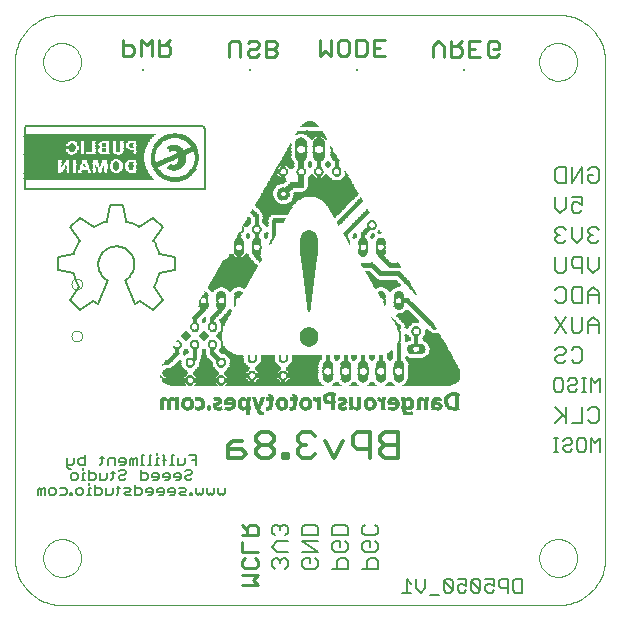
<source format=gbo>
G75*
G70*
%OFA0B0*%
%FSLAX24Y24*%
%IPPOS*%
%LPD*%
%AMOC8*
5,1,8,0,0,1.08239X$1,22.5*
%
%ADD10C,0.0070*%
%ADD11C,0.0090*%
%ADD12C,0.0120*%
%ADD13C,0.0110*%
%ADD14C,0.0050*%
%ADD15C,0.0060*%
%ADD16R,0.0098X0.0098*%
%ADD17R,0.0290X0.0010*%
%ADD18R,0.0120X0.0010*%
%ADD19R,0.0140X0.0010*%
%ADD20R,0.0310X0.0010*%
%ADD21R,0.0130X0.0010*%
%ADD22R,0.0320X0.0010*%
%ADD23R,0.0330X0.0010*%
%ADD24R,0.0160X0.0010*%
%ADD25R,0.0340X0.0010*%
%ADD26R,0.0170X0.0010*%
%ADD27R,0.0180X0.0010*%
%ADD28R,0.0080X0.0010*%
%ADD29R,0.0030X0.0010*%
%ADD30R,0.0200X0.0010*%
%ADD31R,0.0040X0.0010*%
%ADD32R,0.0020X0.0010*%
%ADD33R,0.0150X0.0010*%
%ADD34R,0.0090X0.0010*%
%ADD35R,0.0100X0.0010*%
%ADD36R,0.0110X0.0010*%
%ADD37R,0.0060X0.0010*%
%ADD38R,0.0270X0.0010*%
%ADD39R,0.0250X0.0010*%
%ADD40R,0.0230X0.0010*%
%ADD41R,0.0210X0.0010*%
%ADD42R,0.0240X0.0010*%
%ADD43R,0.0220X0.0010*%
%ADD44R,0.0190X0.0010*%
%ADD45R,0.0260X0.0010*%
%ADD46R,0.0280X0.0010*%
%ADD47R,0.0370X0.0010*%
%ADD48R,0.0300X0.0010*%
%ADD49R,0.0360X0.0010*%
%ADD50R,0.0390X0.0010*%
%ADD51R,0.0350X0.0010*%
%ADD52R,0.0400X0.0010*%
%ADD53R,0.0380X0.0010*%
%ADD54R,0.0410X0.0010*%
%ADD55R,0.0420X0.0010*%
%ADD56R,0.0430X0.0010*%
%ADD57R,0.0070X0.0010*%
%ADD58R,0.0050X0.0010*%
%ADD59R,0.0010X0.0010*%
%ADD60R,0.0620X0.0010*%
%ADD61R,0.0610X0.0010*%
%ADD62R,0.0600X0.0010*%
%ADD63R,0.0450X0.0010*%
%ADD64R,0.0440X0.0010*%
%ADD65R,0.1520X0.0010*%
%ADD66R,0.3290X0.0010*%
%ADD67R,0.0770X0.0010*%
%ADD68R,0.0470X0.0010*%
%ADD69R,0.1590X0.0010*%
%ADD70R,0.3240X0.0010*%
%ADD71R,0.0740X0.0010*%
%ADD72R,0.0560X0.0010*%
%ADD73R,0.1600X0.0010*%
%ADD74R,0.3210X0.0010*%
%ADD75R,0.0720X0.0010*%
%ADD76R,0.0580X0.0010*%
%ADD77R,0.1620X0.0010*%
%ADD78R,0.3190X0.0010*%
%ADD79R,0.0700X0.0010*%
%ADD80R,0.1630X0.0010*%
%ADD81R,0.3170X0.0010*%
%ADD82R,0.0690X0.0010*%
%ADD83R,0.1650X0.0010*%
%ADD84R,0.3160X0.0010*%
%ADD85R,0.0680X0.0010*%
%ADD86R,0.0630X0.0010*%
%ADD87R,0.1670X0.0010*%
%ADD88R,0.3150X0.0010*%
%ADD89R,0.0660X0.0010*%
%ADD90R,0.0650X0.0010*%
%ADD91R,0.1680X0.0010*%
%ADD92R,0.3120X0.0010*%
%ADD93R,0.1690X0.0010*%
%ADD94R,0.3110X0.0010*%
%ADD95R,0.3100X0.0010*%
%ADD96R,0.3220X0.0010*%
%ADD97R,0.0900X0.0010*%
%ADD98R,0.0830X0.0010*%
%ADD99R,0.1700X0.0010*%
%ADD100R,0.1110X0.0010*%
%ADD101R,0.0840X0.0010*%
%ADD102R,0.0860X0.0010*%
%ADD103R,0.0880X0.0010*%
%ADD104R,0.1100X0.0010*%
%ADD105R,0.0820X0.0010*%
%ADD106R,0.0850X0.0010*%
%ADD107R,0.1080X0.0010*%
%ADD108R,0.0800X0.0010*%
%ADD109R,0.1710X0.0010*%
%ADD110R,0.0790X0.0010*%
%ADD111R,0.1720X0.0010*%
%ADD112R,0.1060X0.0010*%
%ADD113R,0.0810X0.0010*%
%ADD114R,0.1030X0.0010*%
%ADD115R,0.0750X0.0010*%
%ADD116R,0.1730X0.0010*%
%ADD117R,0.1020X0.0010*%
%ADD118R,0.0730X0.0010*%
%ADD119R,0.1010X0.0010*%
%ADD120R,0.0710X0.0010*%
%ADD121R,0.0780X0.0010*%
%ADD122R,0.1000X0.0010*%
%ADD123R,0.0990X0.0010*%
%ADD124R,0.0670X0.0010*%
%ADD125R,0.0760X0.0010*%
%ADD126R,0.0980X0.0010*%
%ADD127R,0.0960X0.0010*%
%ADD128R,0.0870X0.0010*%
%ADD129R,0.0950X0.0010*%
%ADD130R,0.0890X0.0010*%
%ADD131R,0.1090X0.0010*%
%ADD132R,0.1070X0.0010*%
%ADD133R,0.0640X0.0010*%
%ADD134R,0.0970X0.0010*%
%ADD135R,0.1040X0.0010*%
%ADD136R,0.1050X0.0010*%
%ADD137R,0.0590X0.0010*%
%ADD138R,0.0570X0.0010*%
%ADD139R,0.0550X0.0010*%
%ADD140R,0.0530X0.0010*%
%ADD141R,0.0510X0.0010*%
%ADD142R,0.1660X0.0010*%
%ADD143R,0.0480X0.0010*%
%ADD144R,0.0460X0.0010*%
%ADD145R,0.1640X0.0010*%
%ADD146R,0.0520X0.0010*%
%ADD147R,0.0940X0.0010*%
%ADD148R,0.0930X0.0010*%
%ADD149R,0.0540X0.0010*%
%ADD150R,0.0500X0.0010*%
%ADD151R,0.1610X0.0010*%
%ADD152R,0.0490X0.0010*%
%ADD153R,0.0920X0.0010*%
%ADD154R,0.0910X0.0010*%
%ADD155R,0.1270X0.0010*%
%ADD156R,0.1260X0.0010*%
%ADD157R,0.1250X0.0010*%
%ADD158R,0.1240X0.0010*%
%ADD159R,0.1220X0.0010*%
%ADD160R,0.1200X0.0010*%
%ADD161R,0.1190X0.0010*%
%ADD162R,0.1170X0.0010*%
%ADD163R,0.1160X0.0010*%
%ADD164R,0.1150X0.0010*%
%ADD165R,0.1130X0.0010*%
%ADD166R,0.1120X0.0010*%
%ADD167R,0.1180X0.0010*%
%ADD168R,0.1230X0.0010*%
%ADD169R,0.1280X0.0010*%
%ADD170R,0.1290X0.0010*%
%ADD171R,0.1210X0.0010*%
%ADD172R,0.1300X0.0010*%
%ADD173R,0.1350X0.0010*%
%ADD174R,0.1390X0.0010*%
%ADD175R,0.1440X0.0010*%
%ADD176R,0.2100X0.0010*%
%ADD177R,0.2110X0.0010*%
%ADD178R,0.2120X0.0010*%
%ADD179R,0.2130X0.0010*%
%ADD180R,0.2140X0.0010*%
%ADD181R,0.2150X0.0010*%
%ADD182R,0.2160X0.0010*%
%ADD183R,0.2170X0.0010*%
%ADD184R,0.2090X0.0010*%
%ADD185R,0.1840X0.0010*%
%ADD186R,0.1810X0.0010*%
%ADD187R,0.1790X0.0010*%
%ADD188R,0.1750X0.0010*%
%ADD189R,0.1570X0.0010*%
%ADD190R,0.1560X0.0010*%
%ADD191R,0.1550X0.0010*%
%ADD192R,0.1540X0.0010*%
%ADD193R,0.1530X0.0010*%
%ADD194R,0.1510X0.0010*%
%ADD195R,0.1500X0.0010*%
%ADD196R,0.1490X0.0010*%
%ADD197R,0.1480X0.0010*%
%ADD198R,0.1470X0.0010*%
%ADD199R,0.1460X0.0010*%
%ADD200R,0.1450X0.0010*%
%ADD201R,0.1430X0.0010*%
%ADD202R,0.6045X0.0015*%
%ADD203R,0.6045X0.0015*%
%ADD204R,0.0045X0.0015*%
%ADD205R,0.0045X0.0015*%
%ADD206R,0.0165X0.0015*%
%ADD207R,0.0345X0.0015*%
%ADD208R,0.0465X0.0015*%
%ADD209R,0.0555X0.0015*%
%ADD210R,0.0630X0.0015*%
%ADD211R,0.0705X0.0015*%
%ADD212R,0.4335X0.0015*%
%ADD213R,0.0765X0.0015*%
%ADD214R,0.4320X0.0015*%
%ADD215R,0.0795X0.0015*%
%ADD216R,0.4305X0.0015*%
%ADD217R,0.0855X0.0015*%
%ADD218R,0.4290X0.0015*%
%ADD219R,0.0915X0.0015*%
%ADD220R,0.4275X0.0015*%
%ADD221R,0.0360X0.0015*%
%ADD222R,0.4260X0.0015*%
%ADD223R,0.0315X0.0015*%
%ADD224R,0.4245X0.0015*%
%ADD225R,0.0300X0.0015*%
%ADD226R,0.4230X0.0015*%
%ADD227R,0.0270X0.0015*%
%ADD228R,0.0255X0.0015*%
%ADD229R,0.4215X0.0015*%
%ADD230R,0.0240X0.0015*%
%ADD231R,0.4200X0.0015*%
%ADD232R,0.0225X0.0015*%
%ADD233R,0.4185X0.0015*%
%ADD234R,0.0210X0.0015*%
%ADD235R,0.4170X0.0015*%
%ADD236R,0.4155X0.0015*%
%ADD237R,0.0195X0.0015*%
%ADD238R,0.0405X0.0015*%
%ADD239R,0.0105X0.0015*%
%ADD240R,0.0060X0.0015*%
%ADD241R,0.0075X0.0015*%
%ADD242R,0.0180X0.0015*%
%ADD243R,0.1155X0.0015*%
%ADD244R,0.0390X0.0015*%
%ADD245R,0.0090X0.0015*%
%ADD246R,0.0150X0.0015*%
%ADD247R,0.0135X0.0015*%
%ADD248R,0.0375X0.0015*%
%ADD249R,0.0120X0.0015*%
%ADD250R,0.0330X0.0015*%
%ADD251R,0.0435X0.0015*%
%ADD252R,0.0030X0.0015*%
%ADD253R,0.0480X0.0015*%
%ADD254R,0.0495X0.0015*%
%ADD255R,0.0015X0.0015*%
%ADD256R,0.0285X0.0015*%
%ADD257R,0.0450X0.0015*%
%ADD258R,0.0525X0.0015*%
%ADD259R,0.0885X0.0015*%
%ADD260R,0.3015X0.0015*%
%ADD261R,0.4020X0.0015*%
%ADD262R,0.0600X0.0015*%
%ADD263R,0.0570X0.0015*%
%ADD264R,0.0825X0.0015*%
%ADD265R,0.1440X0.0015*%
%ADD266R,0.1545X0.0015*%
%ADD267R,0.1500X0.0015*%
%ADD268R,0.1485X0.0015*%
%ADD269R,0.1455X0.0015*%
%ADD270R,0.1425X0.0015*%
%ADD271R,0.0510X0.0015*%
%ADD272R,0.0720X0.0015*%
%ADD273R,0.1410X0.0015*%
%ADD274R,0.0750X0.0015*%
%ADD275R,0.0945X0.0015*%
%ADD276R,0.0420X0.0015*%
%ADD277R,0.1395X0.0015*%
%ADD278R,0.1710X0.0015*%
%ADD279R,0.1695X0.0015*%
%ADD280R,0.1515X0.0015*%
%ADD281R,0.2565X0.0015*%
%ADD282R,0.1575X0.0015*%
%ADD283R,0.4350X0.0015*%
%ADD284R,0.4365X0.0015*%
%ADD285R,0.4395X0.0015*%
%ADD286R,0.0060X0.0015*%
%ADD287R,0.5985X0.0015*%
%ADD288R,0.5955X0.0015*%
%ADD289R,0.5910X0.0015*%
%ADD290C,0.0080*%
%ADD291C,0.0000*%
D10*
X014189Y007616D02*
X014278Y007528D01*
X014189Y007616D02*
X014189Y007793D01*
X014278Y007881D01*
X014366Y007881D01*
X014455Y007793D01*
X014455Y007704D01*
X014455Y007793D02*
X014543Y007881D01*
X014631Y007881D01*
X014720Y007793D01*
X014720Y007616D01*
X014631Y007528D01*
X015189Y007616D02*
X015189Y007793D01*
X015278Y007881D01*
X015455Y007881D01*
X015455Y007704D01*
X015631Y007528D02*
X015278Y007528D01*
X015189Y007616D01*
X015631Y007528D02*
X015720Y007616D01*
X015720Y007793D01*
X015631Y007881D01*
X015720Y008080D02*
X015189Y008080D01*
X015189Y008434D02*
X015720Y008434D01*
X015720Y008633D02*
X015720Y008898D01*
X015631Y008986D01*
X015278Y008986D01*
X015189Y008898D01*
X015189Y008633D01*
X015720Y008633D01*
X016189Y008633D02*
X016189Y008898D01*
X016278Y008986D01*
X016631Y008986D01*
X016720Y008898D01*
X016720Y008633D01*
X016189Y008633D01*
X016278Y008434D02*
X016455Y008434D01*
X016455Y008257D01*
X016631Y008434D02*
X016720Y008345D01*
X016720Y008168D01*
X016631Y008080D01*
X016278Y008080D01*
X016189Y008168D01*
X016189Y008345D01*
X016278Y008434D01*
X015720Y008080D02*
X015189Y008434D01*
X014720Y008434D02*
X014366Y008434D01*
X014189Y008257D01*
X014366Y008080D01*
X014720Y008080D01*
X014631Y008633D02*
X014720Y008721D01*
X014720Y008898D01*
X014631Y008986D01*
X014543Y008986D01*
X014455Y008898D01*
X014366Y008986D01*
X014278Y008986D01*
X014189Y008898D01*
X014189Y008721D01*
X014278Y008633D01*
X014455Y008809D02*
X014455Y008898D01*
X016366Y007793D02*
X016366Y007528D01*
X016189Y007528D02*
X016720Y007528D01*
X016720Y007793D01*
X016631Y007881D01*
X016455Y007881D01*
X016366Y007793D01*
X017189Y007528D02*
X017720Y007528D01*
X017720Y007793D01*
X017631Y007881D01*
X017455Y007881D01*
X017366Y007793D01*
X017366Y007528D01*
X017278Y008080D02*
X017189Y008168D01*
X017189Y008345D01*
X017278Y008434D01*
X017455Y008434D01*
X017455Y008257D01*
X017631Y008434D02*
X017720Y008345D01*
X017720Y008168D01*
X017631Y008080D01*
X017278Y008080D01*
X017278Y008633D02*
X017189Y008721D01*
X017189Y008898D01*
X017278Y008986D01*
X017631Y008986D02*
X017720Y008898D01*
X017720Y008721D01*
X017631Y008633D01*
X017278Y008633D01*
X023618Y012385D02*
X023883Y012650D01*
X023972Y012562D02*
X023618Y012915D01*
X023972Y012915D02*
X023972Y012385D01*
X024171Y012385D02*
X024524Y012385D01*
X024524Y012915D01*
X024723Y012827D02*
X024812Y012915D01*
X024988Y012915D01*
X025077Y012827D01*
X025077Y012473D01*
X024988Y012385D01*
X024812Y012385D01*
X024723Y012473D01*
X024436Y014385D02*
X024259Y014385D01*
X024171Y014473D01*
X023972Y014473D02*
X023883Y014385D01*
X023707Y014385D01*
X023618Y014473D01*
X023618Y014562D01*
X023707Y014650D01*
X023883Y014650D01*
X023972Y014739D01*
X023972Y014827D01*
X023883Y014915D01*
X023707Y014915D01*
X023618Y014827D01*
X024171Y014827D02*
X024259Y014915D01*
X024436Y014915D01*
X024524Y014827D01*
X024524Y014473D01*
X024436Y014385D01*
X024436Y015385D02*
X024259Y015385D01*
X024171Y015473D01*
X024171Y015915D01*
X023972Y015915D02*
X023618Y015385D01*
X023972Y015385D02*
X023618Y015915D01*
X023707Y016385D02*
X023618Y016473D01*
X023707Y016385D02*
X023883Y016385D01*
X023972Y016473D01*
X023972Y016827D01*
X023883Y016915D01*
X023707Y016915D01*
X023618Y016827D01*
X024171Y016827D02*
X024171Y016473D01*
X024259Y016385D01*
X024524Y016385D01*
X024524Y016915D01*
X024259Y016915D01*
X024171Y016827D01*
X024723Y016739D02*
X024723Y016385D01*
X024723Y016650D02*
X025077Y016650D01*
X025077Y016739D02*
X024900Y016915D01*
X024723Y016739D01*
X025077Y016739D02*
X025077Y016385D01*
X024900Y015915D02*
X024723Y015739D01*
X024723Y015385D01*
X024524Y015473D02*
X024436Y015385D01*
X024524Y015473D02*
X024524Y015915D01*
X024723Y015650D02*
X025077Y015650D01*
X025077Y015739D02*
X024900Y015915D01*
X025077Y015739D02*
X025077Y015385D01*
X024900Y017385D02*
X024723Y017562D01*
X024723Y017915D01*
X024524Y017915D02*
X024259Y017915D01*
X024171Y017827D01*
X024171Y017650D01*
X024259Y017562D01*
X024524Y017562D01*
X024524Y017385D02*
X024524Y017915D01*
X023972Y017915D02*
X023972Y017473D01*
X023883Y017385D01*
X023707Y017385D01*
X023618Y017473D01*
X023618Y017915D01*
X023707Y018385D02*
X023883Y018385D01*
X023972Y018473D01*
X024171Y018562D02*
X024171Y018915D01*
X023972Y018827D02*
X023883Y018915D01*
X023707Y018915D01*
X023618Y018827D01*
X023618Y018739D01*
X023707Y018650D01*
X023618Y018562D01*
X023618Y018473D01*
X023707Y018385D01*
X023707Y018650D02*
X023795Y018650D01*
X024171Y018562D02*
X024347Y018385D01*
X024524Y018562D01*
X024524Y018915D01*
X024723Y018827D02*
X024723Y018739D01*
X024812Y018650D01*
X024723Y018562D01*
X024723Y018473D01*
X024812Y018385D01*
X024988Y018385D01*
X025077Y018473D01*
X024900Y018650D02*
X024812Y018650D01*
X024723Y018827D02*
X024812Y018915D01*
X024988Y018915D01*
X025077Y018827D01*
X024436Y019385D02*
X024524Y019473D01*
X024436Y019385D02*
X024259Y019385D01*
X024171Y019473D01*
X024171Y019650D01*
X024259Y019739D01*
X024347Y019739D01*
X024524Y019650D01*
X024524Y019915D01*
X024171Y019915D01*
X023972Y019915D02*
X023972Y019562D01*
X023795Y019385D01*
X023618Y019562D01*
X023618Y019915D01*
X023707Y020385D02*
X023618Y020473D01*
X023618Y020827D01*
X023707Y020915D01*
X023972Y020915D01*
X023972Y020385D01*
X023707Y020385D01*
X024171Y020385D02*
X024171Y020915D01*
X024524Y020915D02*
X024171Y020385D01*
X024524Y020385D02*
X024524Y020915D01*
X024723Y020827D02*
X024812Y020915D01*
X024988Y020915D01*
X025077Y020827D01*
X025077Y020473D01*
X024988Y020385D01*
X024812Y020385D01*
X024723Y020473D01*
X024723Y020650D01*
X024900Y020650D01*
X025077Y017915D02*
X025077Y017562D01*
X024900Y017385D01*
D11*
X013710Y008898D02*
X013625Y008983D01*
X013455Y008983D01*
X013369Y008898D01*
X013369Y008643D01*
X013199Y008643D02*
X013710Y008643D01*
X013710Y008898D01*
X013369Y008813D02*
X013199Y008983D01*
X013199Y008430D02*
X013199Y008090D01*
X013710Y008090D01*
X013625Y007878D02*
X013710Y007793D01*
X013710Y007623D01*
X013625Y007538D01*
X013284Y007538D01*
X013199Y007623D01*
X013199Y007793D01*
X013284Y007878D01*
X013199Y007325D02*
X013710Y007325D01*
X013540Y007155D01*
X013710Y006985D01*
X013199Y006985D01*
D12*
X013176Y011210D02*
X012735Y011210D01*
X012735Y011650D01*
X012882Y011797D01*
X013176Y011797D01*
X013176Y011504D02*
X012735Y011504D01*
X013176Y011504D02*
X013323Y011357D01*
X013176Y011210D01*
X013656Y011357D02*
X013656Y011504D01*
X013803Y011650D01*
X014097Y011650D01*
X014243Y011797D01*
X014243Y011944D01*
X014097Y012091D01*
X013803Y012091D01*
X013656Y011944D01*
X013656Y011797D01*
X013803Y011650D01*
X014097Y011650D02*
X014243Y011504D01*
X014243Y011357D01*
X014097Y011210D01*
X013803Y011210D01*
X013656Y011357D01*
X014557Y011357D02*
X014557Y011210D01*
X014704Y011210D01*
X014704Y011357D01*
X014557Y011357D01*
X015037Y011357D02*
X015037Y011504D01*
X015184Y011650D01*
X015331Y011650D01*
X015184Y011650D02*
X015037Y011797D01*
X015037Y011944D01*
X015184Y012091D01*
X015478Y012091D01*
X015625Y011944D01*
X015958Y011797D02*
X016252Y011210D01*
X016545Y011797D01*
X016879Y011944D02*
X016879Y011650D01*
X017026Y011504D01*
X017466Y011504D01*
X017466Y011210D02*
X017466Y012091D01*
X017026Y012091D01*
X016879Y011944D01*
X017800Y011944D02*
X017800Y011797D01*
X017947Y011650D01*
X018387Y011650D01*
X018387Y011210D02*
X017947Y011210D01*
X017800Y011357D01*
X017800Y011504D01*
X017947Y011650D01*
X017800Y011944D02*
X017947Y012091D01*
X018387Y012091D01*
X018387Y011210D01*
X015625Y011357D02*
X015478Y011210D01*
X015184Y011210D01*
X015037Y011357D01*
D13*
X014254Y024578D02*
X013979Y024578D01*
X013979Y025129D01*
X014254Y025129D01*
X014346Y025037D01*
X014346Y024945D01*
X014254Y024854D01*
X013979Y024854D01*
X013738Y024945D02*
X013738Y025037D01*
X013647Y025129D01*
X013463Y025129D01*
X013371Y025037D01*
X013463Y024854D02*
X013647Y024854D01*
X013738Y024945D01*
X013738Y024670D02*
X013647Y024578D01*
X013463Y024578D01*
X013371Y024670D01*
X013371Y024762D01*
X013463Y024854D01*
X013131Y025037D02*
X013131Y024578D01*
X012764Y024578D02*
X012764Y025037D01*
X012855Y025129D01*
X013039Y025129D01*
X013131Y025037D01*
X014254Y024854D02*
X014346Y024762D01*
X014346Y024670D01*
X014254Y024578D01*
X015777Y024610D02*
X015960Y024793D01*
X016144Y024610D01*
X016144Y025160D01*
X016384Y025068D02*
X016476Y025160D01*
X016660Y025160D01*
X016751Y025068D01*
X016751Y024701D01*
X016660Y024610D01*
X016476Y024610D01*
X016384Y024701D01*
X016384Y025068D01*
X015777Y025160D02*
X015777Y024610D01*
X016992Y024610D02*
X017267Y024610D01*
X017359Y024701D01*
X017359Y025068D01*
X017267Y025160D01*
X016992Y025160D01*
X016992Y024610D01*
X017600Y024610D02*
X017600Y025160D01*
X017967Y025160D01*
X017783Y024885D02*
X017600Y024885D01*
X017600Y024610D02*
X017967Y024610D01*
X019550Y024578D02*
X019550Y024945D01*
X019733Y025129D01*
X019917Y024945D01*
X019917Y024578D01*
X020157Y024578D02*
X020433Y024578D01*
X020524Y024670D01*
X020524Y024854D01*
X020433Y024945D01*
X020157Y024945D01*
X020157Y025129D02*
X020157Y024578D01*
X020765Y024578D02*
X020765Y025129D01*
X021132Y025129D01*
X021373Y025037D02*
X021373Y024670D01*
X021465Y024578D01*
X021648Y024578D01*
X021740Y024670D01*
X021740Y024854D02*
X021556Y024854D01*
X021740Y024854D02*
X021740Y025037D01*
X021648Y025129D01*
X021465Y025129D01*
X021373Y025037D01*
X020949Y024854D02*
X020765Y024854D01*
X020765Y024578D02*
X021132Y024578D01*
X020524Y025129D02*
X020341Y024945D01*
X010800Y024885D02*
X010800Y024701D01*
X010708Y024610D01*
X010433Y024610D01*
X010433Y025160D01*
X010433Y024977D02*
X010708Y024977D01*
X010800Y024885D01*
X010616Y024977D02*
X010800Y025160D01*
X010192Y025160D02*
X010192Y024610D01*
X009825Y024610D02*
X009825Y025160D01*
X010008Y024977D01*
X010192Y025160D01*
X009584Y024885D02*
X009584Y024701D01*
X009493Y024610D01*
X009217Y024610D01*
X009217Y025160D01*
X009217Y024977D02*
X009493Y024977D01*
X009584Y024885D01*
D14*
X010353Y011384D02*
X010353Y011325D01*
X010353Y011209D02*
X010353Y010975D01*
X010295Y010975D02*
X010412Y010975D01*
X010599Y010975D02*
X010599Y011267D01*
X010540Y011325D01*
X010412Y011209D02*
X010353Y011209D01*
X010540Y011150D02*
X010657Y011150D01*
X010786Y010975D02*
X010903Y010975D01*
X010844Y010975D02*
X010844Y011325D01*
X010903Y011325D01*
X011037Y011209D02*
X011037Y010975D01*
X011213Y010975D01*
X011271Y011033D01*
X011271Y011209D01*
X011406Y011325D02*
X011639Y011325D01*
X011639Y010975D01*
X011639Y011150D02*
X011522Y011150D01*
X011458Y010825D02*
X011516Y010767D01*
X011516Y010709D01*
X011458Y010650D01*
X011341Y010650D01*
X011283Y010592D01*
X011283Y010533D01*
X011341Y010475D01*
X011458Y010475D01*
X011516Y010533D01*
X011458Y010825D02*
X011341Y010825D01*
X011283Y010767D01*
X011148Y010650D02*
X011090Y010709D01*
X010973Y010709D01*
X010915Y010650D01*
X010915Y010592D01*
X011148Y010592D01*
X011148Y010650D02*
X011148Y010533D01*
X011090Y010475D01*
X010973Y010475D01*
X010780Y010533D02*
X010780Y010650D01*
X010721Y010709D01*
X010605Y010709D01*
X010546Y010650D01*
X010546Y010592D01*
X010780Y010592D01*
X010780Y010533D02*
X010721Y010475D01*
X010605Y010475D01*
X010412Y010533D02*
X010412Y010650D01*
X010353Y010709D01*
X010236Y010709D01*
X010178Y010650D01*
X010178Y010592D01*
X010412Y010592D01*
X010412Y010533D02*
X010353Y010475D01*
X010236Y010475D01*
X010043Y010533D02*
X010043Y010650D01*
X009985Y010709D01*
X009810Y010709D01*
X009810Y010825D02*
X009810Y010475D01*
X009985Y010475D01*
X010043Y010533D01*
X010052Y010209D02*
X009994Y010150D01*
X009994Y010092D01*
X010227Y010092D01*
X010227Y010150D02*
X010169Y010209D01*
X010052Y010209D01*
X010227Y010150D02*
X010227Y010033D01*
X010169Y009975D01*
X010052Y009975D01*
X009859Y010033D02*
X009801Y009975D01*
X009626Y009975D01*
X009626Y010325D01*
X009626Y010209D02*
X009801Y010209D01*
X009859Y010150D01*
X009859Y010033D01*
X009491Y009975D02*
X009316Y009975D01*
X009257Y010033D01*
X009316Y010092D01*
X009432Y010092D01*
X009491Y010150D01*
X009432Y010209D01*
X009257Y010209D01*
X009122Y010209D02*
X009006Y010209D01*
X009064Y010267D02*
X009064Y010033D01*
X009006Y009975D01*
X008877Y010033D02*
X008818Y009975D01*
X008643Y009975D01*
X008643Y010209D01*
X008509Y010150D02*
X008450Y010209D01*
X008275Y010209D01*
X008275Y010325D02*
X008275Y009975D01*
X008450Y009975D01*
X008509Y010033D01*
X008509Y010150D01*
X008459Y010475D02*
X008459Y010709D01*
X008324Y010650D02*
X008266Y010709D01*
X008091Y010709D01*
X008091Y010825D02*
X008091Y010475D01*
X008266Y010475D01*
X008324Y010533D01*
X008324Y010650D01*
X008459Y010475D02*
X008634Y010475D01*
X008693Y010533D01*
X008693Y010709D01*
X008821Y010709D02*
X008938Y010709D01*
X008880Y010767D02*
X008880Y010533D01*
X008821Y010475D01*
X009073Y010533D02*
X009073Y010592D01*
X009131Y010650D01*
X009248Y010650D01*
X009307Y010709D01*
X009307Y010767D01*
X009248Y010825D01*
X009131Y010825D01*
X009073Y010767D01*
X009131Y010975D02*
X009248Y010975D01*
X009307Y011033D01*
X009307Y011150D01*
X009248Y011209D01*
X009131Y011209D01*
X009073Y011150D01*
X009073Y011092D01*
X009307Y011092D01*
X009441Y011150D02*
X009441Y010975D01*
X009558Y010975D02*
X009558Y011150D01*
X009500Y011209D01*
X009441Y011150D01*
X009558Y011150D02*
X009616Y011209D01*
X009675Y011209D01*
X009675Y010975D01*
X009804Y010975D02*
X009920Y010975D01*
X009862Y010975D02*
X009862Y011325D01*
X009920Y011325D01*
X010108Y011325D02*
X010108Y010975D01*
X010166Y010975D02*
X010049Y010975D01*
X010108Y011325D02*
X010166Y011325D01*
X009307Y010533D02*
X009248Y010475D01*
X009131Y010475D01*
X009073Y010533D01*
X008877Y010209D02*
X008877Y010033D01*
X008140Y009975D02*
X008023Y009975D01*
X008082Y009975D02*
X008082Y010209D01*
X008140Y010209D01*
X008082Y010325D02*
X008082Y010384D01*
X007956Y010475D02*
X007839Y010475D01*
X007898Y010475D02*
X007898Y010709D01*
X007956Y010709D01*
X007898Y010825D02*
X007898Y010884D01*
X007956Y010975D02*
X007781Y010975D01*
X007723Y011033D01*
X007723Y011150D01*
X007781Y011209D01*
X007956Y011209D01*
X007956Y011325D02*
X007956Y010975D01*
X007588Y011033D02*
X007588Y011209D01*
X007588Y011033D02*
X007529Y010975D01*
X007354Y010975D01*
X007354Y010917D02*
X007413Y010858D01*
X007471Y010858D01*
X007354Y010917D02*
X007354Y011209D01*
X007535Y010709D02*
X007652Y010709D01*
X007711Y010650D01*
X007711Y010533D01*
X007652Y010475D01*
X007535Y010475D01*
X007477Y010533D01*
X007477Y010650D01*
X007535Y010709D01*
X007720Y010209D02*
X007836Y010209D01*
X007895Y010150D01*
X007895Y010033D01*
X007836Y009975D01*
X007720Y009975D01*
X007661Y010033D01*
X007661Y010150D01*
X007720Y010209D01*
X007526Y010033D02*
X007526Y009975D01*
X007468Y009975D01*
X007468Y010033D01*
X007526Y010033D01*
X007342Y010033D02*
X007284Y009975D01*
X007109Y009975D01*
X006974Y010033D02*
X006916Y009975D01*
X006799Y009975D01*
X006740Y010033D01*
X006740Y010150D01*
X006799Y010209D01*
X006916Y010209D01*
X006974Y010150D01*
X006974Y010033D01*
X007109Y010209D02*
X007284Y010209D01*
X007342Y010150D01*
X007342Y010033D01*
X006606Y009975D02*
X006606Y010209D01*
X006547Y010209D01*
X006489Y010150D01*
X006430Y010209D01*
X006372Y010150D01*
X006372Y009975D01*
X006489Y009975D02*
X006489Y010150D01*
X008453Y010975D02*
X008512Y011033D01*
X008512Y011267D01*
X008570Y011209D02*
X008453Y011209D01*
X008705Y011150D02*
X008705Y010975D01*
X008705Y011150D02*
X008763Y011209D01*
X008938Y011209D01*
X008938Y010975D01*
X010362Y010150D02*
X010362Y010092D01*
X010596Y010092D01*
X010596Y010150D02*
X010537Y010209D01*
X010421Y010209D01*
X010362Y010150D01*
X010421Y009975D02*
X010537Y009975D01*
X010596Y010033D01*
X010596Y010150D01*
X010730Y010150D02*
X010730Y010092D01*
X010964Y010092D01*
X010964Y010150D02*
X010906Y010209D01*
X010789Y010209D01*
X010730Y010150D01*
X010789Y009975D02*
X010906Y009975D01*
X010964Y010033D01*
X010964Y010150D01*
X011099Y010209D02*
X011274Y010209D01*
X011332Y010150D01*
X011274Y010092D01*
X011157Y010092D01*
X011099Y010033D01*
X011157Y009975D01*
X011332Y009975D01*
X011458Y009975D02*
X011516Y009975D01*
X011516Y010033D01*
X011458Y010033D01*
X011458Y009975D01*
X011651Y010033D02*
X011651Y010209D01*
X011651Y010033D02*
X011710Y009975D01*
X011768Y010033D01*
X011826Y009975D01*
X011885Y010033D01*
X011885Y010209D01*
X012020Y010209D02*
X012020Y010033D01*
X012078Y009975D01*
X012136Y010033D01*
X012195Y009975D01*
X012253Y010033D01*
X012253Y010209D01*
X012388Y010209D02*
X012388Y010033D01*
X012446Y009975D01*
X012505Y010033D01*
X012563Y009975D01*
X012621Y010033D01*
X012621Y010209D01*
D15*
X018534Y006731D02*
X018828Y006731D01*
X018681Y006731D02*
X018681Y007172D01*
X018828Y007025D01*
X018995Y006878D02*
X018995Y007172D01*
X019288Y007172D02*
X019288Y006878D01*
X019141Y006731D01*
X018995Y006878D01*
X019455Y006658D02*
X019749Y006658D01*
X019915Y006805D02*
X019915Y007098D01*
X020209Y006805D01*
X020136Y006731D01*
X019989Y006731D01*
X019915Y006805D01*
X019915Y007098D02*
X019989Y007172D01*
X020136Y007172D01*
X020209Y007098D01*
X020209Y006805D01*
X020376Y006805D02*
X020449Y006731D01*
X020596Y006731D01*
X020669Y006805D01*
X020669Y006951D02*
X020523Y007025D01*
X020449Y007025D01*
X020376Y006951D01*
X020376Y006805D01*
X020669Y006951D02*
X020669Y007172D01*
X020376Y007172D01*
X020836Y007098D02*
X021130Y006805D01*
X021056Y006731D01*
X020910Y006731D01*
X020836Y006805D01*
X020836Y007098D01*
X020910Y007172D01*
X021056Y007172D01*
X021130Y007098D01*
X021130Y006805D01*
X021297Y006805D02*
X021370Y006731D01*
X021517Y006731D01*
X021590Y006805D01*
X021590Y006951D02*
X021443Y007025D01*
X021370Y007025D01*
X021297Y006951D01*
X021297Y006805D01*
X021590Y006951D02*
X021590Y007172D01*
X021297Y007172D01*
X021757Y007098D02*
X021757Y006951D01*
X021830Y006878D01*
X022051Y006878D01*
X022051Y006731D02*
X022051Y007172D01*
X021830Y007172D01*
X021757Y007098D01*
X022217Y007098D02*
X022217Y006805D01*
X022291Y006731D01*
X022511Y006731D01*
X022511Y007172D01*
X022291Y007172D01*
X022217Y007098D01*
X023584Y011430D02*
X023731Y011430D01*
X023658Y011430D02*
X023658Y011870D01*
X023731Y011870D02*
X023584Y011870D01*
X023898Y011797D02*
X023971Y011870D01*
X024118Y011870D01*
X024192Y011797D01*
X024192Y011724D01*
X024118Y011650D01*
X023971Y011650D01*
X023898Y011577D01*
X023898Y011503D01*
X023971Y011430D01*
X024118Y011430D01*
X024192Y011503D01*
X024358Y011503D02*
X024358Y011797D01*
X024432Y011870D01*
X024579Y011870D01*
X024652Y011797D01*
X024652Y011503D01*
X024579Y011430D01*
X024432Y011430D01*
X024358Y011503D01*
X024819Y011430D02*
X024819Y011870D01*
X024966Y011724D01*
X025112Y011870D01*
X025112Y011430D01*
X025112Y013430D02*
X025112Y013870D01*
X024966Y013724D01*
X024819Y013870D01*
X024819Y013430D01*
X024652Y013430D02*
X024505Y013430D01*
X024579Y013430D02*
X024579Y013870D01*
X024652Y013870D02*
X024505Y013870D01*
X024345Y013797D02*
X024345Y013724D01*
X024272Y013650D01*
X024125Y013650D01*
X024052Y013577D01*
X024052Y013503D01*
X024125Y013430D01*
X024272Y013430D01*
X024345Y013503D01*
X024345Y013797D02*
X024272Y013870D01*
X024125Y013870D01*
X024052Y013797D01*
X023885Y013797D02*
X023885Y013503D01*
X023811Y013430D01*
X023665Y013430D01*
X023591Y013503D01*
X023591Y013797D01*
X023665Y013870D01*
X023811Y013870D01*
X023885Y013797D01*
D16*
X020597Y024150D03*
X017030Y024150D03*
X013459Y024150D03*
X009889Y024150D03*
D17*
X014684Y021220D03*
X014684Y021210D03*
X014304Y020550D03*
X015024Y019850D03*
X014794Y019660D03*
X015984Y020530D03*
X016644Y020490D03*
X016314Y019380D03*
X017224Y018430D03*
X017224Y018010D03*
X017814Y018010D03*
X017814Y018020D03*
X017814Y018430D03*
X017604Y017140D03*
X018404Y016670D03*
X018404Y016660D03*
X018404Y016650D03*
X018654Y016450D03*
X018404Y016240D03*
X018404Y016230D03*
X018684Y016030D03*
X018724Y015690D03*
X018404Y014370D03*
X017814Y014370D03*
X017234Y013800D03*
X016634Y013800D03*
X016044Y013800D03*
X016044Y013810D03*
X016044Y014370D03*
X015424Y014960D03*
X014514Y013170D03*
X014524Y012830D03*
X015314Y012830D03*
X016154Y013020D03*
X016534Y012870D03*
X016544Y012850D03*
X017454Y013170D03*
X018234Y013160D03*
X018204Y012820D03*
X018744Y012650D03*
X019644Y013040D03*
X019694Y013170D03*
X015424Y016880D03*
X015424Y016890D03*
X015424Y016900D03*
X015424Y016910D03*
X015424Y016920D03*
X015424Y016930D03*
X015424Y016940D03*
X013684Y018010D03*
X013084Y018010D03*
X013084Y018020D03*
X013084Y018430D03*
X012494Y016660D03*
X012494Y016240D03*
X011904Y016240D03*
X011904Y016230D03*
X011904Y015300D03*
X011904Y015230D03*
X011314Y015230D03*
X011314Y015300D03*
X011534Y014530D03*
X011034Y014250D03*
X011784Y012880D03*
X011784Y012870D03*
X011774Y012860D03*
X012384Y012860D03*
X012384Y012850D03*
X012784Y013160D03*
X012574Y014780D03*
D18*
X012549Y014900D03*
X012449Y015190D03*
X012449Y015200D03*
X012449Y015340D03*
X012549Y015660D03*
X012549Y015670D03*
X011929Y015820D03*
X011999Y016540D03*
X011979Y016670D03*
X012199Y016780D03*
X012589Y016540D03*
X012789Y016780D03*
X012839Y017970D03*
X013179Y018130D03*
X013179Y018320D03*
X013099Y018600D03*
X013099Y018610D03*
X013099Y018620D03*
X013329Y018930D03*
X013409Y019140D03*
X013409Y019150D03*
X013999Y018970D03*
X013999Y018670D03*
X014259Y018640D03*
X014259Y018630D03*
X013769Y018320D03*
X013589Y018320D03*
X013589Y018130D03*
X013769Y018130D03*
X013339Y017970D03*
X016289Y019270D03*
X016439Y019020D03*
X016659Y018640D03*
X016939Y018560D03*
X016959Y018630D03*
X017129Y018310D03*
X017529Y018560D03*
X017559Y018640D03*
X017819Y018520D03*
X017909Y018130D03*
X017349Y019420D03*
X017129Y019800D03*
X015989Y020610D03*
X016049Y020910D03*
X016049Y020920D03*
X016199Y021370D03*
X015889Y021370D03*
X015609Y021370D03*
X015299Y021370D03*
X015019Y021370D03*
X014769Y021500D03*
X015509Y021850D03*
X014289Y020660D03*
X018789Y016920D03*
X018799Y016900D03*
X018809Y016890D03*
X018499Y016540D03*
X018379Y015640D03*
X018389Y015630D03*
X018419Y015550D03*
X018419Y015540D03*
X018419Y015530D03*
X018679Y015560D03*
X018679Y015570D03*
X018679Y015260D03*
X018419Y014980D03*
X018139Y014700D03*
X018119Y014470D03*
X017929Y014200D03*
X017529Y014470D03*
X017349Y014190D03*
X017229Y013740D03*
X017519Y013700D03*
X017769Y013170D03*
X017909Y013170D03*
X017909Y013180D03*
X017909Y013160D03*
X017909Y013150D03*
X017899Y013030D03*
X017899Y013020D03*
X017899Y013010D03*
X017899Y013000D03*
X017899Y012990D03*
X017899Y012980D03*
X017899Y012970D03*
X017899Y012960D03*
X017899Y012950D03*
X017899Y012940D03*
X017899Y012930D03*
X017899Y012920D03*
X017899Y012910D03*
X017899Y012900D03*
X017899Y012890D03*
X017899Y012880D03*
X017899Y012870D03*
X017899Y012860D03*
X017899Y012850D03*
X017899Y012840D03*
X017899Y012830D03*
X017899Y012820D03*
X018099Y013050D03*
X018099Y013060D03*
X018099Y013070D03*
X018109Y013080D03*
X018109Y013090D03*
X018119Y013110D03*
X018349Y013100D03*
X018359Y013090D03*
X018359Y013080D03*
X018369Y013070D03*
X018369Y013060D03*
X018369Y013050D03*
X018369Y012950D03*
X018369Y012940D03*
X018579Y012800D03*
X018579Y012790D03*
X019069Y012800D03*
X019549Y012800D03*
X019549Y012810D03*
X019559Y012820D03*
X018569Y013180D03*
X018109Y013700D03*
X018529Y013980D03*
X016929Y013690D03*
X016639Y013740D03*
X016339Y013690D03*
X016049Y013740D03*
X016169Y014190D03*
X015929Y014200D03*
X016339Y014470D03*
X016519Y014190D03*
X016759Y014190D03*
X016929Y014470D03*
X017099Y013200D03*
X017099Y013190D03*
X017099Y013180D03*
X017099Y013170D03*
X017099Y013160D03*
X017099Y013150D03*
X017099Y013140D03*
X017099Y013130D03*
X017099Y013120D03*
X017099Y013110D03*
X017099Y013100D03*
X017099Y013090D03*
X017099Y013080D03*
X017099Y013070D03*
X017099Y013060D03*
X017099Y013050D03*
X017099Y013040D03*
X017099Y013030D03*
X017099Y013020D03*
X017099Y013010D03*
X017099Y013000D03*
X017099Y012990D03*
X017099Y012980D03*
X017099Y012970D03*
X017099Y012960D03*
X016829Y012830D03*
X016829Y012820D03*
X016829Y012810D03*
X016559Y012790D03*
X016449Y012890D03*
X016449Y012900D03*
X016449Y012920D03*
X016619Y013110D03*
X015629Y013160D03*
X015629Y013170D03*
X014939Y013220D03*
X014939Y013230D03*
X014939Y013240D03*
X014939Y013250D03*
X014939Y013260D03*
X014939Y013270D03*
X014939Y013280D03*
X014939Y013110D03*
X014939Y013100D03*
X014939Y013090D03*
X014939Y013080D03*
X014939Y013070D03*
X014939Y013060D03*
X014939Y013050D03*
X014939Y013040D03*
X014939Y013030D03*
X014939Y013020D03*
X014939Y013010D03*
X014939Y013000D03*
X014939Y012990D03*
X014939Y012980D03*
X014939Y012970D03*
X014939Y012960D03*
X014939Y012950D03*
X014939Y012940D03*
X013829Y013060D03*
X013799Y012970D03*
X013669Y012950D03*
X013659Y012980D03*
X013649Y013000D03*
X013649Y013010D03*
X013639Y013030D03*
X013639Y013040D03*
X013639Y013050D03*
X013639Y013060D03*
X013629Y013070D03*
X013629Y013080D03*
X013619Y013110D03*
X013409Y013160D03*
X013409Y013170D03*
X013219Y013210D03*
X012919Y013070D03*
X012919Y013060D03*
X012919Y013050D03*
X012909Y013080D03*
X012909Y013090D03*
X012919Y012960D03*
X012919Y012950D03*
X012919Y012940D03*
X012659Y013080D03*
X012659Y013090D03*
X012649Y013070D03*
X012649Y013060D03*
X012669Y013110D03*
X012289Y012920D03*
X012289Y012910D03*
X012289Y012900D03*
X012089Y012920D03*
X010519Y012920D03*
X010519Y012930D03*
X010519Y012940D03*
X010519Y012950D03*
X010519Y012960D03*
X010519Y012970D03*
X010519Y012980D03*
X010519Y012990D03*
X010519Y013000D03*
X010519Y013010D03*
X010519Y013020D03*
X010519Y013030D03*
X010519Y013040D03*
X010519Y013050D03*
X010519Y013060D03*
X010519Y013070D03*
X010519Y012910D03*
X010519Y012900D03*
X010519Y012890D03*
X010519Y012880D03*
X010519Y012870D03*
X010519Y012860D03*
X010519Y012850D03*
X010519Y012840D03*
X010519Y012830D03*
X010519Y012820D03*
X010519Y012810D03*
X010519Y012800D03*
X012379Y014460D03*
X013839Y012650D03*
X019349Y015450D03*
X019609Y015500D03*
D19*
X019589Y015530D03*
X019569Y015550D03*
X019359Y015430D03*
X018999Y015570D03*
X018999Y015260D03*
X018999Y015250D03*
X018999Y015240D03*
X018999Y015230D03*
X018999Y015220D03*
X018999Y015210D03*
X018999Y015200D03*
X018999Y015190D03*
X018999Y015180D03*
X018999Y015170D03*
X018999Y015160D03*
X018999Y015150D03*
X018999Y015140D03*
X018999Y015130D03*
X018999Y015120D03*
X018999Y015110D03*
X018999Y015100D03*
X018999Y015090D03*
X018999Y015080D03*
X018999Y015070D03*
X018999Y015060D03*
X018999Y015050D03*
X018999Y015040D03*
X018999Y015030D03*
X018999Y015020D03*
X018999Y015010D03*
X018999Y015000D03*
X018999Y014990D03*
X018689Y015240D03*
X018689Y015590D03*
X018409Y015590D03*
X018399Y015610D03*
X018699Y016090D03*
X018319Y016350D03*
X018779Y016930D03*
X018769Y016940D03*
X018759Y016950D03*
X017379Y017410D03*
X017369Y017420D03*
X017229Y017930D03*
X017229Y018520D03*
X017229Y018530D03*
X017229Y018540D03*
X017229Y018550D03*
X017229Y018560D03*
X017229Y018570D03*
X017229Y018580D03*
X017229Y018590D03*
X017229Y018600D03*
X017229Y018610D03*
X017229Y018620D03*
X017229Y018630D03*
X016949Y018610D03*
X016949Y018600D03*
X016939Y018580D03*
X016939Y018570D03*
X016659Y018650D03*
X016439Y019030D03*
X015419Y018770D03*
X014269Y018770D03*
X014269Y018780D03*
X014269Y018790D03*
X014269Y018800D03*
X014269Y018810D03*
X014269Y018820D03*
X014269Y018830D03*
X014269Y018840D03*
X014269Y018850D03*
X014269Y018860D03*
X014269Y018870D03*
X014269Y018880D03*
X014269Y018890D03*
X014269Y018900D03*
X014269Y018910D03*
X014269Y018920D03*
X014269Y018930D03*
X014269Y018940D03*
X014269Y018950D03*
X014269Y018960D03*
X014269Y018970D03*
X014269Y018980D03*
X014269Y018990D03*
X014269Y019000D03*
X014269Y019010D03*
X014269Y019020D03*
X014269Y019030D03*
X014269Y018760D03*
X014269Y018750D03*
X014269Y018740D03*
X014269Y018730D03*
X014269Y018720D03*
X014269Y018710D03*
X014269Y018700D03*
X014269Y018690D03*
X014269Y018680D03*
X014269Y018670D03*
X014269Y018660D03*
X013989Y018640D03*
X013979Y018570D03*
X013679Y018570D03*
X013679Y018560D03*
X013679Y018550D03*
X013679Y018540D03*
X013679Y018530D03*
X013679Y018520D03*
X013679Y018580D03*
X013679Y018590D03*
X013679Y018600D03*
X013679Y018610D03*
X013679Y018620D03*
X013679Y018630D03*
X013679Y018640D03*
X013679Y018650D03*
X013679Y018660D03*
X013679Y018670D03*
X013679Y018960D03*
X013679Y018970D03*
X013679Y018980D03*
X013679Y018990D03*
X013679Y019000D03*
X013679Y019010D03*
X013679Y019020D03*
X013679Y019030D03*
X013679Y019040D03*
X013679Y019050D03*
X013679Y019060D03*
X013679Y019070D03*
X013679Y019080D03*
X013679Y019090D03*
X013679Y019100D03*
X013679Y019110D03*
X013679Y019120D03*
X013679Y019130D03*
X013679Y019140D03*
X013679Y019150D03*
X013679Y019160D03*
X013679Y019170D03*
X013679Y019180D03*
X013679Y019190D03*
X013679Y019200D03*
X013679Y019210D03*
X013679Y019220D03*
X013679Y019230D03*
X013569Y019400D03*
X013399Y019110D03*
X013399Y019100D03*
X013989Y018990D03*
X013389Y018570D03*
X013089Y018570D03*
X013089Y018560D03*
X013089Y018550D03*
X013089Y018540D03*
X013089Y018530D03*
X013089Y018520D03*
X013089Y018580D03*
X013089Y017910D03*
X013089Y017900D03*
X013089Y017890D03*
X013089Y017880D03*
X012839Y017940D03*
X012839Y017950D03*
X013339Y017950D03*
X013769Y017800D03*
X013089Y016740D03*
X012789Y016790D03*
X012499Y016740D03*
X012199Y016790D03*
X011979Y016650D03*
X011819Y016350D03*
X012409Y016350D03*
X012779Y016090D03*
X012789Y016100D03*
X012199Y015820D03*
X012199Y015810D03*
X012199Y015800D03*
X012199Y015790D03*
X012199Y015780D03*
X012199Y015770D03*
X012199Y015760D03*
X012199Y015750D03*
X012199Y015740D03*
X012199Y015730D03*
X012199Y015720D03*
X011919Y015800D03*
X011909Y015760D03*
X011909Y015750D03*
X012559Y015690D03*
X012439Y015320D03*
X012439Y015220D03*
X012199Y015120D03*
X012199Y014820D03*
X012199Y014810D03*
X012199Y014800D03*
X012199Y014790D03*
X012199Y014780D03*
X012199Y014770D03*
X012199Y014760D03*
X012199Y014750D03*
X012199Y014740D03*
X012199Y014730D03*
X012199Y014720D03*
X012379Y014470D03*
X012499Y014230D03*
X012499Y013940D03*
X012359Y013210D03*
X012459Y013070D03*
X012299Y012940D03*
X012299Y012880D03*
X012089Y012890D03*
X012089Y012900D03*
X012089Y012830D03*
X011889Y012940D03*
X011889Y012950D03*
X011889Y012960D03*
X011879Y012930D03*
X011889Y013050D03*
X011879Y013070D03*
X011509Y013070D03*
X011509Y013080D03*
X011509Y013090D03*
X011499Y013100D03*
X011369Y013210D03*
X011249Y013090D03*
X011239Y013080D03*
X011239Y013070D03*
X011229Y013060D03*
X011229Y013050D03*
X011229Y012950D03*
X011239Y012920D03*
X011249Y012910D03*
X011499Y012900D03*
X011509Y012920D03*
X011509Y012930D03*
X011009Y013070D03*
X011009Y013080D03*
X010839Y013200D03*
X010599Y013200D03*
X010529Y013100D03*
X011459Y013940D03*
X011099Y014390D03*
X011009Y014710D03*
X011009Y014720D03*
X011009Y014730D03*
X011009Y014740D03*
X011009Y014750D03*
X011009Y014760D03*
X011009Y014770D03*
X011009Y014780D03*
X011009Y014790D03*
X011009Y014800D03*
X011009Y014810D03*
X011609Y015120D03*
X012559Y014870D03*
X013529Y013780D03*
X013529Y013740D03*
X013529Y013730D03*
X013599Y013190D03*
X013599Y013180D03*
X013599Y013170D03*
X013609Y013150D03*
X013609Y013140D03*
X013399Y013070D03*
X013399Y013060D03*
X013399Y013050D03*
X013399Y013040D03*
X013399Y013030D03*
X013399Y013020D03*
X013399Y013010D03*
X013399Y013000D03*
X013399Y012990D03*
X013399Y012980D03*
X013399Y012970D03*
X013399Y012960D03*
X013399Y012950D03*
X013399Y012940D03*
X013399Y012930D03*
X013399Y012800D03*
X013399Y012790D03*
X013399Y012780D03*
X013399Y012770D03*
X013399Y012760D03*
X013399Y012750D03*
X013399Y012740D03*
X013399Y012730D03*
X013399Y012720D03*
X013399Y012710D03*
X013399Y012700D03*
X013399Y012690D03*
X013399Y012680D03*
X013399Y012670D03*
X013399Y012660D03*
X013399Y012650D03*
X013749Y012770D03*
X013759Y012760D03*
X013729Y012820D03*
X013729Y012830D03*
X013829Y012670D03*
X014129Y012900D03*
X014139Y012910D03*
X014379Y012930D03*
X014379Y012940D03*
X014389Y012920D03*
X014399Y012910D03*
X014369Y012990D03*
X014369Y013010D03*
X014379Y013070D03*
X014389Y013080D03*
X014389Y013090D03*
X014399Y013100D03*
X014509Y013210D03*
X014639Y013110D03*
X014649Y013100D03*
X014649Y013090D03*
X014659Y013080D03*
X014659Y013070D03*
X014659Y013060D03*
X014659Y012940D03*
X014659Y012930D03*
X014649Y012910D03*
X014929Y012910D03*
X015169Y012940D03*
X015169Y012950D03*
X015179Y012930D03*
X015179Y012920D03*
X015189Y012910D03*
X015169Y013050D03*
X015169Y013060D03*
X015179Y013080D03*
X015179Y013090D03*
X015189Y013100D03*
X015309Y013210D03*
X015439Y013100D03*
X015449Y013080D03*
X015459Y013060D03*
X015459Y013050D03*
X015459Y013040D03*
X015459Y013030D03*
X015459Y012980D03*
X015459Y012970D03*
X015459Y012960D03*
X015459Y012950D03*
X015459Y012940D03*
X015449Y012920D03*
X015439Y012910D03*
X015749Y013050D03*
X015749Y013060D03*
X015959Y013140D03*
X015959Y013150D03*
X015959Y013160D03*
X015969Y013130D03*
X015959Y013220D03*
X015959Y013230D03*
X015959Y013240D03*
X015969Y013250D03*
X016229Y013270D03*
X016509Y013210D03*
X016619Y013070D03*
X016459Y012940D03*
X016459Y012880D03*
X016839Y012920D03*
X016839Y012930D03*
X017019Y012800D03*
X017089Y012920D03*
X017089Y012930D03*
X017309Y012950D03*
X017309Y012960D03*
X017309Y012970D03*
X017309Y012980D03*
X017309Y012990D03*
X017309Y013000D03*
X017309Y013010D03*
X017309Y013020D03*
X017309Y013030D03*
X017309Y013040D03*
X017309Y013050D03*
X017319Y013070D03*
X017319Y013080D03*
X017329Y013090D03*
X017319Y012940D03*
X017319Y012930D03*
X017329Y012910D03*
X017579Y012900D03*
X017589Y012910D03*
X017589Y012920D03*
X017599Y012930D03*
X017599Y012940D03*
X017609Y012980D03*
X017609Y012990D03*
X017609Y013000D03*
X017609Y013010D03*
X017609Y013020D03*
X017599Y013060D03*
X017589Y013090D03*
X017579Y013100D03*
X017459Y013210D03*
X017889Y013060D03*
X018579Y013070D03*
X018579Y013080D03*
X018579Y012930D03*
X018589Y012760D03*
X018599Y012750D03*
X018839Y012920D03*
X018849Y012930D03*
X018849Y012940D03*
X018859Y012960D03*
X018859Y012970D03*
X018859Y012980D03*
X018859Y012990D03*
X018859Y013000D03*
X018859Y013010D03*
X018859Y013020D03*
X018859Y013030D03*
X018859Y013040D03*
X018849Y013070D03*
X018849Y013080D03*
X018839Y013090D03*
X019079Y013090D03*
X019079Y013080D03*
X019159Y013200D03*
X019329Y013070D03*
X019569Y012910D03*
X019569Y012900D03*
X019799Y012890D03*
X019799Y012960D03*
X019789Y012970D03*
X019999Y013010D03*
X019999Y013020D03*
X019999Y013030D03*
X020009Y013000D03*
X020009Y012990D03*
X020019Y012960D03*
X019999Y013140D03*
X019999Y013150D03*
X019999Y013160D03*
X019999Y013170D03*
X020009Y013180D03*
X020009Y013190D03*
X020359Y013190D03*
X020359Y013200D03*
X020359Y013210D03*
X020359Y013220D03*
X020359Y013230D03*
X020359Y013240D03*
X020359Y013250D03*
X020359Y013260D03*
X020359Y013270D03*
X020359Y013180D03*
X020359Y013170D03*
X020359Y013160D03*
X020359Y013150D03*
X020359Y013140D03*
X020359Y013130D03*
X020359Y013120D03*
X020359Y013110D03*
X020359Y013100D03*
X020359Y013090D03*
X020359Y013080D03*
X020359Y013070D03*
X020359Y013060D03*
X020359Y013050D03*
X020359Y013040D03*
X020359Y013030D03*
X020359Y013020D03*
X020359Y013010D03*
X020359Y013000D03*
X020359Y012990D03*
X020359Y012980D03*
X020359Y012970D03*
X020359Y012960D03*
X020359Y012950D03*
X020359Y012940D03*
X020359Y012930D03*
X020359Y012920D03*
X020359Y012910D03*
X020359Y012900D03*
X020359Y012890D03*
X020289Y012790D03*
X018409Y013740D03*
X018299Y013970D03*
X018519Y013970D03*
X017919Y013970D03*
X017339Y013970D03*
X017119Y013970D03*
X016929Y013680D03*
X016749Y013970D03*
X016529Y013970D03*
X016339Y013680D03*
X016159Y013970D03*
X015939Y013970D03*
X016159Y014200D03*
X016049Y014440D03*
X016049Y014450D03*
X016049Y014460D03*
X016049Y014470D03*
X016049Y014480D03*
X016049Y014490D03*
X016049Y014500D03*
X016049Y014510D03*
X016049Y014520D03*
X016049Y014530D03*
X016049Y014540D03*
X016049Y014550D03*
X016049Y014560D03*
X016049Y014570D03*
X016049Y014580D03*
X016049Y014590D03*
X016049Y014600D03*
X016639Y014600D03*
X016639Y014590D03*
X016639Y014580D03*
X016639Y014570D03*
X016639Y014560D03*
X016639Y014550D03*
X016639Y014540D03*
X016639Y014530D03*
X016639Y014520D03*
X016639Y014510D03*
X016639Y014500D03*
X016639Y014490D03*
X016639Y014480D03*
X016639Y014470D03*
X016639Y014460D03*
X016639Y014450D03*
X016639Y014440D03*
X016639Y014430D03*
X017229Y014430D03*
X017229Y014440D03*
X017229Y014450D03*
X017229Y014460D03*
X017229Y014470D03*
X017229Y014480D03*
X017229Y014490D03*
X017229Y014500D03*
X017229Y014510D03*
X017229Y014520D03*
X017229Y014530D03*
X017229Y014540D03*
X017229Y014550D03*
X017229Y014560D03*
X017229Y014570D03*
X017229Y014580D03*
X017229Y014590D03*
X017229Y014600D03*
X018119Y014480D03*
X018409Y014480D03*
X018409Y014490D03*
X018409Y014500D03*
X018409Y014510D03*
X018409Y014520D03*
X018409Y014530D03*
X018409Y014540D03*
X018409Y014550D03*
X018409Y014560D03*
X018409Y014570D03*
X018409Y014580D03*
X018409Y014590D03*
X018409Y014600D03*
X018409Y014610D03*
X018409Y014620D03*
X018409Y014630D03*
X018409Y014640D03*
X018409Y014650D03*
X018409Y014660D03*
X018409Y014670D03*
X018409Y014680D03*
X018409Y014690D03*
X018409Y014700D03*
X018409Y014710D03*
X018409Y014720D03*
X018409Y014730D03*
X018409Y014740D03*
X018409Y014750D03*
X018409Y014760D03*
X018409Y014770D03*
X018409Y014780D03*
X018409Y014790D03*
X018409Y014800D03*
X018409Y014810D03*
X018409Y014820D03*
X018409Y014830D03*
X018409Y014840D03*
X018409Y014850D03*
X018409Y014860D03*
X018409Y014870D03*
X018409Y014880D03*
X018409Y014890D03*
X018409Y014900D03*
X018409Y014910D03*
X018409Y014920D03*
X018409Y014930D03*
X018409Y014940D03*
X018409Y014950D03*
X018409Y014470D03*
X018409Y014460D03*
X018409Y014450D03*
X018409Y014440D03*
X018689Y014540D03*
X015419Y015540D03*
X015419Y016280D03*
X015419Y016290D03*
X015419Y016300D03*
X015419Y016310D03*
X015419Y016320D03*
X014569Y014380D03*
X014559Y013770D03*
X014559Y013760D03*
X014559Y013750D03*
X014559Y013740D03*
X013879Y013200D03*
X013879Y013190D03*
X013869Y013180D03*
X013869Y013170D03*
X013859Y013150D03*
X013859Y013140D03*
X013849Y013120D03*
X013849Y013110D03*
X013839Y013080D03*
X013129Y013090D03*
X013119Y013080D03*
X013119Y013070D03*
X013109Y013050D03*
X013109Y013040D03*
X013109Y013030D03*
X013109Y013020D03*
X013109Y013010D03*
X013109Y013000D03*
X013109Y012990D03*
X013109Y012980D03*
X013109Y012970D03*
X013119Y012930D03*
X013129Y012920D03*
X012889Y013120D03*
X017529Y018580D03*
X017559Y018630D03*
X017519Y019110D03*
X017349Y019410D03*
X017129Y019790D03*
X016669Y020590D03*
X016339Y020590D03*
X016339Y020890D03*
X016339Y020900D03*
X016339Y020910D03*
X016339Y020920D03*
X016339Y020930D03*
X016339Y020940D03*
X016339Y020950D03*
X016339Y020960D03*
X016339Y020970D03*
X016339Y020980D03*
X016339Y020990D03*
X016339Y021000D03*
X016339Y021010D03*
X016339Y021020D03*
X016339Y021030D03*
X016339Y021040D03*
X016339Y021050D03*
X016339Y021060D03*
X016339Y021070D03*
X016339Y021080D03*
X016339Y021090D03*
X016209Y021360D03*
X015879Y021600D03*
X015749Y021860D03*
X015749Y021870D03*
X015749Y021880D03*
X015749Y021890D03*
X015749Y021900D03*
X015749Y021910D03*
X015899Y021910D03*
X015509Y021870D03*
X015509Y021860D03*
X015159Y021860D03*
X014759Y021480D03*
X014759Y021470D03*
X014759Y021460D03*
X014559Y020940D03*
X014559Y020930D03*
X014559Y020920D03*
X014559Y020910D03*
X014559Y020900D03*
X014559Y020580D03*
X014559Y020570D03*
X014559Y020560D03*
X014559Y020550D03*
X014559Y020540D03*
X014559Y020530D03*
X014699Y020040D03*
X014709Y020030D03*
X014709Y020020D03*
X014709Y020010D03*
X014709Y020000D03*
X014709Y019990D03*
X014709Y019980D03*
X014709Y019970D03*
X014569Y019800D03*
X014439Y019950D03*
X014429Y019960D03*
X014429Y019970D03*
X014429Y020030D03*
X015459Y020930D03*
X015459Y021030D03*
X015749Y021040D03*
X015749Y021050D03*
X015749Y021060D03*
X015749Y021070D03*
X015749Y021080D03*
X015749Y021090D03*
X015749Y021020D03*
X015749Y021010D03*
X015749Y021000D03*
X015749Y020990D03*
X015749Y020980D03*
X015749Y020970D03*
X015749Y020960D03*
X015749Y020950D03*
X015749Y020940D03*
X015749Y020930D03*
X015749Y020920D03*
X015749Y020910D03*
X016049Y020930D03*
X015989Y020600D03*
X015749Y020590D03*
X015749Y020580D03*
X015749Y020570D03*
X015749Y020560D03*
X015749Y020550D03*
X015749Y020540D03*
X015749Y020530D03*
X015619Y021360D03*
X015459Y022410D03*
D20*
X015754Y021800D03*
X014684Y021180D03*
X015034Y019860D03*
X016314Y019390D03*
X017424Y018810D03*
X017434Y018820D03*
X017444Y018830D03*
X017474Y018860D03*
X017234Y018400D03*
X017234Y018050D03*
X017814Y018050D03*
X017814Y018060D03*
X017814Y018070D03*
X017814Y018080D03*
X017814Y018090D03*
X017814Y018100D03*
X017814Y018110D03*
X017814Y018120D03*
X017814Y018040D03*
X017814Y018030D03*
X017814Y018330D03*
X017814Y018340D03*
X017814Y018350D03*
X017814Y018360D03*
X017814Y018370D03*
X017814Y018380D03*
X017814Y018390D03*
X017814Y018400D03*
X017814Y018410D03*
X017814Y018420D03*
X018114Y016860D03*
X018404Y016640D03*
X018404Y016630D03*
X018404Y016620D03*
X018404Y016610D03*
X018404Y016600D03*
X018404Y016590D03*
X018404Y016580D03*
X018404Y016570D03*
X018404Y016560D03*
X018404Y016550D03*
X018404Y016340D03*
X018404Y016330D03*
X018404Y016320D03*
X018404Y016310D03*
X018404Y016300D03*
X018404Y016290D03*
X018404Y016280D03*
X018404Y016270D03*
X018404Y016260D03*
X018664Y016430D03*
X018724Y015700D03*
X018404Y014350D03*
X018404Y013820D03*
X017814Y013820D03*
X017234Y014350D03*
X016634Y014350D03*
X016634Y013820D03*
X016044Y013820D03*
X016144Y013350D03*
X015314Y012840D03*
X014524Y012840D03*
X012774Y012840D03*
X012784Y013140D03*
X011374Y013160D03*
X011034Y014240D03*
X011524Y014510D03*
X011964Y014470D03*
X011904Y015250D03*
X011904Y015260D03*
X011904Y015280D03*
X011904Y015290D03*
X011314Y015290D03*
X011314Y015280D03*
X011314Y015250D03*
X011904Y016260D03*
X011904Y016270D03*
X011904Y016280D03*
X011904Y016290D03*
X011904Y016300D03*
X011904Y016310D03*
X011904Y016320D03*
X011904Y016330D03*
X011904Y016340D03*
X012494Y016340D03*
X012494Y016330D03*
X012494Y016320D03*
X012494Y016310D03*
X012494Y016300D03*
X012494Y016290D03*
X012494Y016280D03*
X012494Y016270D03*
X012494Y016260D03*
X012494Y016550D03*
X012494Y016560D03*
X012494Y016570D03*
X012494Y016580D03*
X012494Y016590D03*
X012494Y016600D03*
X012494Y016610D03*
X012494Y016620D03*
X012494Y016630D03*
X012494Y016640D03*
X012204Y016860D03*
X013084Y018030D03*
X013084Y018040D03*
X013084Y018050D03*
X013084Y018060D03*
X013084Y018070D03*
X013084Y018080D03*
X013084Y018090D03*
X013084Y018100D03*
X013084Y018110D03*
X013084Y018120D03*
X013084Y018330D03*
X013084Y018340D03*
X013084Y018350D03*
X013084Y018360D03*
X013084Y018370D03*
X013084Y018380D03*
X013084Y018390D03*
X013084Y018400D03*
X013084Y018410D03*
X015424Y017000D03*
X015424Y016990D03*
X015424Y016980D03*
X015424Y016970D03*
X015424Y016960D03*
X015424Y016950D03*
X015424Y015510D03*
X016044Y014360D03*
X016044Y014350D03*
X018234Y013140D03*
X018224Y012840D03*
X018734Y012660D03*
X019674Y013130D03*
X019684Y013150D03*
X020274Y012810D03*
X016644Y020470D03*
X016644Y020480D03*
D21*
X015514Y020610D03*
X015454Y020920D03*
X015454Y021040D03*
X015294Y021360D03*
X015294Y021590D03*
X015024Y021590D03*
X015024Y021360D03*
X014764Y021490D03*
X015614Y021590D03*
X015884Y021590D03*
X015884Y021360D03*
X015914Y021900D03*
X014804Y020860D03*
X014284Y020650D03*
X014424Y020020D03*
X014424Y020010D03*
X014424Y020000D03*
X014424Y019990D03*
X014424Y019980D03*
X013564Y019410D03*
X013404Y019130D03*
X013404Y019120D03*
X013324Y018940D03*
X013384Y018640D03*
X013384Y018630D03*
X013384Y018560D03*
X013094Y018590D03*
X012994Y018320D03*
X012994Y018130D03*
X012834Y017960D03*
X013344Y017960D03*
X013774Y017790D03*
X013974Y018560D03*
X013994Y018650D03*
X013994Y018660D03*
X014264Y018650D03*
X013994Y018980D03*
X016294Y019280D03*
X016954Y018620D03*
X017134Y018320D03*
X017134Y018130D03*
X017324Y018130D03*
X017324Y018320D03*
X017524Y018570D03*
X017724Y018320D03*
X017904Y018320D03*
X017724Y018130D03*
X017404Y018880D03*
X018794Y016910D03*
X018314Y016540D03*
X018494Y016350D03*
X018404Y016150D03*
X018694Y016100D03*
X018684Y015580D03*
X018414Y015580D03*
X018414Y015570D03*
X018414Y015560D03*
X018404Y015600D03*
X018394Y015620D03*
X018684Y015250D03*
X018684Y015100D03*
X018414Y014970D03*
X018414Y014960D03*
X018524Y014200D03*
X018294Y014200D03*
X017814Y013740D03*
X017704Y013970D03*
X017704Y014200D03*
X017344Y014200D03*
X017114Y014200D03*
X016754Y014200D03*
X016524Y014200D03*
X016234Y013260D03*
X016234Y013250D03*
X016234Y013240D03*
X016234Y013230D03*
X016234Y013220D03*
X016234Y013210D03*
X016234Y013200D03*
X016234Y013190D03*
X016234Y013180D03*
X016234Y013170D03*
X016234Y013160D03*
X016234Y013150D03*
X016234Y013140D03*
X016234Y013130D03*
X016234Y013120D03*
X016234Y013110D03*
X016234Y013100D03*
X016234Y012990D03*
X016234Y012980D03*
X016234Y012970D03*
X016234Y012960D03*
X016234Y012950D03*
X016234Y012940D03*
X016234Y012930D03*
X016234Y012920D03*
X016234Y012910D03*
X016234Y012900D03*
X016234Y012890D03*
X016234Y012880D03*
X016234Y012870D03*
X016234Y012860D03*
X016234Y012850D03*
X016234Y012840D03*
X016234Y012830D03*
X016234Y012820D03*
X016234Y012810D03*
X016234Y012800D03*
X016454Y012930D03*
X016624Y013080D03*
X016624Y013090D03*
X016624Y013100D03*
X016614Y013120D03*
X016834Y013120D03*
X016834Y013130D03*
X016834Y013140D03*
X016834Y013150D03*
X016834Y013160D03*
X016834Y013170D03*
X016834Y013180D03*
X016834Y013190D03*
X016834Y013200D03*
X016834Y013110D03*
X016834Y013100D03*
X016834Y013090D03*
X016834Y013080D03*
X016834Y013070D03*
X016834Y013060D03*
X016834Y013050D03*
X016834Y013040D03*
X016834Y013030D03*
X016834Y013020D03*
X016834Y013010D03*
X016834Y013000D03*
X016834Y012990D03*
X016834Y012980D03*
X016834Y012970D03*
X016834Y012960D03*
X016834Y012950D03*
X016834Y012940D03*
X017094Y012940D03*
X017094Y012950D03*
X017324Y012920D03*
X017604Y012950D03*
X017604Y012960D03*
X017604Y012970D03*
X017604Y013030D03*
X017604Y013040D03*
X017604Y013050D03*
X017594Y013070D03*
X017594Y013080D03*
X017774Y013140D03*
X017774Y013150D03*
X017774Y013160D03*
X017894Y013050D03*
X017894Y013040D03*
X018114Y013100D03*
X018124Y013120D03*
X018334Y013120D03*
X018344Y013110D03*
X018374Y012960D03*
X018364Y012930D03*
X018364Y012920D03*
X018354Y012910D03*
X018204Y012790D03*
X017904Y012800D03*
X017904Y012810D03*
X018574Y012810D03*
X018574Y012820D03*
X018574Y012830D03*
X018574Y012840D03*
X018584Y012780D03*
X018584Y012770D03*
X018574Y012940D03*
X018574Y012950D03*
X018574Y012960D03*
X018574Y012970D03*
X018574Y012980D03*
X018574Y012990D03*
X018574Y013000D03*
X018574Y013010D03*
X018574Y013020D03*
X018574Y013030D03*
X018574Y013040D03*
X018574Y013050D03*
X018574Y013060D03*
X018854Y013060D03*
X018854Y013050D03*
X018854Y012950D03*
X019074Y012950D03*
X019074Y012960D03*
X019074Y012970D03*
X019074Y012980D03*
X019074Y012990D03*
X019074Y013000D03*
X019074Y013010D03*
X019074Y013020D03*
X019074Y013030D03*
X019074Y013040D03*
X019074Y013050D03*
X019074Y013060D03*
X019074Y013070D03*
X019074Y012940D03*
X019074Y012930D03*
X019074Y012920D03*
X019074Y012910D03*
X019074Y012900D03*
X019074Y012890D03*
X019074Y012880D03*
X019074Y012870D03*
X019074Y012860D03*
X019074Y012850D03*
X019074Y012840D03*
X019074Y012830D03*
X019074Y012820D03*
X019074Y012810D03*
X019334Y012810D03*
X019334Y012820D03*
X019334Y012830D03*
X019334Y012840D03*
X019334Y012850D03*
X019334Y012860D03*
X019334Y012870D03*
X019334Y012880D03*
X019334Y012890D03*
X019334Y012900D03*
X019334Y012910D03*
X019334Y012920D03*
X019334Y012930D03*
X019334Y012940D03*
X019334Y012950D03*
X019334Y012960D03*
X019334Y012970D03*
X019334Y012980D03*
X019334Y012990D03*
X019334Y013000D03*
X019334Y013010D03*
X019334Y013020D03*
X019334Y013030D03*
X019334Y013040D03*
X019334Y013050D03*
X019334Y013060D03*
X019564Y013080D03*
X019564Y013090D03*
X019574Y013100D03*
X019574Y013110D03*
X019564Y012980D03*
X019564Y012970D03*
X019564Y012960D03*
X019564Y012950D03*
X019564Y012940D03*
X019564Y012930D03*
X019564Y012920D03*
X019734Y012800D03*
X019804Y012900D03*
X019804Y012910D03*
X019804Y012920D03*
X019804Y012930D03*
X019804Y012940D03*
X019804Y012950D03*
X019994Y013040D03*
X019994Y013050D03*
X019994Y013060D03*
X019994Y013070D03*
X019994Y013080D03*
X019994Y013090D03*
X019994Y013100D03*
X019994Y013110D03*
X019994Y013120D03*
X019994Y013130D03*
X019334Y012800D03*
X018114Y013690D03*
X017524Y013690D03*
X015954Y013210D03*
X015954Y013200D03*
X015954Y013190D03*
X015954Y013180D03*
X015954Y013170D03*
X015754Y013040D03*
X015754Y013030D03*
X015754Y013020D03*
X015754Y013010D03*
X015754Y013000D03*
X015754Y012990D03*
X015754Y012980D03*
X015754Y012970D03*
X015754Y012960D03*
X015754Y012950D03*
X015754Y012940D03*
X015754Y012930D03*
X015754Y012920D03*
X015754Y012910D03*
X015754Y012900D03*
X015754Y012890D03*
X015754Y012880D03*
X015754Y012870D03*
X015754Y012860D03*
X015754Y012850D03*
X015754Y012840D03*
X015754Y012830D03*
X015754Y012820D03*
X015754Y012810D03*
X015754Y012800D03*
X015454Y012930D03*
X015464Y012990D03*
X015464Y013000D03*
X015464Y013010D03*
X015464Y013020D03*
X015454Y013070D03*
X015444Y013090D03*
X015634Y013140D03*
X015634Y013150D03*
X015174Y013070D03*
X015164Y013040D03*
X015164Y013030D03*
X015164Y013020D03*
X015164Y013010D03*
X015164Y013000D03*
X015164Y012990D03*
X015164Y012980D03*
X015164Y012970D03*
X015164Y012960D03*
X014934Y012930D03*
X014934Y012920D03*
X014664Y012950D03*
X014664Y012960D03*
X014664Y012970D03*
X014664Y012980D03*
X014664Y012990D03*
X014664Y013000D03*
X014664Y013010D03*
X014664Y013020D03*
X014664Y013030D03*
X014664Y013040D03*
X014664Y013050D03*
X014374Y013050D03*
X014374Y013060D03*
X014374Y013040D03*
X014374Y013030D03*
X014374Y013020D03*
X014364Y013000D03*
X014374Y012980D03*
X014374Y012970D03*
X014374Y012960D03*
X014374Y012950D03*
X014144Y012950D03*
X014144Y012960D03*
X014144Y012970D03*
X014144Y012980D03*
X014144Y012990D03*
X014144Y013000D03*
X014144Y013010D03*
X014144Y013020D03*
X014144Y013030D03*
X014144Y013040D03*
X014144Y013050D03*
X014144Y013060D03*
X014144Y013070D03*
X014144Y013080D03*
X014144Y013090D03*
X014144Y013100D03*
X014144Y013110D03*
X014144Y013210D03*
X014144Y013220D03*
X014144Y013230D03*
X014144Y013240D03*
X014144Y013250D03*
X014144Y013260D03*
X014144Y013270D03*
X014144Y013280D03*
X014144Y012940D03*
X014144Y012930D03*
X014144Y012920D03*
X013824Y013030D03*
X013824Y013040D03*
X013824Y013050D03*
X013834Y013070D03*
X013844Y013090D03*
X013844Y013100D03*
X013814Y013020D03*
X013814Y013010D03*
X013814Y013000D03*
X013804Y012990D03*
X013804Y012980D03*
X013654Y012990D03*
X013644Y013020D03*
X013624Y013090D03*
X013624Y013100D03*
X013614Y013120D03*
X013614Y013130D03*
X013594Y013200D03*
X013114Y013060D03*
X013114Y012960D03*
X013114Y012950D03*
X013114Y012940D03*
X013224Y012800D03*
X013404Y012810D03*
X013734Y012810D03*
X013734Y012800D03*
X013744Y012790D03*
X013744Y012780D03*
X013834Y012660D03*
X012914Y012920D03*
X012914Y012930D03*
X012904Y012910D03*
X012904Y013100D03*
X012894Y013110D03*
X012674Y013120D03*
X012664Y013100D03*
X012654Y013050D03*
X012464Y013080D03*
X012464Y013090D03*
X012464Y013100D03*
X012464Y013110D03*
X012454Y013120D03*
X012294Y012930D03*
X012294Y012890D03*
X012094Y012910D03*
X012094Y012820D03*
X011894Y012970D03*
X011894Y012980D03*
X011894Y012990D03*
X011894Y013000D03*
X011894Y013010D03*
X011894Y013020D03*
X011894Y013030D03*
X011894Y013040D03*
X011884Y013060D03*
X011524Y013030D03*
X011524Y013020D03*
X011524Y013010D03*
X011524Y013000D03*
X011524Y012990D03*
X011524Y012980D03*
X011524Y012970D03*
X011514Y012960D03*
X011514Y012950D03*
X011514Y012940D03*
X011514Y013040D03*
X011514Y013050D03*
X011514Y013060D03*
X011224Y013040D03*
X011224Y013030D03*
X011224Y013020D03*
X011224Y013010D03*
X011224Y013000D03*
X011224Y012990D03*
X011224Y012980D03*
X011224Y012970D03*
X011224Y012960D03*
X011234Y012940D03*
X011234Y012930D03*
X011014Y012930D03*
X011014Y012940D03*
X011014Y012950D03*
X011014Y012960D03*
X011014Y012970D03*
X011014Y012980D03*
X011014Y012990D03*
X011014Y013000D03*
X011014Y013010D03*
X011014Y013020D03*
X011014Y013030D03*
X011014Y013040D03*
X011014Y013050D03*
X011014Y013060D03*
X011014Y012920D03*
X011014Y012910D03*
X011014Y012900D03*
X011014Y012890D03*
X011014Y012880D03*
X011014Y012870D03*
X011014Y012860D03*
X011014Y012850D03*
X011014Y012840D03*
X011014Y012830D03*
X011014Y012820D03*
X011014Y012810D03*
X011014Y012800D03*
X010764Y012800D03*
X010764Y012810D03*
X010764Y012820D03*
X010764Y012830D03*
X010764Y012840D03*
X010764Y012850D03*
X010764Y012860D03*
X010764Y012870D03*
X010764Y012880D03*
X010764Y012890D03*
X010764Y012900D03*
X010764Y012910D03*
X010764Y012920D03*
X010764Y012930D03*
X010764Y012940D03*
X010764Y012950D03*
X010764Y012960D03*
X010764Y012970D03*
X010764Y012980D03*
X010764Y012990D03*
X010764Y013000D03*
X010764Y013010D03*
X010764Y013020D03*
X010764Y013030D03*
X010764Y013040D03*
X010764Y013050D03*
X010764Y013060D03*
X010764Y013070D03*
X010524Y013080D03*
X010524Y013090D03*
X011464Y014230D03*
X011584Y014470D03*
X011314Y014790D03*
X011064Y015080D03*
X011314Y015150D03*
X011314Y015380D03*
X011904Y015380D03*
X011904Y015150D03*
X012444Y015210D03*
X012444Y015330D03*
X012554Y015680D03*
X012794Y016110D03*
X012584Y016350D03*
X012404Y016540D03*
X011984Y016660D03*
X011994Y016350D03*
X011924Y015810D03*
X011904Y015740D03*
X012554Y014890D03*
X012554Y014880D03*
X011904Y014790D03*
X011104Y014410D03*
X011104Y014400D03*
X012754Y012790D03*
X014934Y013210D03*
X015424Y016210D03*
X015424Y016220D03*
X015424Y016230D03*
X015424Y016240D03*
X015424Y016250D03*
X015424Y016260D03*
X015424Y016270D03*
X012994Y016540D03*
X017904Y016540D03*
X018114Y016790D03*
X019354Y015440D03*
X019574Y015540D03*
X019594Y015520D03*
X019604Y015510D03*
D22*
X018409Y014340D03*
X017819Y014340D03*
X017819Y014350D03*
X017229Y014340D03*
X016639Y014340D03*
X016639Y013840D03*
X016639Y013830D03*
X017229Y013830D03*
X017229Y013820D03*
X017459Y013160D03*
X017459Y012850D03*
X018229Y012850D03*
X018229Y012860D03*
X018239Y012870D03*
X018729Y012670D03*
X019659Y013020D03*
X018409Y013830D03*
X016139Y013340D03*
X016049Y013830D03*
X016049Y013840D03*
X016049Y014340D03*
X015309Y013160D03*
X014519Y013160D03*
X012789Y012870D03*
X012779Y012860D03*
X012779Y012850D03*
X011379Y012850D03*
X011509Y014490D03*
X011519Y014500D03*
X011969Y014460D03*
X012409Y014530D03*
X012419Y014520D03*
X012429Y014510D03*
X012439Y014500D03*
X012449Y014490D03*
X012459Y014480D03*
X012589Y014760D03*
X012789Y014660D03*
X011909Y015270D03*
X011319Y015270D03*
X011319Y015260D03*
X015429Y017010D03*
X017229Y018060D03*
X017229Y018070D03*
X017229Y018080D03*
X017229Y018090D03*
X017229Y018100D03*
X017229Y018110D03*
X017229Y018120D03*
X017229Y018330D03*
X017229Y018340D03*
X017229Y018350D03*
X017229Y018360D03*
X017229Y018370D03*
X017229Y018380D03*
X017229Y018390D03*
X017459Y018840D03*
X017469Y018850D03*
X016319Y019400D03*
X015419Y018730D03*
X015049Y019870D03*
X014569Y019860D03*
X014129Y020210D03*
X014119Y020200D03*
X014109Y020190D03*
X014099Y020170D03*
X014099Y020160D03*
X014079Y020130D03*
X014309Y020540D03*
X014679Y021170D03*
X015159Y021160D03*
X015749Y021160D03*
X015159Y021790D03*
X014039Y019310D03*
D23*
X014564Y019870D03*
X014144Y020230D03*
X014134Y020220D03*
X014104Y020180D03*
X014094Y020150D03*
X014084Y020140D03*
X014074Y020120D03*
X014074Y020110D03*
X014314Y020530D03*
X015754Y021170D03*
X015754Y021790D03*
X015454Y022370D03*
X016644Y020460D03*
X015424Y017080D03*
X015424Y017070D03*
X015424Y017060D03*
X015424Y017050D03*
X015424Y017040D03*
X015424Y017030D03*
X015424Y017020D03*
X018114Y016870D03*
X018664Y016420D03*
X018404Y014330D03*
X017814Y013840D03*
X017814Y013830D03*
X018114Y013620D03*
X017454Y013150D03*
X017224Y013840D03*
X017234Y014330D03*
X016634Y014330D03*
X016044Y014330D03*
X015424Y014970D03*
X014514Y013150D03*
X014524Y012850D03*
X015314Y012850D03*
X016134Y013030D03*
X018234Y013130D03*
X018724Y012680D03*
X019664Y013010D03*
X012784Y013130D03*
X011374Y013150D03*
X011374Y012860D03*
X011034Y014230D03*
X011504Y014480D03*
X011974Y014450D03*
X012594Y014750D03*
X012794Y016870D03*
X012204Y016870D03*
D24*
X012199Y016800D03*
X011979Y016640D03*
X011979Y016630D03*
X012789Y016800D03*
X013239Y016890D03*
X012759Y016060D03*
X012729Y016010D03*
X012719Y016000D03*
X012709Y015990D03*
X012549Y015710D03*
X012209Y015840D03*
X011909Y015770D03*
X011609Y015830D03*
X011609Y015700D03*
X011609Y015110D03*
X011609Y014830D03*
X011309Y014770D03*
X011309Y014700D03*
X011309Y014690D03*
X011009Y014690D03*
X011019Y014830D03*
X011089Y014370D03*
X011459Y013930D03*
X011459Y013650D03*
X011459Y013640D03*
X011269Y013120D03*
X011259Y013110D03*
X011269Y012880D03*
X010999Y013100D03*
X010539Y013110D03*
X011849Y013110D03*
X011859Y013100D03*
X012309Y012950D03*
X012449Y013060D03*
X012879Y012890D03*
X013139Y012900D03*
X013389Y012910D03*
X013389Y013090D03*
X013729Y012850D03*
X013729Y012840D03*
X013779Y012740D03*
X013829Y012680D03*
X014409Y012890D03*
X014419Y012880D03*
X014519Y012800D03*
X014409Y013120D03*
X014629Y013120D03*
X014909Y012890D03*
X015209Y013120D03*
X015419Y013120D03*
X015739Y013070D03*
X015979Y013260D03*
X016049Y013750D03*
X015949Y014210D03*
X016149Y014210D03*
X016339Y014480D03*
X016339Y014490D03*
X016539Y014210D03*
X016929Y014480D03*
X016929Y014490D03*
X017129Y014210D03*
X017519Y014490D03*
X017719Y014210D03*
X017909Y014210D03*
X018309Y014210D03*
X018509Y014210D03*
X018699Y014530D03*
X018699Y015110D03*
X018699Y015600D03*
X018999Y015560D03*
X019369Y015410D03*
X019539Y015590D03*
X019529Y015600D03*
X019549Y015580D03*
X018409Y016160D03*
X018739Y016980D03*
X018729Y016990D03*
X018719Y017000D03*
X018709Y017020D03*
X017409Y017370D03*
X017399Y017380D03*
X017539Y018590D03*
X017549Y018610D03*
X017239Y018650D03*
X016659Y018670D03*
X016439Y019040D03*
X014689Y019940D03*
X014689Y020060D03*
X014459Y020070D03*
X014449Y020060D03*
X014459Y019930D03*
X013569Y019390D03*
X013669Y019250D03*
X013679Y018950D03*
X013679Y018680D03*
X013389Y018600D03*
X013389Y018590D03*
X013389Y019080D03*
X013979Y019010D03*
X013979Y018620D03*
X013979Y018610D03*
X013979Y018600D03*
X013979Y018590D03*
X012839Y017930D03*
X015419Y016390D03*
X015419Y016380D03*
X015419Y016370D03*
X015419Y016360D03*
X015419Y016350D03*
X015419Y016340D03*
X015429Y014930D03*
X014569Y014390D03*
X014569Y014080D03*
X012499Y013930D03*
X012499Y013650D03*
X012499Y014240D03*
X012209Y014690D03*
X011909Y014690D03*
X011909Y014700D03*
X011909Y014710D03*
X011909Y014720D03*
X011909Y014730D03*
X011909Y014740D03*
X011909Y014750D03*
X011909Y014760D03*
X011909Y014680D03*
X011909Y014670D03*
X011909Y014660D03*
X011909Y014650D03*
X011909Y014640D03*
X011909Y014630D03*
X012199Y015110D03*
X012429Y015230D03*
X012429Y015240D03*
X012429Y015300D03*
X012569Y014850D03*
X016849Y012910D03*
X016849Y012900D03*
X017079Y012900D03*
X017359Y012880D03*
X017459Y012800D03*
X017559Y012880D03*
X017339Y013110D03*
X017349Y013120D03*
X017879Y013080D03*
X018329Y012890D03*
X018589Y012910D03*
X018609Y012730D03*
X018749Y012820D03*
X018589Y013100D03*
X019099Y013110D03*
X019319Y013090D03*
X019769Y012980D03*
X020029Y012940D03*
X020039Y012930D03*
X020029Y013220D03*
X018409Y013750D03*
X016339Y020600D03*
X016339Y020880D03*
X016049Y020940D03*
X016049Y021030D03*
X015749Y020880D03*
X015749Y020600D03*
X015469Y020950D03*
X015469Y020960D03*
X015469Y020970D03*
X015469Y020980D03*
X015469Y020990D03*
X015469Y021000D03*
X015629Y021350D03*
X015509Y021880D03*
X014749Y021440D03*
X014749Y021430D03*
X014809Y020880D03*
X014569Y020600D03*
X014289Y020640D03*
X016219Y021340D03*
X016219Y021350D03*
D25*
X015749Y021180D03*
X015159Y021180D03*
X015159Y021170D03*
X014679Y021160D03*
X014679Y021150D03*
X015159Y021770D03*
X015159Y021780D03*
X015749Y021780D03*
X016639Y020450D03*
X016319Y019410D03*
X015059Y019880D03*
X014569Y019880D03*
X014159Y020250D03*
X014149Y020240D03*
X014069Y020100D03*
X014059Y020090D03*
X014059Y020080D03*
X014049Y020070D03*
X014049Y020060D03*
X014049Y019320D03*
X015419Y017130D03*
X015419Y017120D03*
X015419Y017110D03*
X015419Y017100D03*
X015419Y017090D03*
X015419Y015500D03*
X016049Y014320D03*
X016049Y014310D03*
X016049Y014300D03*
X016049Y013860D03*
X016049Y013850D03*
X016339Y013620D03*
X016129Y013330D03*
X016129Y013040D03*
X016929Y013620D03*
X016639Y013850D03*
X016639Y013860D03*
X016639Y013870D03*
X017229Y013870D03*
X017229Y013860D03*
X017229Y013850D03*
X017519Y013620D03*
X018409Y013840D03*
X018409Y013850D03*
X018409Y013860D03*
X018409Y014300D03*
X018409Y014310D03*
X018409Y014320D03*
X017819Y014320D03*
X017819Y014330D03*
X017229Y014320D03*
X017229Y014310D03*
X016639Y014310D03*
X016639Y014320D03*
X015309Y013150D03*
X014519Y012860D03*
X013299Y012820D03*
X011369Y013140D03*
X011969Y014440D03*
X012609Y014740D03*
X012619Y014730D03*
X012809Y014650D03*
X017459Y012860D03*
X018709Y012710D03*
X018709Y012700D03*
X018719Y012690D03*
X019669Y012830D03*
X019669Y013000D03*
X020259Y012820D03*
X020259Y013350D03*
X018669Y016020D03*
X018669Y016410D03*
D26*
X018694Y016080D03*
X018704Y015610D03*
X018704Y015220D03*
X018704Y015210D03*
X018704Y015200D03*
X018704Y015190D03*
X018704Y015180D03*
X018704Y015170D03*
X018704Y015160D03*
X018704Y015150D03*
X018704Y015140D03*
X018704Y015130D03*
X018704Y015120D03*
X018994Y015280D03*
X019374Y015400D03*
X019524Y015610D03*
X019514Y015620D03*
X018114Y014680D03*
X018114Y014670D03*
X018114Y014660D03*
X018114Y014650D03*
X018114Y014640D03*
X018114Y014630D03*
X018114Y014620D03*
X018114Y014610D03*
X018114Y014600D03*
X018114Y014590D03*
X018114Y014580D03*
X018114Y014570D03*
X018114Y014560D03*
X018114Y014550D03*
X018114Y014540D03*
X018114Y014530D03*
X018114Y014520D03*
X018114Y014510D03*
X018114Y014500D03*
X017524Y014500D03*
X017524Y014510D03*
X017524Y014520D03*
X017524Y014530D03*
X017524Y014540D03*
X017524Y014550D03*
X017524Y014560D03*
X017524Y014570D03*
X017524Y014580D03*
X017524Y014590D03*
X017524Y014600D03*
X017324Y014210D03*
X017224Y013750D03*
X016934Y013670D03*
X016634Y013750D03*
X016334Y013670D03*
X016144Y013370D03*
X015984Y013110D03*
X015734Y013080D03*
X015414Y012880D03*
X015314Y012800D03*
X015214Y012880D03*
X014864Y012810D03*
X014624Y012880D03*
X014074Y012810D03*
X013824Y012690D03*
X013794Y012730D03*
X013384Y012900D03*
X013224Y012810D03*
X013154Y012890D03*
X013144Y013110D03*
X013384Y013100D03*
X013534Y013800D03*
X013534Y014070D03*
X013534Y014390D03*
X012564Y014840D03*
X012204Y014840D03*
X012214Y014680D03*
X011914Y014620D03*
X011914Y014610D03*
X011914Y014600D03*
X011614Y014840D03*
X011314Y014760D03*
X011314Y014750D03*
X011314Y014740D03*
X011314Y014730D03*
X011314Y014720D03*
X011314Y014710D03*
X011004Y014680D03*
X011024Y014840D03*
X011084Y014360D03*
X011464Y014250D03*
X011464Y013660D03*
X010994Y013110D03*
X010844Y013190D03*
X010764Y013100D03*
X010594Y013190D03*
X011374Y012800D03*
X011474Y012880D03*
X011854Y012900D03*
X014564Y013800D03*
X016634Y014420D03*
X016734Y014210D03*
X017814Y013750D03*
X018114Y013670D03*
X018594Y013110D03*
X018594Y012900D03*
X018824Y012900D03*
X019154Y013190D03*
X019314Y013100D03*
X019584Y012880D03*
X019734Y012810D03*
X020054Y012920D03*
X020034Y013230D03*
X020044Y013240D03*
X020264Y013370D03*
X017014Y012810D03*
X016604Y013060D03*
X012704Y015980D03*
X012214Y015850D03*
X012204Y015700D03*
X012204Y015430D03*
X012424Y015290D03*
X012424Y015280D03*
X012424Y015270D03*
X012424Y015260D03*
X012424Y015250D03*
X011904Y015170D03*
X011904Y015360D03*
X011614Y015430D03*
X011314Y015360D03*
X011314Y015170D03*
X011614Y015840D03*
X011974Y016610D03*
X011974Y016620D03*
X013334Y017930D03*
X013694Y017930D03*
X013764Y017820D03*
X013974Y019020D03*
X013974Y019030D03*
X013974Y019040D03*
X013664Y019260D03*
X013384Y019070D03*
X013384Y019060D03*
X013334Y018970D03*
X013324Y018960D03*
X014674Y019930D03*
X014564Y020870D03*
X014744Y021410D03*
X014744Y021420D03*
X015754Y020870D03*
X016044Y021020D03*
X016224Y021320D03*
X016224Y021330D03*
X016664Y020560D03*
X017124Y019770D03*
X017344Y019390D03*
X017514Y019090D03*
X017244Y018660D03*
X017814Y018500D03*
X017414Y017360D03*
X017424Y017350D03*
X017434Y017340D03*
X018114Y016810D03*
X017884Y016550D03*
X018714Y017010D03*
X016444Y019050D03*
X016294Y019300D03*
X015424Y016460D03*
X015424Y016450D03*
X015424Y016440D03*
X015424Y016430D03*
X015424Y016420D03*
X015424Y016410D03*
X015424Y016400D03*
D27*
X013759Y017830D03*
X013699Y017920D03*
X013089Y017940D03*
X012839Y017920D03*
X013089Y018500D03*
X013679Y018500D03*
X013679Y018690D03*
X013679Y018940D03*
X013969Y019050D03*
X013969Y019060D03*
X013969Y019070D03*
X013969Y019080D03*
X013969Y019090D03*
X013969Y019100D03*
X013969Y019110D03*
X013969Y019120D03*
X013969Y019130D03*
X013969Y019140D03*
X013659Y019270D03*
X013569Y019380D03*
X013379Y019050D03*
X013379Y019040D03*
X013359Y019000D03*
X013349Y018990D03*
X013339Y018980D03*
X014569Y019810D03*
X014569Y020610D03*
X014569Y020860D03*
X014399Y020800D03*
X014289Y020630D03*
X014289Y020620D03*
X014809Y020890D03*
X014739Y021390D03*
X014739Y021400D03*
X015159Y021850D03*
X015509Y021890D03*
X015749Y021850D03*
X016229Y021310D03*
X016229Y021300D03*
X016339Y021100D03*
X016339Y020870D03*
X016339Y020610D03*
X016659Y020550D03*
X015989Y020590D03*
X015749Y020610D03*
X015509Y020590D03*
X015749Y020860D03*
X015749Y021100D03*
X016039Y021010D03*
X016039Y020950D03*
X017119Y019760D03*
X017339Y019380D03*
X017249Y018670D03*
X017229Y018500D03*
X016659Y018680D03*
X016299Y019310D03*
X017229Y017940D03*
X017819Y017940D03*
X017829Y017930D03*
X017439Y017330D03*
X017449Y017320D03*
X017879Y016580D03*
X017879Y016570D03*
X017879Y016560D03*
X018409Y016170D03*
X018999Y015550D03*
X019379Y015390D03*
X019509Y015630D03*
X019499Y015640D03*
X019489Y015650D03*
X018409Y014420D03*
X017819Y014420D03*
X017229Y014420D03*
X016929Y014500D03*
X016929Y014510D03*
X016929Y014520D03*
X016929Y014530D03*
X016929Y014540D03*
X016929Y014550D03*
X016929Y014560D03*
X016929Y014570D03*
X016929Y014580D03*
X016929Y014590D03*
X016929Y014600D03*
X016339Y014600D03*
X016339Y014590D03*
X016339Y014580D03*
X016339Y014570D03*
X016339Y014560D03*
X016339Y014550D03*
X016339Y014540D03*
X016339Y014530D03*
X016339Y014520D03*
X016339Y014510D03*
X016339Y014500D03*
X016039Y014420D03*
X014569Y014400D03*
X014569Y014070D03*
X014569Y013810D03*
X014519Y013200D03*
X015309Y013200D03*
X014869Y012820D03*
X014079Y012820D03*
X013819Y012710D03*
X013819Y012700D03*
X013729Y012860D03*
X013729Y012870D03*
X013729Y012880D03*
X013379Y013110D03*
X013219Y013190D03*
X012779Y013200D03*
X012499Y013660D03*
X012499Y013920D03*
X012499Y014250D03*
X012219Y014670D03*
X011919Y014590D03*
X012199Y015100D03*
X011609Y015100D03*
X010999Y014670D03*
X011079Y014350D03*
X010649Y014310D03*
X011459Y013920D03*
X012409Y012800D03*
X015999Y013100D03*
X015999Y013270D03*
X016509Y013200D03*
X016589Y013050D03*
X016479Y012960D03*
X016559Y012800D03*
X017529Y013670D03*
X017869Y013090D03*
X018229Y013200D03*
X018809Y013120D03*
X019309Y013110D03*
X020049Y013250D03*
X020069Y012910D03*
X018699Y017030D03*
X013089Y016730D03*
X012789Y016810D03*
X012499Y016730D03*
X012199Y016810D03*
X011969Y016600D03*
X011899Y016160D03*
X011889Y016150D03*
X011619Y015850D03*
X011609Y015690D03*
X012199Y015690D03*
X012219Y015860D03*
X012549Y015720D03*
X012689Y015960D03*
X012699Y015970D03*
X012489Y016160D03*
X012479Y016150D03*
D28*
X012379Y016380D03*
X012379Y016390D03*
X012379Y016510D03*
X012609Y016520D03*
X012609Y016380D03*
X012789Y016140D03*
X012969Y016360D03*
X012969Y016370D03*
X012969Y016380D03*
X012969Y016390D03*
X012969Y016510D03*
X013259Y016870D03*
X012199Y016760D03*
X011979Y016710D03*
X012019Y016520D03*
X012019Y016510D03*
X012019Y016380D03*
X011939Y015860D03*
X011939Y015850D03*
X011909Y015720D03*
X012089Y015630D03*
X012099Y015640D03*
X012109Y015650D03*
X012089Y015500D03*
X012099Y015490D03*
X012109Y015480D03*
X012299Y015480D03*
X012309Y015490D03*
X012479Y015390D03*
X012529Y015560D03*
X012529Y015570D03*
X012469Y015160D03*
X012529Y014970D03*
X012309Y014900D03*
X012299Y014890D03*
X012289Y015060D03*
X012109Y015060D03*
X012089Y015040D03*
X012089Y014910D03*
X012099Y014900D03*
X012119Y014880D03*
X011719Y014900D03*
X011709Y014890D03*
X011699Y015060D03*
X011519Y015060D03*
X011509Y015050D03*
X011499Y015040D03*
X011529Y014880D03*
X011279Y014650D03*
X011369Y014470D03*
X011359Y014460D03*
X011349Y014450D03*
X011379Y014290D03*
X011549Y014290D03*
X011559Y014300D03*
X011569Y014310D03*
X011579Y014320D03*
X011119Y014440D03*
X011119Y014890D03*
X011129Y014910D03*
X011129Y015040D03*
X011109Y015060D03*
X011059Y015110D03*
X010939Y014880D03*
X011519Y015480D03*
X011499Y015500D03*
X011509Y015640D03*
X011519Y015650D03*
X011699Y015650D03*
X011719Y015500D03*
X011719Y015490D03*
X012379Y014440D03*
X012379Y014320D03*
X012389Y014310D03*
X012399Y014300D03*
X012409Y014290D03*
X012589Y014470D03*
X012599Y014460D03*
X012609Y014450D03*
X012599Y013870D03*
X012399Y013870D03*
X012399Y013710D03*
X012489Y012880D03*
X012669Y012880D03*
X013229Y012790D03*
X014119Y013300D03*
X014469Y013860D03*
X014459Y014010D03*
X014469Y014020D03*
X014659Y013850D03*
X014669Y013860D03*
X014659Y014440D03*
X014669Y014450D03*
X014679Y014460D03*
X014679Y014590D03*
X014679Y014600D03*
X014479Y014440D03*
X014469Y014450D03*
X014459Y014460D03*
X013639Y014460D03*
X013419Y014460D03*
X013419Y014600D03*
X013629Y014020D03*
X013639Y014010D03*
X013439Y013850D03*
X011559Y013870D03*
X011559Y013710D03*
X011369Y013710D03*
X011359Y013870D03*
X010529Y013870D03*
X010499Y013890D03*
X015609Y013200D03*
X016499Y014000D03*
X016499Y014010D03*
X016499Y014160D03*
X016779Y014160D03*
X016779Y014150D03*
X016779Y014020D03*
X016779Y014010D03*
X017089Y014010D03*
X017089Y014150D03*
X017089Y014160D03*
X017369Y014160D03*
X017369Y014010D03*
X017679Y014010D03*
X017679Y014160D03*
X017679Y014170D03*
X017949Y014170D03*
X017949Y014000D03*
X018269Y014010D03*
X018269Y014160D03*
X018269Y014170D03*
X018549Y014160D03*
X018549Y014020D03*
X018549Y014010D03*
X018109Y014450D03*
X017519Y014450D03*
X018439Y015090D03*
X018439Y015100D03*
X018439Y015110D03*
X018439Y015120D03*
X018439Y015370D03*
X018439Y015380D03*
X018439Y015390D03*
X018439Y015400D03*
X018439Y015410D03*
X018669Y015290D03*
X018879Y015360D03*
X018879Y015480D03*
X018889Y015490D03*
X018899Y015500D03*
X018669Y015540D03*
X018329Y015700D03*
X019089Y015330D03*
X018289Y016390D03*
X018289Y016500D03*
X018289Y016510D03*
X018109Y016760D03*
X017929Y016510D03*
X018869Y016820D03*
X018879Y016800D03*
X018889Y016790D03*
X017929Y018160D03*
X017929Y018290D03*
X017699Y018290D03*
X017699Y018280D03*
X017699Y018160D03*
X017699Y018150D03*
X017349Y018160D03*
X017349Y018170D03*
X017349Y018280D03*
X017109Y018280D03*
X017109Y018160D03*
X016929Y018530D03*
X016969Y018660D03*
X016669Y018590D03*
X016669Y018580D03*
X016429Y018990D03*
X017399Y018900D03*
X017409Y019030D03*
X017419Y019040D03*
X017579Y019060D03*
X017639Y018910D03*
X017639Y018900D03*
X017629Y018890D03*
X017609Y018880D03*
X017759Y018740D03*
X017519Y018530D03*
X017139Y019830D03*
X016429Y020650D03*
X016449Y020810D03*
X016439Y020820D03*
X016229Y020800D03*
X016229Y020670D03*
X016239Y020660D03*
X016049Y020890D03*
X016049Y021070D03*
X015849Y020820D03*
X015839Y020650D03*
X015659Y020650D03*
X015649Y020660D03*
X015639Y020670D03*
X015669Y020830D03*
X015239Y020830D03*
X015079Y020830D03*
X015069Y020650D03*
X015249Y020650D03*
X014809Y020840D03*
X014649Y020830D03*
X014679Y020670D03*
X014669Y020660D03*
X014659Y020650D03*
X014479Y020650D03*
X014469Y020820D03*
X014419Y020940D03*
X014789Y021570D03*
X014789Y021580D03*
X014999Y021540D03*
X014999Y021530D03*
X014999Y021420D03*
X014999Y021410D03*
X015319Y021410D03*
X015319Y021420D03*
X015319Y021430D03*
X015319Y021530D03*
X015319Y021540D03*
X015589Y021530D03*
X015589Y021520D03*
X015589Y021430D03*
X015589Y021420D03*
X015909Y021410D03*
X015909Y021540D03*
X016179Y021440D03*
X016179Y021430D03*
X016179Y021420D03*
X015979Y021840D03*
X015969Y021850D03*
X015959Y021860D03*
X015949Y021870D03*
X013559Y019440D03*
X013589Y018900D03*
X013579Y018890D03*
X013589Y018730D03*
X013769Y018730D03*
X013769Y018900D03*
X014009Y018930D03*
X014009Y018690D03*
X013979Y018530D03*
X014169Y018440D03*
X014179Y018450D03*
X014179Y018460D03*
X014189Y018480D03*
X014239Y018550D03*
X014239Y018560D03*
X014239Y018570D03*
X013789Y018290D03*
X013789Y018150D03*
X013569Y018150D03*
X013569Y018290D03*
X013199Y018290D03*
X013199Y018150D03*
X013339Y017990D03*
X012969Y018160D03*
X012969Y018170D03*
X012969Y018280D03*
X012839Y017990D03*
X013119Y018670D03*
X013179Y018730D03*
X013779Y017760D03*
X015419Y016120D03*
X016339Y014450D03*
X016189Y014160D03*
X016189Y014150D03*
X016189Y014020D03*
X015909Y014010D03*
X015909Y014170D03*
X016639Y012880D03*
X017019Y012790D03*
X017749Y013200D03*
X018839Y012720D03*
D29*
X018774Y012720D03*
X018094Y012890D03*
X016664Y012900D03*
X018184Y014760D03*
X018254Y015800D03*
X018244Y015810D03*
X018234Y015820D03*
X017954Y016300D03*
X017954Y016310D03*
X017954Y016320D03*
X018704Y016520D03*
X018974Y016680D03*
X016774Y018350D03*
X016774Y018360D03*
X016424Y018960D03*
X017364Y019480D03*
X017624Y019010D03*
X017764Y018780D03*
X016654Y020700D03*
X016154Y021570D03*
X015994Y021820D03*
X014814Y021660D03*
X014334Y020830D03*
X014334Y020820D03*
X013554Y019470D03*
X013404Y019220D03*
X013214Y018890D03*
X014014Y018710D03*
X014134Y018340D03*
X014134Y018330D03*
X013784Y017730D03*
X011864Y016540D03*
X011794Y016430D03*
X011794Y016420D03*
X012794Y016160D03*
X012944Y016280D03*
X011904Y015420D03*
X011314Y015420D03*
X012504Y015100D03*
X010474Y013940D03*
X012644Y012890D03*
X015424Y016080D03*
X019804Y013110D03*
D30*
X019689Y013200D03*
X019599Y013070D03*
X020079Y012900D03*
X018639Y012720D03*
X018609Y013120D03*
X018199Y012800D03*
X017459Y012810D03*
X016579Y013040D03*
X016339Y013650D03*
X016639Y013760D03*
X016929Y013650D03*
X017229Y013760D03*
X017529Y013660D03*
X018119Y013660D03*
X017229Y014410D03*
X016639Y014410D03*
X015419Y015530D03*
X014569Y014410D03*
X014569Y014060D03*
X014569Y013820D03*
X013729Y012910D03*
X013729Y012900D03*
X013729Y012890D03*
X013809Y012720D03*
X014089Y012840D03*
X014089Y012850D03*
X014089Y012860D03*
X014879Y012850D03*
X014879Y012840D03*
X013219Y013180D03*
X012499Y013670D03*
X012499Y013910D03*
X012339Y014540D03*
X012329Y014550D03*
X012319Y014560D03*
X012309Y014570D03*
X012299Y014580D03*
X012289Y014590D03*
X012279Y014600D03*
X012269Y014610D03*
X012259Y014620D03*
X012249Y014630D03*
X012239Y014640D03*
X012229Y014650D03*
X011929Y014560D03*
X012199Y015090D03*
X011609Y015090D03*
X010989Y014650D03*
X010979Y014640D03*
X010969Y014630D03*
X010959Y014620D03*
X010949Y014610D03*
X010939Y014600D03*
X010929Y014590D03*
X010919Y014580D03*
X010909Y014570D03*
X010899Y014560D03*
X010889Y014550D03*
X010879Y014540D03*
X010869Y014530D03*
X010859Y014520D03*
X010849Y014510D03*
X010839Y014500D03*
X010829Y014490D03*
X010819Y014480D03*
X010809Y014470D03*
X010799Y014460D03*
X010679Y014340D03*
X010669Y014330D03*
X010659Y014320D03*
X011069Y014330D03*
X011459Y013910D03*
X011459Y013670D03*
X011729Y013200D03*
X011839Y012890D03*
X011739Y012800D03*
X011379Y012810D03*
X010599Y013180D03*
X012419Y013040D03*
X012749Y012800D03*
X011609Y015680D03*
X011629Y015870D03*
X011639Y015880D03*
X011869Y016120D03*
X011879Y016130D03*
X012229Y015880D03*
X012459Y016120D03*
X012469Y016130D03*
X012499Y016170D03*
X012649Y015910D03*
X012639Y015900D03*
X013029Y016560D03*
X013029Y016570D03*
X013029Y016580D03*
X013089Y016720D03*
X012789Y016820D03*
X011959Y016570D03*
X011959Y016560D03*
X013089Y017950D03*
X013329Y017910D03*
X013679Y017950D03*
X013709Y017900D03*
X013719Y017890D03*
X013759Y017840D03*
X013679Y018700D03*
X013679Y018930D03*
X013649Y019290D03*
X013639Y019300D03*
X013629Y019310D03*
X013619Y019320D03*
X013609Y019330D03*
X013599Y019340D03*
X013589Y019350D03*
X013579Y019360D03*
X013979Y019210D03*
X013979Y019200D03*
X013979Y019190D03*
X014289Y020610D03*
X014369Y020740D03*
X014569Y020850D03*
X014569Y020620D03*
X015159Y020620D03*
X015159Y020850D03*
X015509Y020580D03*
X015749Y020620D03*
X015749Y020850D03*
X016039Y020960D03*
X016039Y020970D03*
X016039Y020980D03*
X016039Y020990D03*
X016329Y021120D03*
X016339Y021110D03*
X016249Y021250D03*
X016239Y021260D03*
X016239Y021270D03*
X016239Y021280D03*
X016339Y020860D03*
X016339Y020620D03*
X015989Y020580D03*
X017099Y019730D03*
X017089Y019720D03*
X017079Y019710D03*
X017069Y019700D03*
X017059Y019690D03*
X017049Y019680D03*
X017039Y019670D03*
X017029Y019660D03*
X017009Y019640D03*
X016999Y019630D03*
X016989Y019620D03*
X016979Y019610D03*
X016959Y019590D03*
X016949Y019580D03*
X016939Y019570D03*
X016929Y019560D03*
X016909Y019540D03*
X016899Y019530D03*
X016889Y019520D03*
X016879Y019510D03*
X016859Y019490D03*
X016849Y019480D03*
X016839Y019470D03*
X016829Y019460D03*
X016809Y019440D03*
X016799Y019430D03*
X016789Y019420D03*
X016779Y019410D03*
X016759Y019390D03*
X016749Y019380D03*
X016739Y019370D03*
X016729Y019360D03*
X016729Y019350D03*
X016709Y019340D03*
X016699Y019330D03*
X016689Y019320D03*
X016679Y019310D03*
X016679Y019300D03*
X016629Y019250D03*
X016579Y019200D03*
X016529Y019150D03*
X016479Y019100D03*
X016449Y019070D03*
X016299Y019320D03*
X016839Y018870D03*
X016829Y018860D03*
X016819Y018840D03*
X016799Y018830D03*
X016789Y018820D03*
X016779Y018810D03*
X016779Y018800D03*
X016769Y018790D03*
X016749Y018780D03*
X016739Y018770D03*
X016729Y018760D03*
X016729Y018750D03*
X016719Y018740D03*
X016699Y018730D03*
X016689Y018720D03*
X016679Y018700D03*
X016669Y018690D03*
X016849Y018880D03*
X016879Y018910D03*
X016889Y018920D03*
X016899Y018930D03*
X016929Y018960D03*
X016939Y018970D03*
X016949Y018980D03*
X016959Y018990D03*
X016969Y019000D03*
X016979Y019010D03*
X016989Y019020D03*
X016999Y019030D03*
X017009Y019040D03*
X017019Y019050D03*
X017029Y019060D03*
X017039Y019070D03*
X017049Y019080D03*
X017059Y019090D03*
X017069Y019100D03*
X017079Y019110D03*
X017089Y019120D03*
X017099Y019130D03*
X017109Y019140D03*
X017119Y019150D03*
X017129Y019160D03*
X017139Y019170D03*
X017149Y019180D03*
X017159Y019190D03*
X017169Y019200D03*
X017179Y019210D03*
X017189Y019220D03*
X017199Y019230D03*
X017209Y019240D03*
X017219Y019250D03*
X017229Y019260D03*
X017239Y019270D03*
X017249Y019280D03*
X017259Y019290D03*
X017269Y019300D03*
X017279Y019310D03*
X017289Y019320D03*
X017299Y019330D03*
X017309Y019340D03*
X017319Y019350D03*
X017329Y019360D03*
X017509Y019070D03*
X017359Y018800D03*
X017349Y018790D03*
X017339Y018780D03*
X017329Y018770D03*
X017319Y018760D03*
X017309Y018750D03*
X017269Y018700D03*
X017259Y018690D03*
X017819Y018490D03*
X017839Y017900D03*
X017849Y017890D03*
X017879Y017860D03*
X017889Y017850D03*
X017899Y017840D03*
X017919Y017830D03*
X017929Y017820D03*
X017929Y017810D03*
X017939Y017800D03*
X017949Y017790D03*
X017969Y017780D03*
X017979Y017770D03*
X017979Y017760D03*
X017989Y017750D03*
X017999Y017740D03*
X018019Y017730D03*
X018029Y017720D03*
X018029Y017710D03*
X018039Y017700D03*
X017739Y017410D03*
X017729Y017420D03*
X017719Y017430D03*
X017709Y017440D03*
X017699Y017450D03*
X017689Y017460D03*
X017679Y017470D03*
X017669Y017480D03*
X017659Y017490D03*
X017649Y017500D03*
X017639Y017510D03*
X017629Y017520D03*
X017619Y017530D03*
X017609Y017540D03*
X017599Y017550D03*
X017479Y017280D03*
X017489Y017270D03*
X017229Y017950D03*
X018479Y017260D03*
X018489Y017250D03*
X018499Y017240D03*
X018509Y017230D03*
X018529Y017220D03*
X018529Y017210D03*
X018539Y017200D03*
X018549Y017190D03*
X018559Y017180D03*
X018579Y017170D03*
X018579Y017160D03*
X018589Y017150D03*
X018599Y017140D03*
X018609Y017130D03*
X018629Y017120D03*
X018629Y017110D03*
X018639Y017100D03*
X018649Y017090D03*
X018659Y017080D03*
X018779Y016370D03*
X018789Y016360D03*
X018799Y016350D03*
X018809Y016340D03*
X018819Y016330D03*
X018829Y016320D03*
X018839Y016310D03*
X018849Y016300D03*
X018859Y016290D03*
X018869Y016280D03*
X018879Y016270D03*
X018889Y016260D03*
X018899Y016250D03*
X018909Y016240D03*
X018919Y016230D03*
X018929Y016220D03*
X018939Y016210D03*
X018949Y016200D03*
X018959Y016190D03*
X018969Y016180D03*
X018979Y016170D03*
X018989Y016160D03*
X018999Y016150D03*
X019009Y016140D03*
X019019Y016130D03*
X019029Y016120D03*
X019039Y016110D03*
X019049Y016100D03*
X019059Y016090D03*
X019069Y016080D03*
X019079Y016070D03*
X019089Y016060D03*
X019099Y016050D03*
X019109Y016040D03*
X019119Y016030D03*
X019129Y016020D03*
X019139Y016010D03*
X019149Y016000D03*
X019159Y015990D03*
X019169Y015980D03*
X019179Y015970D03*
X019189Y015960D03*
X019199Y015950D03*
X019209Y015940D03*
X019219Y015930D03*
X019229Y015920D03*
X019239Y015910D03*
X019249Y015900D03*
X019259Y015890D03*
X019269Y015880D03*
X019279Y015870D03*
X019289Y015860D03*
X019299Y015850D03*
X019309Y015840D03*
X019319Y015830D03*
X019329Y015820D03*
X019339Y015810D03*
X019349Y015800D03*
X019359Y015790D03*
X019369Y015780D03*
X019379Y015770D03*
X019389Y015760D03*
X019399Y015750D03*
X019409Y015740D03*
X019419Y015730D03*
X019429Y015720D03*
X019439Y015710D03*
X019449Y015700D03*
X019459Y015690D03*
X019469Y015680D03*
X018709Y015630D03*
X017869Y016610D03*
X017109Y019740D03*
X017119Y019750D03*
X014729Y021360D03*
X014729Y021370D03*
D31*
X014809Y021640D03*
X014809Y021650D03*
X015009Y021980D03*
X015509Y021820D03*
X016159Y021560D03*
X016159Y021550D03*
X016049Y021080D03*
X016049Y020880D03*
X015459Y021080D03*
X014359Y020860D03*
X014349Y020840D03*
X014329Y020810D03*
X016279Y019220D03*
X016429Y018970D03*
X016689Y018520D03*
X016689Y018510D03*
X016769Y018380D03*
X016769Y018370D03*
X016969Y018680D03*
X017519Y018510D03*
X017819Y018530D03*
X017759Y018770D03*
X017639Y018990D03*
X017629Y019000D03*
X017619Y019020D03*
X017359Y019470D03*
X017139Y019850D03*
X016659Y020680D03*
X016659Y020690D03*
X014009Y018920D03*
X014139Y018360D03*
X014139Y018350D03*
X013219Y018880D03*
X013269Y016850D03*
X012799Y016740D03*
X012209Y016740D03*
X011979Y016730D03*
X011939Y015870D03*
X012509Y015470D03*
X012509Y015460D03*
X012509Y015450D03*
X012509Y015440D03*
X012499Y015110D03*
X012509Y015090D03*
X012509Y015080D03*
X012509Y015070D03*
X012509Y015060D03*
X012509Y015050D03*
X012949Y016290D03*
X010919Y014910D03*
X010479Y013930D03*
X011659Y012890D03*
X012089Y012940D03*
X012499Y012890D03*
X014799Y012890D03*
X016439Y013120D03*
X018179Y014750D03*
X018269Y015780D03*
X018259Y015790D03*
X017949Y016330D03*
X018109Y016740D03*
X018949Y016720D03*
X018959Y016700D03*
X018969Y016690D03*
X017519Y017700D03*
X018849Y012730D03*
D32*
X018859Y012740D03*
X016429Y013110D03*
X012509Y012900D03*
X010559Y014300D03*
X011279Y014630D03*
X010919Y014920D03*
X011799Y016440D03*
X011799Y016450D03*
X011849Y016530D03*
X011969Y016740D03*
X012939Y016270D03*
X012939Y016260D03*
X013279Y016840D03*
X013339Y018000D03*
X014129Y018310D03*
X014129Y018320D03*
X013399Y019230D03*
X013549Y019480D03*
X014819Y021670D03*
X014819Y021680D03*
X014989Y021970D03*
X016149Y021590D03*
X016149Y021580D03*
X016639Y020740D03*
X016649Y020720D03*
X016649Y020710D03*
X017139Y019860D03*
X016279Y019210D03*
X016779Y018340D03*
X016779Y018330D03*
X017639Y016850D03*
X017959Y016290D03*
X018219Y015840D03*
X018229Y015830D03*
X018999Y016650D03*
X018989Y016660D03*
D33*
X018754Y016960D03*
X018754Y016970D03*
X018404Y016740D03*
X018114Y016800D03*
X017814Y016740D03*
X017674Y016890D03*
X017394Y017390D03*
X017384Y017400D03*
X017224Y018510D03*
X017234Y018640D03*
X017404Y018870D03*
X017514Y019100D03*
X017344Y019400D03*
X017124Y019780D03*
X016664Y020570D03*
X016664Y020580D03*
X016044Y021040D03*
X015744Y021030D03*
X015744Y020900D03*
X015744Y020890D03*
X015464Y020940D03*
X015464Y021010D03*
X015464Y021020D03*
X015284Y021350D03*
X015034Y021350D03*
X015034Y021600D03*
X015284Y021600D03*
X015624Y021600D03*
X015874Y021350D03*
X015514Y020600D03*
X014804Y020870D03*
X014564Y020880D03*
X014564Y020890D03*
X014564Y020590D03*
X014444Y020050D03*
X014434Y020040D03*
X014444Y019940D03*
X014694Y019950D03*
X014704Y019960D03*
X014694Y020050D03*
X013674Y019240D03*
X013394Y019090D03*
X013324Y018950D03*
X013384Y018620D03*
X013384Y018610D03*
X013384Y018580D03*
X013674Y018510D03*
X013974Y018580D03*
X013984Y018630D03*
X013984Y019000D03*
X013084Y018510D03*
X013084Y017930D03*
X013084Y017920D03*
X013334Y017940D03*
X013764Y017810D03*
X015424Y016330D03*
X017814Y014610D03*
X017814Y014600D03*
X017814Y014590D03*
X017814Y014580D03*
X017814Y014570D03*
X017814Y014560D03*
X017814Y014550D03*
X017814Y014540D03*
X017814Y014530D03*
X017814Y014520D03*
X017814Y014510D03*
X017814Y014500D03*
X017814Y014490D03*
X017814Y014480D03*
X017814Y014470D03*
X017814Y014460D03*
X017814Y014450D03*
X017814Y014440D03*
X017814Y014430D03*
X017524Y014480D03*
X018114Y014490D03*
X018124Y014690D03*
X018404Y014430D03*
X018994Y014980D03*
X018994Y015270D03*
X018694Y015230D03*
X019364Y015420D03*
X019554Y015570D03*
X019564Y015560D03*
X018114Y013680D03*
X018224Y013210D03*
X018344Y012900D03*
X018584Y012920D03*
X018584Y013090D03*
X018744Y013200D03*
X018824Y013110D03*
X018834Y013100D03*
X018834Y012910D03*
X018604Y012740D03*
X019084Y013100D03*
X019324Y013080D03*
X019584Y013120D03*
X019684Y013210D03*
X020014Y013210D03*
X020014Y013200D03*
X020014Y012980D03*
X020014Y012970D03*
X020024Y012950D03*
X019794Y012880D03*
X019574Y012890D03*
X017884Y013070D03*
X017574Y013110D03*
X017564Y013120D03*
X017574Y012890D03*
X017344Y012890D03*
X017334Y012900D03*
X017314Y013060D03*
X017334Y013100D03*
X017084Y012910D03*
X016464Y012950D03*
X015974Y013120D03*
X015434Y013110D03*
X015434Y012900D03*
X015424Y012890D03*
X015204Y012890D03*
X015194Y012900D03*
X015194Y013110D03*
X014924Y012900D03*
X014864Y012800D03*
X014644Y012900D03*
X014634Y012890D03*
X014654Y012920D03*
X014404Y012900D03*
X014404Y013110D03*
X014064Y012800D03*
X013764Y012750D03*
X013854Y013130D03*
X013864Y013160D03*
X013604Y013160D03*
X013394Y013080D03*
X013394Y012920D03*
X013134Y012910D03*
X013134Y013100D03*
X013214Y013200D03*
X012894Y012900D03*
X012774Y013210D03*
X012494Y013620D03*
X012494Y013630D03*
X012494Y013640D03*
X011724Y013210D03*
X011864Y013090D03*
X011874Y013080D03*
X011874Y012920D03*
X011864Y012910D03*
X012094Y012880D03*
X012094Y012870D03*
X012094Y012860D03*
X012094Y012850D03*
X012094Y012840D03*
X011504Y012910D03*
X011494Y012890D03*
X011494Y013110D03*
X011484Y013120D03*
X011254Y013100D03*
X011254Y012900D03*
X011264Y012890D03*
X011004Y013090D03*
X010764Y013090D03*
X010764Y013080D03*
X011454Y013620D03*
X011454Y013630D03*
X011464Y014240D03*
X011604Y014540D03*
X011604Y014550D03*
X011604Y014560D03*
X011604Y014570D03*
X011604Y014580D03*
X011604Y014590D03*
X011604Y014600D03*
X011604Y014610D03*
X011604Y014620D03*
X011604Y014630D03*
X011604Y014640D03*
X011604Y014650D03*
X011604Y014660D03*
X011604Y014670D03*
X011604Y014680D03*
X011604Y014690D03*
X011604Y014700D03*
X011604Y014710D03*
X011604Y014720D03*
X011604Y014730D03*
X011604Y014740D03*
X011604Y014750D03*
X011604Y014760D03*
X011604Y014770D03*
X011604Y014780D03*
X011604Y014790D03*
X011604Y014800D03*
X011604Y014810D03*
X011604Y014820D03*
X011314Y014780D03*
X011304Y014680D03*
X011014Y014700D03*
X011014Y014820D03*
X011094Y014380D03*
X011904Y014770D03*
X011904Y014780D03*
X012204Y014830D03*
X012204Y014710D03*
X012204Y014700D03*
X012564Y014860D03*
X012434Y015310D03*
X012204Y015420D03*
X012204Y015710D03*
X012204Y015830D03*
X011914Y015790D03*
X011914Y015780D03*
X011604Y015780D03*
X011604Y015790D03*
X011604Y015800D03*
X011604Y015810D03*
X011604Y015820D03*
X011604Y015770D03*
X011604Y015760D03*
X011604Y015750D03*
X011604Y015740D03*
X011604Y015730D03*
X011604Y015720D03*
X011604Y015710D03*
X011614Y015420D03*
X011904Y015370D03*
X011904Y015160D03*
X011314Y015160D03*
X011314Y015370D03*
X012554Y015700D03*
X012734Y016020D03*
X012744Y016030D03*
X012754Y016040D03*
X012754Y016050D03*
X012764Y016070D03*
X012774Y016080D03*
X013534Y014380D03*
X013534Y014080D03*
X013534Y013790D03*
X013524Y013770D03*
X013524Y013760D03*
X013524Y013750D03*
X014564Y013730D03*
X014564Y013780D03*
X014564Y013790D03*
X016044Y014430D03*
X017524Y013680D03*
X017814Y018510D03*
X017554Y018620D03*
X017544Y018600D03*
X016944Y018590D03*
X016664Y018660D03*
X016294Y019290D03*
X014754Y021450D03*
D34*
X014784Y021550D03*
X014784Y021560D03*
X015004Y021560D03*
X015004Y021550D03*
X015004Y021400D03*
X015314Y021400D03*
X015314Y021550D03*
X015314Y021560D03*
X015594Y021560D03*
X015594Y021550D03*
X015594Y021540D03*
X015594Y021410D03*
X015594Y021400D03*
X015904Y021400D03*
X015904Y021550D03*
X015904Y021560D03*
X016184Y021410D03*
X016184Y021400D03*
X016044Y021060D03*
X015834Y020830D03*
X015984Y020630D03*
X016254Y020650D03*
X016234Y020810D03*
X016244Y020820D03*
X016254Y020830D03*
X016424Y020830D03*
X016674Y020620D03*
X016674Y020610D03*
X017134Y019820D03*
X017354Y019440D03*
X017434Y019050D03*
X017594Y018870D03*
X017564Y018660D03*
X017764Y018720D03*
X017764Y018730D03*
X017704Y018300D03*
X017924Y018300D03*
X017924Y018150D03*
X017344Y018150D03*
X017344Y018290D03*
X017114Y018290D03*
X017114Y018150D03*
X016934Y018540D03*
X016664Y018600D03*
X016434Y019000D03*
X016284Y019250D03*
X015514Y020630D03*
X014484Y020830D03*
X015944Y021880D03*
X013414Y019180D03*
X013324Y018920D03*
X013164Y018720D03*
X013124Y018680D03*
X013114Y018660D03*
X013114Y018650D03*
X013384Y018660D03*
X013384Y018540D03*
X013384Y018530D03*
X013604Y018720D03*
X013754Y018720D03*
X013754Y018910D03*
X013604Y018910D03*
X014014Y018940D03*
X014244Y018580D03*
X014184Y018470D03*
X013974Y018540D03*
X013784Y018300D03*
X013784Y018140D03*
X013574Y018140D03*
X013574Y018300D03*
X013194Y018300D03*
X013194Y018140D03*
X012974Y018150D03*
X012974Y018290D03*
X013774Y017770D03*
X012794Y016770D03*
X012794Y016760D03*
X012604Y016530D03*
X012604Y016370D03*
X012384Y016370D03*
X012384Y016520D03*
X012204Y016770D03*
X011984Y016700D03*
X012014Y016370D03*
X011794Y016370D03*
X012794Y016130D03*
X012974Y016520D03*
X012534Y015600D03*
X012534Y015590D03*
X012534Y015580D03*
X012474Y015380D03*
X012464Y015170D03*
X012274Y015070D03*
X012124Y015070D03*
X011904Y015130D03*
X011684Y015070D03*
X011534Y015070D03*
X011314Y015130D03*
X011094Y015070D03*
X011064Y015100D03*
X011124Y014900D03*
X011104Y014880D03*
X011314Y014810D03*
X011694Y014880D03*
X011904Y014810D03*
X012284Y014880D03*
X012534Y014940D03*
X012534Y014950D03*
X012534Y014960D03*
X012594Y014300D03*
X012584Y014290D03*
X012584Y013880D03*
X012414Y013880D03*
X012414Y013700D03*
X012584Y013700D03*
X012594Y013710D03*
X013434Y013860D03*
X013454Y014030D03*
X013624Y013850D03*
X013634Y013860D03*
X013624Y014440D03*
X013634Y014450D03*
X013444Y014440D03*
X013434Y014450D03*
X014474Y013850D03*
X014664Y014020D03*
X014674Y014010D03*
X015914Y014000D03*
X016184Y014000D03*
X016184Y014010D03*
X016184Y014170D03*
X016504Y014170D03*
X016774Y014170D03*
X016774Y014000D03*
X017094Y014000D03*
X017094Y014170D03*
X017364Y014170D03*
X017364Y014000D03*
X017684Y014000D03*
X017684Y014180D03*
X017944Y014180D03*
X017944Y013990D03*
X018274Y014000D03*
X018274Y014180D03*
X018544Y014170D03*
X018544Y014000D03*
X018674Y014560D03*
X018434Y015040D03*
X018434Y015050D03*
X018434Y015060D03*
X018434Y015070D03*
X018434Y015080D03*
X018434Y015420D03*
X018434Y015430D03*
X018434Y015440D03*
X018434Y015450D03*
X018434Y015460D03*
X018434Y015470D03*
X018344Y015680D03*
X018334Y015690D03*
X018914Y015510D03*
X018884Y015350D03*
X018894Y015340D03*
X018904Y015330D03*
X019094Y015500D03*
X019344Y015470D03*
X018694Y016120D03*
X018404Y016140D03*
X018514Y016370D03*
X018524Y016520D03*
X018294Y016520D03*
X018294Y016380D03*
X017924Y016520D03*
X018114Y016770D03*
X018874Y016810D03*
X017844Y014620D03*
X018114Y014460D03*
X017524Y014460D03*
X016934Y014450D03*
X016934Y013710D03*
X017524Y013710D03*
X019734Y012790D03*
X015424Y016130D03*
X015424Y016140D03*
X012294Y015650D03*
X012124Y015660D03*
X011904Y015400D03*
X011704Y015480D03*
X011684Y015660D03*
X011534Y015660D03*
X011314Y015400D03*
X011584Y014450D03*
X011584Y014440D03*
X011114Y014430D03*
X011374Y013880D03*
X011544Y013880D03*
X011544Y013700D03*
X011374Y013700D03*
X010504Y013880D03*
X012094Y012930D03*
D35*
X012089Y012800D03*
X011739Y012790D03*
X011379Y012790D03*
X010839Y013210D03*
X010589Y013210D03*
X011529Y013690D03*
X011399Y014280D03*
X011279Y014660D03*
X011539Y015470D03*
X011909Y015730D03*
X011939Y015840D03*
X012279Y015660D03*
X012129Y015470D03*
X012469Y015370D03*
X012539Y015610D03*
X012539Y015620D03*
X012539Y014930D03*
X012539Y014920D03*
X012379Y014450D03*
X013459Y014430D03*
X013609Y014430D03*
X013609Y014030D03*
X013609Y013840D03*
X013459Y013840D03*
X014489Y013840D03*
X014639Y013840D03*
X014649Y014030D03*
X014489Y014030D03*
X014499Y014430D03*
X014639Y014430D03*
X015919Y014180D03*
X015919Y013990D03*
X016179Y013990D03*
X016179Y014180D03*
X016339Y014460D03*
X016509Y014180D03*
X016509Y013990D03*
X016769Y013990D03*
X016769Y014180D03*
X016929Y014460D03*
X017099Y014180D03*
X017099Y013990D03*
X017359Y013990D03*
X017359Y014180D03*
X017689Y013990D03*
X017939Y014190D03*
X018279Y013990D03*
X018539Y013990D03*
X018539Y014180D03*
X018109Y013710D03*
X017759Y013190D03*
X017459Y012790D03*
X018739Y013210D03*
X018149Y014720D03*
X018429Y015020D03*
X018429Y015030D03*
X018679Y015090D03*
X018669Y015280D03*
X018669Y015550D03*
X018429Y015500D03*
X018429Y015490D03*
X018429Y015480D03*
X018359Y015670D03*
X019079Y015510D03*
X019629Y015490D03*
X018509Y016530D03*
X018409Y016750D03*
X018299Y016370D03*
X017919Y016530D03*
X017819Y016750D03*
X017659Y016880D03*
X017229Y017920D03*
X017119Y018140D03*
X017119Y018300D03*
X017339Y018300D03*
X017339Y018140D03*
X017709Y018140D03*
X017919Y018140D03*
X017919Y018310D03*
X017789Y018680D03*
X017779Y018690D03*
X017769Y018710D03*
X017519Y018540D03*
X016969Y018650D03*
X016659Y018620D03*
X016659Y018610D03*
X016289Y019260D03*
X017129Y019810D03*
X017349Y019430D03*
X017449Y019060D03*
X015989Y020620D03*
X016049Y020900D03*
X016189Y021390D03*
X015899Y021390D03*
X015899Y021570D03*
X015599Y021570D03*
X015599Y021390D03*
X015309Y021390D03*
X015309Y021570D03*
X015009Y021570D03*
X015009Y021390D03*
X014779Y021530D03*
X014779Y021540D03*
X015509Y021840D03*
X015929Y021890D03*
X015449Y021060D03*
X015449Y021050D03*
X015449Y020900D03*
X013559Y019430D03*
X014009Y018950D03*
X014249Y018600D03*
X014249Y018590D03*
X013779Y018310D03*
X013149Y018710D03*
X013139Y018700D03*
X013129Y018690D03*
X013109Y018640D03*
X012979Y018300D03*
X012979Y018140D03*
X013089Y016750D03*
X012979Y016530D03*
X012499Y016750D03*
X011979Y016690D03*
X012009Y016530D03*
X015429Y016150D03*
X018829Y016870D03*
X018839Y016850D03*
X018849Y016840D03*
X018859Y016830D03*
X016339Y013710D03*
X015619Y013190D03*
X015319Y012790D03*
X014859Y012790D03*
X014529Y012790D03*
X014069Y012790D03*
D36*
X013794Y012950D03*
X013794Y012960D03*
X013664Y012960D03*
X013664Y012970D03*
X013414Y013180D03*
X013414Y013190D03*
X013414Y013200D03*
X014134Y013290D03*
X014934Y013290D03*
X015624Y013180D03*
X015764Y013180D03*
X015764Y013190D03*
X015764Y013200D03*
X015764Y013170D03*
X015764Y013160D03*
X015764Y013150D03*
X015764Y013140D03*
X016444Y012910D03*
X016824Y012840D03*
X016824Y012800D03*
X016934Y013700D03*
X016764Y013980D03*
X016514Y013980D03*
X016344Y013700D03*
X016174Y013980D03*
X015924Y013980D03*
X015924Y014190D03*
X017104Y014190D03*
X017104Y013980D03*
X017354Y013980D03*
X017694Y013980D03*
X017694Y014190D03*
X017934Y013980D03*
X018284Y013980D03*
X018284Y014190D03*
X018534Y014190D03*
X018684Y014550D03*
X018144Y014710D03*
X018424Y014990D03*
X018424Y015000D03*
X018424Y015010D03*
X018674Y015270D03*
X018424Y015510D03*
X018424Y015520D03*
X018374Y015650D03*
X018364Y015660D03*
X018694Y016110D03*
X018504Y016360D03*
X018304Y016360D03*
X018304Y016530D03*
X018114Y016780D03*
X018814Y016880D03*
X018834Y016860D03*
X019344Y015460D03*
X019154Y013210D03*
X019344Y013200D03*
X019344Y013190D03*
X019344Y013180D03*
X019344Y013170D03*
X019344Y013160D03*
X018564Y013190D03*
X018564Y013200D03*
X018754Y012810D03*
X017904Y013140D03*
X017914Y013190D03*
X017914Y013200D03*
X017764Y013180D03*
X015424Y016160D03*
X015424Y016170D03*
X015424Y016180D03*
X015424Y016190D03*
X015424Y016200D03*
X013254Y016880D03*
X012594Y016360D03*
X012394Y016360D03*
X012394Y016530D03*
X012004Y016360D03*
X011804Y016360D03*
X011984Y016680D03*
X012794Y016120D03*
X012544Y015650D03*
X012544Y015640D03*
X012544Y015630D03*
X012464Y015360D03*
X012454Y015350D03*
X012454Y015180D03*
X012544Y014910D03*
X012274Y015470D03*
X011904Y015390D03*
X011684Y015470D03*
X011314Y015390D03*
X011314Y015140D03*
X011064Y015090D03*
X011314Y014800D03*
X011284Y014670D03*
X011114Y014420D03*
X011524Y014280D03*
X011584Y014460D03*
X011904Y014800D03*
X011904Y015140D03*
X011934Y015830D03*
X012434Y014280D03*
X012564Y014280D03*
X012564Y013690D03*
X012434Y013690D03*
X011394Y013690D03*
X011024Y013200D03*
X011024Y013190D03*
X011024Y013180D03*
X011024Y013170D03*
X011024Y013160D03*
X012084Y012810D03*
X012404Y012790D03*
X013774Y017780D03*
X013344Y017980D03*
X013184Y018310D03*
X012984Y018310D03*
X013104Y018630D03*
X013384Y018650D03*
X013384Y018550D03*
X013584Y018310D03*
X013974Y018550D03*
X014004Y018680D03*
X014254Y018620D03*
X014254Y018610D03*
X014004Y018960D03*
X013414Y019160D03*
X013414Y019170D03*
X013564Y019420D03*
X012834Y017980D03*
X016434Y019010D03*
X016654Y018630D03*
X016934Y018550D03*
X016964Y018640D03*
X017334Y018310D03*
X017524Y018550D03*
X017564Y018650D03*
X017774Y018700D03*
X017714Y018310D03*
X017404Y018890D03*
X016674Y020600D03*
X016044Y021050D03*
X015894Y021380D03*
X015894Y021580D03*
X015604Y021580D03*
X015604Y021380D03*
X015304Y021380D03*
X015304Y021580D03*
X015014Y021580D03*
X015014Y021380D03*
X014774Y021510D03*
X014774Y021520D03*
X015454Y020910D03*
X015514Y020620D03*
X014804Y020850D03*
X016194Y021380D03*
D37*
X016169Y021510D03*
X015919Y021500D03*
X015919Y021490D03*
X015919Y021480D03*
X015919Y021470D03*
X015919Y021460D03*
X015919Y021450D03*
X015509Y021830D03*
X015159Y021870D03*
X015019Y021990D03*
X015459Y022420D03*
X014409Y020920D03*
X014399Y020910D03*
X014389Y020900D03*
X014379Y020890D03*
X014689Y020780D03*
X014689Y020770D03*
X014689Y020700D03*
X015039Y020700D03*
X015039Y020690D03*
X015039Y020770D03*
X015039Y020780D03*
X015279Y020780D03*
X015279Y020770D03*
X015279Y020700D03*
X015279Y020690D03*
X015629Y020700D03*
X015629Y020770D03*
X015629Y020780D03*
X015869Y020780D03*
X015869Y020790D03*
X015869Y020770D03*
X015869Y020710D03*
X015869Y020700D03*
X015869Y020690D03*
X016219Y020700D03*
X016219Y020770D03*
X016219Y020780D03*
X016459Y020780D03*
X016459Y020790D03*
X016459Y020690D03*
X016459Y020680D03*
X016669Y020650D03*
X017139Y019840D03*
X017359Y019460D03*
X017399Y019010D03*
X017399Y019000D03*
X017399Y018990D03*
X017399Y018980D03*
X017399Y018940D03*
X017399Y018930D03*
X017399Y018920D03*
X017589Y019050D03*
X017649Y018960D03*
X017649Y018950D03*
X017649Y018940D03*
X017759Y018760D03*
X017759Y018750D03*
X017559Y018670D03*
X016969Y018670D03*
X016929Y018520D03*
X016759Y018420D03*
X016759Y018410D03*
X016759Y018400D03*
X016749Y018430D03*
X016719Y018480D03*
X016709Y018490D03*
X016679Y018540D03*
X016429Y018980D03*
X017359Y018250D03*
X017359Y018240D03*
X017359Y018230D03*
X017359Y018220D03*
X017359Y018210D03*
X017359Y018200D03*
X017689Y018200D03*
X017689Y018210D03*
X017689Y018220D03*
X017689Y018230D03*
X017689Y018240D03*
X017689Y018250D03*
X017689Y018190D03*
X017939Y018190D03*
X017939Y018200D03*
X017939Y018240D03*
X017939Y018250D03*
X017939Y018260D03*
X018109Y016750D03*
X017939Y016480D03*
X017939Y016470D03*
X017939Y016430D03*
X017939Y016420D03*
X017939Y016410D03*
X017939Y016370D03*
X017939Y016360D03*
X018279Y016420D03*
X018279Y016430D03*
X018279Y016440D03*
X018279Y016450D03*
X018279Y016460D03*
X018279Y016470D03*
X018279Y016480D03*
X018689Y016130D03*
X018299Y015740D03*
X018289Y015750D03*
X018309Y015730D03*
X018869Y015450D03*
X018869Y015440D03*
X018869Y015430D03*
X018869Y015420D03*
X018869Y015410D03*
X018869Y015400D03*
X018869Y015390D03*
X019119Y015390D03*
X019119Y015400D03*
X019119Y015380D03*
X019119Y015370D03*
X019119Y015440D03*
X019119Y015450D03*
X019119Y015460D03*
X018449Y015270D03*
X018449Y015260D03*
X018449Y015250D03*
X018449Y015240D03*
X018449Y015230D03*
X018449Y015220D03*
X018449Y015210D03*
X018169Y014740D03*
X018259Y014140D03*
X018259Y014130D03*
X018259Y014120D03*
X018259Y014110D03*
X018259Y014100D03*
X018259Y014090D03*
X018259Y014080D03*
X018259Y014070D03*
X018259Y014060D03*
X018259Y014050D03*
X018259Y014040D03*
X017959Y014040D03*
X017959Y014030D03*
X017959Y014140D03*
X017959Y014150D03*
X017669Y014140D03*
X017669Y014130D03*
X017669Y014120D03*
X017669Y014040D03*
X017669Y014030D03*
X017379Y014050D03*
X017379Y014060D03*
X017379Y014070D03*
X017379Y014080D03*
X017379Y014090D03*
X017379Y014100D03*
X017379Y014110D03*
X017379Y014120D03*
X017379Y014130D03*
X017079Y014120D03*
X017079Y014110D03*
X017079Y014100D03*
X017079Y014090D03*
X017079Y014080D03*
X017079Y014070D03*
X017079Y014060D03*
X017079Y014050D03*
X017079Y014040D03*
X016789Y014050D03*
X016789Y014060D03*
X016789Y014070D03*
X016789Y014080D03*
X016789Y014090D03*
X016789Y014100D03*
X016789Y014110D03*
X016789Y014120D03*
X016489Y014120D03*
X016489Y014130D03*
X016489Y014110D03*
X016489Y014100D03*
X016489Y014090D03*
X016489Y014080D03*
X016489Y014070D03*
X016489Y014060D03*
X016489Y014050D03*
X016489Y014040D03*
X016199Y014050D03*
X016199Y014060D03*
X016199Y014070D03*
X016199Y014080D03*
X016199Y014090D03*
X016199Y014100D03*
X016199Y014110D03*
X016199Y014120D03*
X015899Y014120D03*
X015899Y014130D03*
X015899Y014110D03*
X015899Y014100D03*
X015899Y014090D03*
X015899Y014080D03*
X015899Y014070D03*
X015899Y014060D03*
X015899Y014050D03*
X015899Y014040D03*
X015599Y013210D03*
X014689Y014480D03*
X014689Y014490D03*
X014689Y014500D03*
X014689Y014560D03*
X014689Y014570D03*
X014449Y014570D03*
X014449Y014560D03*
X014449Y014580D03*
X014449Y014500D03*
X014449Y014490D03*
X014449Y014480D03*
X013649Y014480D03*
X013649Y014570D03*
X013649Y014580D03*
X013409Y014570D03*
X013409Y014560D03*
X013409Y014500D03*
X013409Y014490D03*
X012619Y014420D03*
X012619Y014410D03*
X012619Y014400D03*
X012619Y014390D03*
X012619Y014380D03*
X012619Y014370D03*
X012619Y014360D03*
X012619Y014350D03*
X012619Y014340D03*
X012369Y014350D03*
X012369Y014360D03*
X012369Y014370D03*
X012369Y014380D03*
X012369Y014390D03*
X012369Y014400D03*
X012369Y014410D03*
X012369Y014420D03*
X012319Y014920D03*
X012319Y014930D03*
X012319Y014940D03*
X012319Y015010D03*
X012319Y015020D03*
X012519Y015010D03*
X012519Y015000D03*
X012499Y015420D03*
X012519Y015510D03*
X012519Y015520D03*
X012319Y015520D03*
X012319Y015530D03*
X012319Y015510D03*
X012319Y015600D03*
X012319Y015610D03*
X012079Y015610D03*
X012079Y015600D03*
X012079Y015590D03*
X012079Y015530D03*
X011909Y015710D03*
X011729Y015610D03*
X011729Y015600D03*
X011729Y015530D03*
X011729Y015520D03*
X011489Y015520D03*
X011489Y015530D03*
X011489Y015540D03*
X011489Y015590D03*
X011489Y015600D03*
X011489Y015610D03*
X011319Y015120D03*
X011489Y015020D03*
X011489Y015010D03*
X011489Y015000D03*
X011489Y014950D03*
X011489Y014940D03*
X011489Y014930D03*
X011729Y014930D03*
X011729Y014940D03*
X011729Y014920D03*
X011729Y015010D03*
X011729Y015020D03*
X011909Y015120D03*
X012079Y015020D03*
X012079Y015010D03*
X012079Y015000D03*
X012079Y014940D03*
X012079Y014930D03*
X011589Y014420D03*
X011589Y014410D03*
X011589Y014400D03*
X011589Y014390D03*
X011589Y014380D03*
X011589Y014370D03*
X011589Y014360D03*
X011589Y014350D03*
X011339Y014350D03*
X011339Y014360D03*
X011339Y014370D03*
X011339Y014380D03*
X011339Y014390D03*
X011339Y014400D03*
X011339Y014410D03*
X011339Y014420D03*
X011339Y014340D03*
X011279Y014640D03*
X011139Y014930D03*
X011139Y015010D03*
X011139Y015020D03*
X011059Y015120D03*
X010489Y013920D03*
X011669Y013120D03*
X012089Y012790D03*
X012779Y013220D03*
X015419Y016090D03*
X015419Y016100D03*
X016929Y014440D03*
X017519Y014440D03*
X017819Y013730D03*
X018409Y013730D03*
X018559Y014040D03*
X018559Y014050D03*
X018559Y014060D03*
X018559Y014070D03*
X018559Y014100D03*
X018559Y014110D03*
X018559Y014120D03*
X018559Y014130D03*
X018229Y013220D03*
X018919Y016750D03*
X018909Y016760D03*
X018909Y016770D03*
X014229Y018530D03*
X014219Y018510D03*
X014209Y018500D03*
X014149Y018390D03*
X014149Y018380D03*
X013979Y018520D03*
X014009Y018700D03*
X013799Y018760D03*
X013799Y018770D03*
X013799Y018860D03*
X013799Y018870D03*
X013559Y018860D03*
X013559Y018850D03*
X013559Y018780D03*
X013559Y018770D03*
X013389Y018520D03*
X013209Y018760D03*
X013209Y018770D03*
X013209Y018780D03*
X013209Y018790D03*
X013209Y018800D03*
X013209Y018810D03*
X013209Y018820D03*
X013209Y018830D03*
X013209Y018840D03*
X013209Y018850D03*
X013409Y019200D03*
X013559Y018270D03*
X013559Y018260D03*
X013559Y018180D03*
X013799Y018180D03*
X013799Y018170D03*
X013799Y018270D03*
X013799Y018280D03*
X013779Y017750D03*
X013209Y018170D03*
X013209Y018180D03*
X013209Y018190D03*
X013209Y018200D03*
X013209Y018210D03*
X013209Y018220D03*
X013209Y018230D03*
X013209Y018240D03*
X013209Y018250D03*
X013209Y018260D03*
X013209Y018270D03*
X012959Y018260D03*
X012959Y018250D03*
X012959Y018240D03*
X012959Y018230D03*
X012959Y018220D03*
X012959Y018210D03*
X012959Y018200D03*
X013259Y016860D03*
X012959Y016480D03*
X012959Y016470D03*
X012959Y016460D03*
X012959Y016450D03*
X012959Y016440D03*
X012959Y016430D03*
X012959Y016420D03*
X012959Y016330D03*
X012959Y016320D03*
X012619Y016400D03*
X012619Y016410D03*
X012619Y016420D03*
X012619Y016430D03*
X012619Y016440D03*
X012619Y016450D03*
X012619Y016460D03*
X012619Y016470D03*
X012619Y016480D03*
X012619Y016490D03*
X012369Y016480D03*
X012369Y016470D03*
X012369Y016460D03*
X012369Y016450D03*
X012369Y016440D03*
X012369Y016430D03*
X012369Y016420D03*
X012029Y016420D03*
X012029Y016430D03*
X012029Y016440D03*
X012029Y016450D03*
X012029Y016460D03*
X012029Y016470D03*
X012029Y016480D03*
X012029Y016410D03*
X011979Y016720D03*
X012199Y016750D03*
D38*
X012494Y016680D03*
X011904Y016220D03*
X011904Y015310D03*
X011904Y015220D03*
X011314Y015220D03*
X011314Y015310D03*
X011954Y014490D03*
X011034Y014260D03*
X011774Y013150D03*
X011774Y013140D03*
X011764Y012840D03*
X012394Y012830D03*
X014124Y013120D03*
X014124Y013130D03*
X014124Y013140D03*
X014124Y013150D03*
X014124Y013160D03*
X014124Y013170D03*
X014124Y013180D03*
X014124Y013190D03*
X014124Y013200D03*
X014914Y013190D03*
X014914Y013180D03*
X014914Y013170D03*
X014914Y013160D03*
X014914Y013150D03*
X014914Y013140D03*
X014914Y013130D03*
X014914Y013120D03*
X016164Y013010D03*
X016154Y013360D03*
X016544Y013130D03*
X016554Y012830D03*
X017454Y013180D03*
X018114Y013630D03*
X018404Y013790D03*
X017814Y013790D03*
X017814Y014380D03*
X017224Y014380D03*
X016634Y014380D03*
X016044Y013790D03*
X015424Y015520D03*
X015424Y016810D03*
X017224Y017990D03*
X017224Y018450D03*
X017814Y018450D03*
X017814Y018000D03*
X017814Y017990D03*
X018404Y016680D03*
X018634Y016480D03*
X018404Y016220D03*
X018724Y015680D03*
X019634Y013050D03*
X020294Y012800D03*
X013684Y017990D03*
X013084Y017990D03*
X012854Y017880D03*
X014014Y019280D03*
X014814Y019670D03*
X015004Y019830D03*
X015014Y019840D03*
X015524Y020530D03*
X015754Y021140D03*
X016654Y020500D03*
X016314Y019370D03*
X014304Y020560D03*
X014694Y021240D03*
X015754Y021820D03*
D39*
X015754Y021830D03*
X015754Y021130D03*
X015514Y020550D03*
X015994Y020550D03*
X016654Y020510D03*
X014994Y019820D03*
X014984Y019810D03*
X014304Y020580D03*
X014804Y020930D03*
X014704Y021270D03*
X014704Y021280D03*
X014004Y019260D03*
X013674Y018470D03*
X013084Y018470D03*
X013084Y017980D03*
X013674Y017980D03*
X013064Y016670D03*
X012494Y016200D03*
X012564Y015800D03*
X012554Y015790D03*
X011904Y016200D03*
X011904Y015320D03*
X011904Y015210D03*
X011314Y015210D03*
X011314Y015320D03*
X010764Y014450D03*
X010754Y014440D03*
X011044Y014280D03*
X011954Y014510D03*
X011754Y013170D03*
X012374Y013160D03*
X012404Y012820D03*
X012754Y012810D03*
X013214Y013160D03*
X014524Y012820D03*
X015314Y012820D03*
X015694Y013100D03*
X015694Y013110D03*
X015694Y013120D03*
X015694Y013130D03*
X016524Y013170D03*
X016534Y013160D03*
X016044Y013780D03*
X016044Y014390D03*
X016634Y014390D03*
X017224Y014390D03*
X017814Y014390D03*
X017814Y013780D03*
X018404Y013780D03*
X017834Y013130D03*
X017834Y013120D03*
X017834Y013110D03*
X017834Y013100D03*
X018204Y012810D03*
X019694Y013190D03*
X019154Y014730D03*
X019154Y014920D03*
X018994Y015320D03*
X018714Y015660D03*
X018694Y016040D03*
X018404Y016200D03*
X018404Y016700D03*
X018114Y016850D03*
X017574Y017160D03*
X017564Y017170D03*
X017814Y017970D03*
X017814Y017980D03*
X017814Y018460D03*
X017814Y018470D03*
X017224Y018470D03*
X017224Y017980D03*
X015424Y016740D03*
D40*
X015424Y016670D03*
X015424Y016660D03*
X015424Y016650D03*
X015424Y016640D03*
X015424Y016630D03*
X015424Y016620D03*
X015424Y016610D03*
X017224Y017970D03*
X017224Y018480D03*
X017814Y018480D03*
X017814Y017960D03*
X017534Y017210D03*
X017544Y017200D03*
X017554Y017190D03*
X017834Y016690D03*
X017844Y016670D03*
X018114Y016840D03*
X018404Y016710D03*
X018694Y016050D03*
X018714Y015650D03*
X018994Y015310D03*
X019404Y015370D03*
X019164Y014910D03*
X018824Y014910D03*
X018814Y014890D03*
X018814Y014760D03*
X018824Y014750D03*
X018824Y014740D03*
X017524Y013640D03*
X017234Y013770D03*
X016924Y013640D03*
X016634Y013770D03*
X016044Y013770D03*
X015314Y013190D03*
X014564Y013830D03*
X013534Y013830D03*
X013534Y014040D03*
X013534Y014420D03*
X012564Y014810D03*
X012204Y014870D03*
X011904Y015200D03*
X011904Y015330D03*
X011614Y015460D03*
X011314Y015330D03*
X011314Y015200D03*
X011024Y014870D03*
X011614Y014870D03*
X011054Y014300D03*
X010734Y014410D03*
X010724Y014400D03*
X010844Y013160D03*
X011374Y013190D03*
X011744Y013180D03*
X012354Y013190D03*
X012364Y013180D03*
X012394Y013020D03*
X012364Y012990D03*
X012354Y012980D03*
X013224Y013170D03*
X013734Y012940D03*
X016514Y012990D03*
X016524Y013000D03*
X016534Y013010D03*
X016544Y013020D03*
X016564Y012810D03*
X017014Y012830D03*
X017454Y013190D03*
X020104Y012890D03*
X013044Y016620D03*
X013044Y016630D03*
X012794Y016840D03*
X012204Y016840D03*
X012604Y015850D03*
X012594Y015840D03*
X012584Y015830D03*
X012544Y015760D03*
X012544Y015750D03*
X012204Y015670D03*
X012204Y015460D03*
X012844Y017890D03*
X013084Y018480D03*
X013674Y018480D03*
X013994Y019240D03*
X014964Y019790D03*
X014974Y019800D03*
X015994Y020560D03*
X015754Y020840D03*
X015754Y021120D03*
X016654Y020530D03*
X016304Y019340D03*
X014564Y020840D03*
X014364Y020700D03*
X014804Y020910D03*
X014804Y020920D03*
X014714Y021310D03*
X014714Y021320D03*
X015754Y021840D03*
D41*
X016254Y021240D03*
X016284Y021180D03*
X016294Y021160D03*
X016304Y021150D03*
X016314Y021140D03*
X016324Y021130D03*
X015744Y021110D03*
X015154Y021110D03*
X014804Y020900D03*
X014724Y021340D03*
X014724Y021350D03*
X014364Y020730D03*
X014364Y020720D03*
X014294Y020600D03*
X014904Y019740D03*
X014894Y019730D03*
X014884Y019720D03*
X014874Y019710D03*
X014864Y019700D03*
X013984Y019220D03*
X013674Y018490D03*
X013084Y018490D03*
X012844Y017900D03*
X013724Y017880D03*
X013734Y017870D03*
X013744Y017860D03*
X013754Y017850D03*
X012794Y016830D03*
X012494Y016720D03*
X012204Y016830D03*
X011954Y016550D03*
X011904Y016180D03*
X011864Y016110D03*
X011854Y016100D03*
X011844Y016090D03*
X011834Y016080D03*
X011824Y016070D03*
X011814Y016060D03*
X011804Y016050D03*
X011794Y016040D03*
X011784Y016030D03*
X011774Y016020D03*
X011764Y016010D03*
X011754Y016000D03*
X011744Y015990D03*
X011734Y015980D03*
X011724Y015970D03*
X011714Y015960D03*
X011704Y015950D03*
X011694Y015940D03*
X011684Y015930D03*
X011674Y015920D03*
X011664Y015910D03*
X011654Y015900D03*
X011644Y015890D03*
X011614Y015450D03*
X011904Y015340D03*
X011904Y015190D03*
X012204Y015450D03*
X012204Y015680D03*
X012234Y015890D03*
X012244Y015900D03*
X012254Y015910D03*
X012264Y015920D03*
X012274Y015930D03*
X012284Y015940D03*
X012294Y015950D03*
X012304Y015960D03*
X012314Y015970D03*
X012324Y015980D03*
X012334Y015990D03*
X012344Y016000D03*
X012354Y016010D03*
X012364Y016020D03*
X012374Y016030D03*
X012384Y016040D03*
X012394Y016050D03*
X012404Y016060D03*
X012414Y016070D03*
X012424Y016080D03*
X012434Y016090D03*
X012444Y016100D03*
X012454Y016110D03*
X012634Y015890D03*
X012624Y015880D03*
X012544Y015730D03*
X013034Y016590D03*
X011314Y015340D03*
X011314Y015190D03*
X011024Y014860D03*
X011064Y014320D03*
X010694Y014360D03*
X010684Y014350D03*
X011464Y014270D03*
X011934Y014540D03*
X011934Y014550D03*
X012204Y014860D03*
X012564Y014820D03*
X012494Y014270D03*
X011614Y014860D03*
X010844Y013170D03*
X010764Y013110D03*
X012334Y012970D03*
X013534Y013820D03*
X013534Y014050D03*
X013534Y014410D03*
X014094Y012890D03*
X014094Y012880D03*
X014094Y012870D03*
X014524Y012810D03*
X014884Y012860D03*
X014884Y012870D03*
X014884Y012880D03*
X015314Y012810D03*
X016494Y012970D03*
X016564Y013030D03*
X017524Y013650D03*
X017814Y014410D03*
X018404Y014410D03*
X018794Y014790D03*
X018794Y014800D03*
X018794Y014810D03*
X018794Y014820D03*
X018794Y014830D03*
X018794Y014840D03*
X018794Y014850D03*
X018794Y014860D03*
X019184Y014890D03*
X019194Y014870D03*
X019204Y014830D03*
X019204Y014820D03*
X019194Y014780D03*
X019184Y014760D03*
X018994Y015300D03*
X018694Y016060D03*
X018404Y016180D03*
X018404Y016720D03*
X018114Y016830D03*
X017814Y016720D03*
X017864Y016630D03*
X017864Y016620D03*
X017504Y017250D03*
X017494Y017260D03*
X017874Y017870D03*
X017864Y017880D03*
X017814Y017950D03*
X017224Y018490D03*
X017274Y018710D03*
X017284Y018720D03*
X016924Y018950D03*
X016914Y018940D03*
X016874Y018900D03*
X016864Y018890D03*
X016824Y018850D03*
X016684Y018710D03*
X016454Y019080D03*
X016464Y019090D03*
X016484Y019110D03*
X016494Y019120D03*
X016504Y019130D03*
X016514Y019140D03*
X016534Y019160D03*
X016544Y019170D03*
X016554Y019180D03*
X016564Y019190D03*
X016584Y019210D03*
X016594Y019220D03*
X016604Y019230D03*
X016614Y019240D03*
X016634Y019260D03*
X016644Y019270D03*
X016654Y019280D03*
X016664Y019290D03*
X016774Y019400D03*
X016824Y019450D03*
X016874Y019500D03*
X016924Y019550D03*
X016974Y019600D03*
X017024Y019650D03*
X016304Y019330D03*
X015424Y018760D03*
X015994Y020570D03*
X015424Y016600D03*
X015424Y016590D03*
X015424Y016580D03*
X015424Y016570D03*
X015424Y016560D03*
X015424Y016550D03*
X015424Y016540D03*
X016044Y014410D03*
X018744Y013180D03*
X019154Y013170D03*
D42*
X019159Y013160D03*
X019619Y013060D03*
X018229Y013180D03*
X018119Y013640D03*
X018409Y014400D03*
X018839Y014730D03*
X018839Y014920D03*
X019169Y014740D03*
X019409Y015360D03*
X018999Y015520D03*
X018409Y016190D03*
X017559Y017180D03*
X015419Y016730D03*
X015419Y016720D03*
X015419Y016710D03*
X015419Y016700D03*
X015419Y016690D03*
X015419Y016680D03*
X013679Y017970D03*
X013329Y017890D03*
X013089Y017970D03*
X013089Y016700D03*
X013079Y016690D03*
X013069Y016680D03*
X013059Y016660D03*
X013059Y016650D03*
X013049Y016640D03*
X012499Y016700D03*
X012499Y016190D03*
X012579Y015820D03*
X012569Y015810D03*
X012549Y015780D03*
X012549Y015770D03*
X011909Y016190D03*
X011949Y014520D03*
X011459Y013890D03*
X011049Y014290D03*
X010749Y014430D03*
X010739Y014420D03*
X010599Y013160D03*
X011379Y012820D03*
X011749Y012820D03*
X012369Y013000D03*
X012379Y013010D03*
X012369Y013170D03*
X012779Y013180D03*
X012409Y012810D03*
X012499Y013890D03*
X014569Y014040D03*
X016519Y013180D03*
X016509Y012980D03*
X017009Y012840D03*
X017459Y012820D03*
X017819Y014400D03*
X015419Y018750D03*
X016309Y019350D03*
X016659Y020520D03*
X016339Y020640D03*
X016339Y020840D03*
X015749Y020640D03*
X015509Y020560D03*
X015159Y020640D03*
X015159Y021120D03*
X014709Y021290D03*
X014709Y021300D03*
X014569Y020640D03*
X014359Y020690D03*
X014299Y020590D03*
X014569Y019830D03*
X014839Y019690D03*
X013999Y019250D03*
X015159Y021830D03*
X015529Y021900D03*
D43*
X015159Y021840D03*
X015459Y022400D03*
X014719Y021330D03*
X015159Y020840D03*
X015159Y020630D03*
X015509Y020570D03*
X015749Y020630D03*
X016339Y020630D03*
X016339Y020850D03*
X016659Y020540D03*
X016289Y021170D03*
X016279Y021190D03*
X016269Y021200D03*
X016269Y021210D03*
X016259Y021220D03*
X016259Y021230D03*
X014569Y020630D03*
X014359Y020710D03*
X014569Y019820D03*
X014919Y019750D03*
X014929Y019760D03*
X014939Y019770D03*
X014949Y019780D03*
X013989Y019230D03*
X013679Y018920D03*
X013679Y018710D03*
X013679Y017960D03*
X013329Y017900D03*
X013089Y017960D03*
X013089Y016710D03*
X013039Y016610D03*
X013039Y016600D03*
X012499Y016710D03*
X012499Y016180D03*
X012619Y015870D03*
X012609Y015860D03*
X012539Y015740D03*
X012199Y015080D03*
X011609Y015080D03*
X011609Y015670D03*
X011939Y014530D03*
X011459Y013900D03*
X011459Y013680D03*
X011739Y013190D03*
X012409Y013030D03*
X012779Y013190D03*
X012499Y013680D03*
X012499Y013900D03*
X013729Y012930D03*
X013729Y012920D03*
X014519Y013190D03*
X014569Y014050D03*
X014569Y014420D03*
X015419Y014940D03*
X016049Y014400D03*
X016639Y014400D03*
X017229Y014400D03*
X017819Y013770D03*
X018119Y013650D03*
X018409Y013770D03*
X018229Y013190D03*
X018759Y012840D03*
X020089Y013270D03*
X019179Y014750D03*
X019189Y014770D03*
X019199Y014790D03*
X019199Y014800D03*
X019199Y014810D03*
X019199Y014840D03*
X019199Y014850D03*
X019199Y014860D03*
X019189Y014880D03*
X019179Y014900D03*
X018819Y014900D03*
X018809Y014880D03*
X018799Y014870D03*
X018799Y014780D03*
X018809Y014770D03*
X018999Y015530D03*
X018709Y015640D03*
X017859Y016640D03*
X017849Y016650D03*
X017849Y016660D03*
X017839Y016680D03*
X017829Y016700D03*
X017819Y016710D03*
X017529Y017220D03*
X017519Y017230D03*
X017509Y017240D03*
X017229Y017960D03*
X016339Y013640D03*
X016509Y013190D03*
X016189Y013000D03*
X011739Y012810D03*
X010599Y013170D03*
X010699Y014370D03*
X010709Y014380D03*
X010719Y014390D03*
X011059Y014310D03*
D44*
X011074Y014340D03*
X010994Y014660D03*
X011024Y014850D03*
X011614Y014850D03*
X011924Y014580D03*
X011924Y014570D03*
X012224Y014660D03*
X012204Y014850D03*
X012564Y014830D03*
X012494Y014260D03*
X011464Y014260D03*
X011374Y013200D03*
X011834Y013120D03*
X012324Y012960D03*
X012434Y013050D03*
X012354Y013200D03*
X012864Y012880D03*
X013374Y012890D03*
X014084Y012830D03*
X014874Y012830D03*
X015724Y013090D03*
X016334Y013660D03*
X016044Y013760D03*
X016934Y013660D03*
X017454Y013200D03*
X017014Y012820D03*
X018314Y012880D03*
X018754Y012830D03*
X018744Y013190D03*
X019154Y013180D03*
X019734Y012820D03*
X020064Y013260D03*
X018404Y013760D03*
X017814Y013760D03*
X018994Y015290D03*
X018994Y015540D03*
X018704Y015620D03*
X018694Y016070D03*
X018404Y016730D03*
X018114Y016820D03*
X017814Y016730D03*
X017874Y016600D03*
X017874Y016590D03*
X017474Y017290D03*
X017464Y017300D03*
X017454Y017310D03*
X017834Y017910D03*
X017834Y017920D03*
X017254Y018680D03*
X017294Y018730D03*
X017304Y018740D03*
X017514Y019080D03*
X017334Y019370D03*
X016444Y019060D03*
X014684Y020070D03*
X015154Y020400D03*
X015154Y020410D03*
X015154Y020420D03*
X015154Y020430D03*
X015154Y020440D03*
X015154Y020450D03*
X015154Y020460D03*
X015154Y020470D03*
X015154Y020480D03*
X015154Y020490D03*
X015154Y020500D03*
X015154Y020510D03*
X015154Y020520D03*
X015154Y020530D03*
X015154Y020540D03*
X015154Y020550D03*
X015154Y020560D03*
X015154Y020570D03*
X015154Y020580D03*
X015154Y020590D03*
X015154Y020600D03*
X015154Y020610D03*
X015154Y020860D03*
X015154Y020870D03*
X015154Y020880D03*
X015154Y020890D03*
X015154Y020900D03*
X015154Y020910D03*
X015154Y020920D03*
X015154Y020930D03*
X015154Y020940D03*
X015154Y020950D03*
X015154Y020960D03*
X015154Y020970D03*
X015154Y020980D03*
X015154Y020990D03*
X015154Y021000D03*
X015154Y021010D03*
X015154Y021020D03*
X015154Y021030D03*
X015154Y021040D03*
X015154Y021050D03*
X015154Y021060D03*
X015154Y021070D03*
X015154Y021080D03*
X015154Y021090D03*
X015154Y021100D03*
X014734Y021380D03*
X014394Y020790D03*
X014384Y020780D03*
X014384Y020770D03*
X014374Y020760D03*
X014374Y020750D03*
X016044Y021000D03*
X016234Y021290D03*
X013974Y019180D03*
X013974Y019170D03*
X013974Y019160D03*
X013974Y019150D03*
X013654Y019280D03*
X013574Y019370D03*
X013374Y019030D03*
X013374Y019020D03*
X013364Y019010D03*
X013334Y017920D03*
X013684Y017940D03*
X013704Y017910D03*
X012844Y017910D03*
X012194Y016820D03*
X011964Y016590D03*
X011964Y016580D03*
X011904Y016170D03*
X011884Y016140D03*
X011624Y015860D03*
X011614Y015440D03*
X011904Y015350D03*
X011904Y015180D03*
X012204Y015440D03*
X012224Y015870D03*
X012474Y016140D03*
X012674Y015940D03*
X012664Y015930D03*
X012654Y015920D03*
X012684Y015950D03*
X013024Y016550D03*
X011314Y015350D03*
X011314Y015180D03*
X013534Y014400D03*
X013534Y014060D03*
X013534Y013810D03*
X010844Y013180D03*
X015424Y016470D03*
X015424Y016480D03*
X015424Y016490D03*
X015424Y016500D03*
X015424Y016510D03*
X015424Y016520D03*
X015424Y016530D03*
X018674Y017060D03*
X018674Y017070D03*
X018684Y017050D03*
X018694Y017040D03*
X019474Y015670D03*
X019484Y015660D03*
X019384Y015380D03*
D45*
X018719Y015670D03*
X018409Y016210D03*
X018629Y016490D03*
X018619Y016500D03*
X018609Y016510D03*
X018409Y016690D03*
X017229Y018460D03*
X016309Y019360D03*
X015519Y020540D03*
X015159Y021130D03*
X014799Y020940D03*
X014699Y021250D03*
X014699Y021260D03*
X014359Y020680D03*
X014359Y020670D03*
X014299Y020570D03*
X014819Y019680D03*
X014009Y019270D03*
X013679Y018460D03*
X013089Y018460D03*
X012789Y016850D03*
X012499Y016690D03*
X012199Y016850D03*
X011909Y016210D03*
X012499Y016210D03*
X012569Y014800D03*
X011959Y014500D03*
X011039Y014270D03*
X011369Y013180D03*
X011759Y013160D03*
X012379Y013150D03*
X012389Y013140D03*
X012389Y013130D03*
X012779Y013170D03*
X011759Y012830D03*
X014519Y013180D03*
X014919Y013200D03*
X015309Y013180D03*
X016339Y013630D03*
X016639Y013780D03*
X016929Y013630D03*
X017229Y013780D03*
X017519Y013630D03*
X018229Y013170D03*
X018409Y014390D03*
X016539Y013150D03*
X016539Y013140D03*
X016559Y012820D03*
X016049Y014380D03*
X015419Y014950D03*
X015419Y016750D03*
X015419Y016760D03*
X015419Y016770D03*
X015419Y016780D03*
X015419Y016790D03*
X015419Y016800D03*
X015159Y021820D03*
X015459Y022390D03*
D46*
X015529Y021910D03*
X015749Y021810D03*
X015159Y021810D03*
X014689Y021230D03*
X015159Y021140D03*
X015989Y020540D03*
X014569Y019840D03*
X014019Y019290D03*
X013679Y018450D03*
X013679Y018440D03*
X013089Y018440D03*
X013089Y018450D03*
X013089Y018000D03*
X013319Y017880D03*
X013679Y018000D03*
X012489Y016670D03*
X012499Y016230D03*
X012499Y016220D03*
X012569Y014790D03*
X011959Y014480D03*
X011369Y013170D03*
X011779Y013130D03*
X011769Y012850D03*
X011379Y012830D03*
X012389Y012840D03*
X012759Y012820D03*
X016549Y012840D03*
X017459Y012830D03*
X017229Y013790D03*
X016639Y013790D03*
X016639Y014370D03*
X017229Y014370D03*
X017819Y013800D03*
X018409Y013800D03*
X018409Y014380D03*
X019699Y013180D03*
X018649Y016460D03*
X018639Y016470D03*
X017589Y017150D03*
X017229Y018000D03*
X017229Y018440D03*
X017809Y018440D03*
X015419Y018740D03*
X015419Y016870D03*
X015419Y016860D03*
X015419Y016850D03*
X015419Y016840D03*
X015419Y016830D03*
X015419Y016820D03*
D47*
X015424Y017210D03*
X014384Y019060D03*
X014384Y019070D03*
X014564Y019900D03*
X014034Y020010D03*
X014034Y020020D03*
X014674Y021130D03*
X015754Y021210D03*
X015754Y021750D03*
X016324Y019430D03*
X012794Y016880D03*
X015424Y014980D03*
X016114Y013300D03*
X016114Y013070D03*
X016114Y013060D03*
X016954Y012860D03*
X016954Y012850D03*
X018694Y012850D03*
X019214Y013140D03*
X019214Y013150D03*
X018694Y013150D03*
X020244Y012830D03*
X018664Y016010D03*
X018674Y016390D03*
X013284Y012840D03*
X011034Y014210D03*
X012664Y014700D03*
D48*
X012769Y014670D03*
X012579Y014770D03*
X011909Y015240D03*
X011319Y015240D03*
X011529Y014520D03*
X012779Y013150D03*
X012379Y012870D03*
X012769Y012830D03*
X011379Y012840D03*
X015309Y013170D03*
X016539Y012860D03*
X017459Y012840D03*
X018219Y012830D03*
X018229Y013150D03*
X018409Y013810D03*
X017819Y013810D03*
X017819Y014360D03*
X018409Y014360D03*
X017229Y014360D03*
X016639Y014360D03*
X016639Y013810D03*
X017229Y013810D03*
X019679Y013140D03*
X019689Y013160D03*
X019649Y013030D03*
X020279Y013360D03*
X018399Y016250D03*
X018659Y016440D03*
X017229Y018020D03*
X017229Y018030D03*
X017229Y018040D03*
X017229Y018410D03*
X017229Y018420D03*
X014569Y019850D03*
X014029Y019300D03*
X013679Y018430D03*
X013679Y018420D03*
X013679Y018410D03*
X013679Y018400D03*
X013679Y018390D03*
X013679Y018380D03*
X013679Y018370D03*
X013679Y018360D03*
X013679Y018350D03*
X013679Y018340D03*
X013679Y018330D03*
X013679Y018120D03*
X013679Y018110D03*
X013679Y018100D03*
X013679Y018090D03*
X013679Y018080D03*
X013679Y018070D03*
X013679Y018060D03*
X013679Y018050D03*
X013679Y018040D03*
X013679Y018030D03*
X013679Y018020D03*
X013089Y018420D03*
X012789Y016860D03*
X012489Y016650D03*
X012489Y016250D03*
X011899Y016250D03*
X015159Y021150D03*
X014679Y021190D03*
X014679Y021200D03*
X015159Y021800D03*
X015459Y022380D03*
X015749Y021150D03*
D49*
X015749Y021200D03*
X015159Y021200D03*
X015159Y021210D03*
X015159Y021190D03*
X014679Y021140D03*
X015159Y021750D03*
X015159Y021760D03*
X015459Y022360D03*
X014189Y020290D03*
X014179Y020280D03*
X014039Y020040D03*
X014039Y020030D03*
X014569Y019890D03*
X014379Y019050D03*
X014379Y019040D03*
X015419Y018720D03*
X016319Y019420D03*
X015419Y017200D03*
X015419Y017190D03*
X015419Y017180D03*
X015419Y017170D03*
X015419Y017160D03*
X015419Y017150D03*
X015419Y015490D03*
X016049Y014290D03*
X016049Y014280D03*
X016049Y014270D03*
X016049Y014260D03*
X016049Y014250D03*
X016049Y014240D03*
X016049Y014230D03*
X016049Y014220D03*
X016049Y013960D03*
X016049Y013950D03*
X016049Y013940D03*
X016049Y013930D03*
X016049Y013920D03*
X016049Y013910D03*
X016049Y013900D03*
X016049Y013890D03*
X016119Y013310D03*
X016639Y013880D03*
X016639Y013890D03*
X016639Y013900D03*
X016639Y013910D03*
X016639Y013920D03*
X016639Y013930D03*
X016639Y013940D03*
X016639Y013950D03*
X016639Y013960D03*
X016639Y014220D03*
X016639Y014230D03*
X016639Y014240D03*
X016639Y014250D03*
X016639Y014260D03*
X016639Y014270D03*
X016639Y014280D03*
X016639Y014290D03*
X017229Y014280D03*
X017229Y014270D03*
X017229Y014260D03*
X017229Y014250D03*
X017229Y014240D03*
X017229Y014230D03*
X017229Y014220D03*
X017229Y013960D03*
X017229Y013950D03*
X017229Y013940D03*
X017229Y013930D03*
X017229Y013920D03*
X017229Y013910D03*
X017229Y013900D03*
X017229Y013890D03*
X017229Y013880D03*
X017459Y013130D03*
X017459Y012870D03*
X018689Y013160D03*
X018409Y013900D03*
X018409Y013910D03*
X018409Y013920D03*
X018409Y013930D03*
X018409Y013940D03*
X018409Y013950D03*
X018409Y013960D03*
X018409Y014220D03*
X018409Y014230D03*
X018409Y014240D03*
X018409Y014250D03*
X018409Y014260D03*
X018409Y014270D03*
X018409Y014280D03*
X019679Y012870D03*
X019679Y012860D03*
X020249Y013340D03*
X018669Y016400D03*
X015309Y013130D03*
X014519Y013130D03*
X014519Y012870D03*
X013289Y012830D03*
X011379Y012870D03*
X011369Y013130D03*
X012649Y014710D03*
X012639Y014720D03*
D50*
X012674Y014690D03*
X011984Y014410D03*
X011034Y014200D03*
X012784Y013040D03*
X012784Y013030D03*
X012784Y013020D03*
X012784Y013010D03*
X012784Y013000D03*
X012784Y012990D03*
X012784Y012980D03*
X012784Y012970D03*
X013274Y012870D03*
X013274Y012860D03*
X013274Y013140D03*
X016104Y013090D03*
X016104Y013280D03*
X015424Y014990D03*
X018114Y016880D03*
X018674Y016380D03*
X015424Y017280D03*
X015424Y017290D03*
X015424Y017300D03*
X015424Y017310D03*
X015424Y017320D03*
X015424Y017330D03*
X015424Y017340D03*
X015424Y018700D03*
X014434Y019170D03*
X014394Y019110D03*
X014394Y019100D03*
X014024Y019970D03*
X014024Y019980D03*
X015094Y019900D03*
X014674Y021100D03*
X014674Y021110D03*
X015154Y021250D03*
X015744Y021250D03*
X018704Y012890D03*
X018704Y012880D03*
X020234Y012840D03*
D51*
X019674Y012840D03*
X019674Y012850D03*
X019674Y012990D03*
X018684Y013170D03*
X018414Y013870D03*
X018414Y013880D03*
X018414Y013890D03*
X018414Y014290D03*
X017814Y014290D03*
X017814Y014280D03*
X017814Y014270D03*
X017814Y014260D03*
X017814Y014250D03*
X017814Y014240D03*
X017814Y014230D03*
X017814Y014220D03*
X017814Y014300D03*
X017814Y014310D03*
X017814Y013960D03*
X017814Y013950D03*
X017814Y013940D03*
X017814Y013930D03*
X017814Y013920D03*
X017814Y013910D03*
X017814Y013900D03*
X017814Y013890D03*
X017814Y013880D03*
X017814Y013870D03*
X017814Y013860D03*
X017814Y013850D03*
X017224Y014290D03*
X017224Y014300D03*
X016634Y014300D03*
X016044Y013880D03*
X016044Y013870D03*
X016124Y013320D03*
X016124Y013050D03*
X015314Y013140D03*
X015314Y012870D03*
X015314Y012860D03*
X014514Y013140D03*
X012824Y014640D03*
X011974Y014430D03*
X011034Y014220D03*
X012214Y016880D03*
X015424Y017140D03*
X015074Y019890D03*
X014174Y020270D03*
X014164Y020260D03*
X014044Y020050D03*
X015754Y021190D03*
X015754Y021760D03*
X015754Y021770D03*
X017454Y013140D03*
D52*
X018239Y013040D03*
X018239Y013030D03*
X018239Y013020D03*
X018239Y013010D03*
X018239Y013000D03*
X018239Y012990D03*
X018239Y012980D03*
X018239Y012970D03*
X020229Y012850D03*
X020229Y013320D03*
X015419Y015480D03*
X012689Y014680D03*
X013269Y013130D03*
X013269Y013120D03*
X013269Y012880D03*
X018279Y017560D03*
X016329Y019450D03*
X014409Y019140D03*
X014399Y019120D03*
X014019Y019950D03*
X014019Y019960D03*
X014219Y020310D03*
X015159Y021260D03*
X015159Y021270D03*
X015159Y021280D03*
X015159Y021290D03*
X015159Y021300D03*
X015159Y021310D03*
X015159Y021320D03*
X015159Y021330D03*
X015159Y021340D03*
X015159Y021610D03*
X015159Y021620D03*
X015159Y021630D03*
X015159Y021640D03*
X015159Y021650D03*
X015159Y021660D03*
X015159Y021670D03*
X015159Y021680D03*
X015159Y021690D03*
X015159Y021700D03*
X015749Y021700D03*
X015749Y021690D03*
X015749Y021680D03*
X015749Y021670D03*
X015749Y021660D03*
X015749Y021650D03*
X015749Y021640D03*
X015749Y021630D03*
X015749Y021620D03*
X015749Y021610D03*
X015749Y021340D03*
X015749Y021330D03*
X015749Y021320D03*
X015749Y021310D03*
X015749Y021300D03*
X015749Y021290D03*
X015749Y021280D03*
X015749Y021270D03*
X015749Y021260D03*
X015459Y022350D03*
D53*
X015749Y021740D03*
X015749Y021730D03*
X015749Y021720D03*
X015749Y021710D03*
X015749Y021240D03*
X015749Y021230D03*
X015749Y021220D03*
X015159Y021220D03*
X015159Y021230D03*
X015159Y021240D03*
X015159Y021710D03*
X015159Y021720D03*
X015159Y021730D03*
X015159Y021740D03*
X014679Y021120D03*
X014209Y020300D03*
X014029Y020000D03*
X014029Y019990D03*
X014569Y019920D03*
X014569Y019910D03*
X014439Y019180D03*
X014389Y019090D03*
X014389Y019080D03*
X015419Y018710D03*
X016329Y019440D03*
X015419Y017270D03*
X015419Y017260D03*
X015419Y017250D03*
X015419Y017240D03*
X015419Y017230D03*
X015419Y017220D03*
X012239Y016890D03*
X012849Y014630D03*
X011979Y014420D03*
X013279Y013150D03*
X013279Y012850D03*
X016109Y013080D03*
X016109Y013290D03*
X016959Y012890D03*
X016959Y012880D03*
X016959Y012870D03*
X018699Y012870D03*
X018699Y012860D03*
X018699Y013130D03*
X018699Y013140D03*
X019209Y013130D03*
X019209Y013120D03*
X020239Y013330D03*
D54*
X020224Y013310D03*
X020224Y012860D03*
X015424Y015000D03*
X015424Y017350D03*
X015424Y017360D03*
X015424Y017370D03*
X015424Y017380D03*
X015424Y017390D03*
X015424Y017400D03*
X015424Y017410D03*
X015424Y018690D03*
X014424Y019160D03*
X014414Y019150D03*
X014404Y019130D03*
X014014Y019940D03*
X014234Y020320D03*
X014584Y020080D03*
X015044Y020390D03*
X014674Y021090D03*
X016334Y019460D03*
X018254Y017590D03*
X018264Y017580D03*
X018274Y017570D03*
X011984Y014400D03*
D55*
X011979Y014390D03*
X011029Y014190D03*
X015419Y015470D03*
X017369Y017670D03*
X017359Y017680D03*
X017349Y017690D03*
X018229Y017630D03*
X018239Y017620D03*
X018239Y017610D03*
X018249Y017600D03*
X015109Y019910D03*
X014689Y020190D03*
X014599Y020100D03*
X014589Y020090D03*
X014009Y019930D03*
X014679Y021080D03*
X015459Y022340D03*
X020219Y012870D03*
D56*
X020214Y012880D03*
X020214Y013300D03*
X019004Y014970D03*
X017384Y017650D03*
X017374Y017660D03*
X015424Y017480D03*
X015424Y017470D03*
X015424Y017460D03*
X015424Y017450D03*
X015424Y017440D03*
X015424Y017430D03*
X015424Y017420D03*
X015424Y018680D03*
X016334Y019470D03*
X015034Y020380D03*
X014674Y020180D03*
X014664Y020170D03*
X014654Y020160D03*
X014624Y020130D03*
X014614Y020120D03*
X014604Y020110D03*
X014244Y020330D03*
X015424Y015010D03*
D57*
X014684Y014580D03*
X014684Y014470D03*
X014454Y014470D03*
X014454Y014590D03*
X014454Y014600D03*
X013644Y014600D03*
X013644Y014590D03*
X013644Y014470D03*
X013414Y014470D03*
X013414Y014480D03*
X013414Y014580D03*
X013414Y014590D03*
X013434Y014020D03*
X013424Y014010D03*
X012614Y014320D03*
X012614Y014330D03*
X012604Y014310D03*
X012614Y014430D03*
X012614Y014440D03*
X012374Y014430D03*
X012374Y014340D03*
X012374Y014330D03*
X011904Y014820D03*
X011724Y014910D03*
X011724Y015030D03*
X011724Y015040D03*
X011714Y015050D03*
X011494Y015030D03*
X011494Y014920D03*
X011494Y014910D03*
X011504Y014900D03*
X011514Y014890D03*
X011314Y014820D03*
X011134Y014920D03*
X011134Y015030D03*
X011124Y015050D03*
X010924Y014890D03*
X011314Y015410D03*
X011494Y015510D03*
X011504Y015490D03*
X011494Y015620D03*
X011494Y015630D03*
X011714Y015640D03*
X011724Y015630D03*
X011724Y015620D03*
X011724Y015510D03*
X011904Y015410D03*
X012084Y015510D03*
X012084Y015520D03*
X012084Y015620D03*
X012304Y015640D03*
X012314Y015630D03*
X012314Y015620D03*
X012314Y015500D03*
X012484Y015400D03*
X012494Y015410D03*
X012524Y015530D03*
X012524Y015540D03*
X012524Y015550D03*
X012474Y015150D03*
X012474Y015140D03*
X012484Y015130D03*
X012524Y014990D03*
X012524Y014980D03*
X012314Y015030D03*
X012314Y015040D03*
X012304Y015050D03*
X012314Y014910D03*
X012104Y014890D03*
X012084Y014920D03*
X012084Y015030D03*
X012094Y015050D03*
X011584Y014430D03*
X011584Y014340D03*
X011584Y014330D03*
X011364Y014300D03*
X011354Y014310D03*
X011344Y014320D03*
X011344Y014330D03*
X011344Y014430D03*
X011344Y014440D03*
X010494Y013910D03*
X010494Y013900D03*
X012794Y016150D03*
X012964Y016340D03*
X012964Y016350D03*
X012964Y016400D03*
X012964Y016410D03*
X012964Y016490D03*
X012964Y016500D03*
X012794Y016750D03*
X012614Y016510D03*
X012614Y016500D03*
X012614Y016390D03*
X012374Y016400D03*
X012374Y016410D03*
X012374Y016490D03*
X012374Y016500D03*
X012024Y016500D03*
X012024Y016490D03*
X012024Y016400D03*
X012024Y016390D03*
X011794Y016390D03*
X011794Y016380D03*
X012964Y018180D03*
X012964Y018190D03*
X012964Y018270D03*
X013204Y018280D03*
X013204Y018160D03*
X013564Y018160D03*
X013564Y018170D03*
X013564Y018280D03*
X013794Y018160D03*
X014154Y018400D03*
X014154Y018410D03*
X014154Y018420D03*
X014164Y018430D03*
X014204Y018490D03*
X014234Y018540D03*
X013794Y018750D03*
X013784Y018740D03*
X013794Y018880D03*
X013784Y018890D03*
X013564Y018880D03*
X013564Y018870D03*
X013564Y018760D03*
X013564Y018750D03*
X013574Y018740D03*
X013324Y018910D03*
X013204Y018750D03*
X013194Y018740D03*
X013414Y019190D03*
X013554Y019450D03*
X014564Y020200D03*
X014464Y020660D03*
X014464Y020810D03*
X014414Y020930D03*
X014664Y020820D03*
X014674Y020810D03*
X014684Y020800D03*
X014684Y020790D03*
X014684Y020690D03*
X014684Y020680D03*
X015044Y020680D03*
X015044Y020670D03*
X015054Y020660D03*
X015044Y020790D03*
X015044Y020800D03*
X015054Y020810D03*
X015064Y020820D03*
X015254Y020820D03*
X015264Y020810D03*
X015274Y020800D03*
X015274Y020790D03*
X015274Y020680D03*
X015274Y020670D03*
X015264Y020660D03*
X015514Y020640D03*
X015634Y020680D03*
X015634Y020690D03*
X015634Y020790D03*
X015634Y020800D03*
X015644Y020810D03*
X015654Y020820D03*
X015854Y020810D03*
X015864Y020800D03*
X015864Y020680D03*
X015864Y020670D03*
X015854Y020660D03*
X015984Y020640D03*
X016224Y020680D03*
X016224Y020690D03*
X016224Y020790D03*
X016454Y020800D03*
X016454Y020670D03*
X016444Y020660D03*
X016674Y020640D03*
X016674Y020630D03*
X015914Y021420D03*
X015914Y021430D03*
X015914Y021440D03*
X015914Y021510D03*
X015914Y021520D03*
X015914Y021530D03*
X016174Y021500D03*
X016174Y021490D03*
X016174Y021480D03*
X016174Y021470D03*
X016174Y021460D03*
X016174Y021450D03*
X015984Y021830D03*
X015584Y021510D03*
X015584Y021500D03*
X015584Y021490D03*
X015584Y021480D03*
X015584Y021470D03*
X015584Y021460D03*
X015584Y021450D03*
X015584Y021440D03*
X015324Y021440D03*
X015324Y021450D03*
X015324Y021460D03*
X015324Y021470D03*
X015324Y021480D03*
X015324Y021490D03*
X015324Y021500D03*
X015324Y021510D03*
X015324Y021520D03*
X014994Y021520D03*
X014994Y021510D03*
X014994Y021500D03*
X014994Y021490D03*
X014994Y021480D03*
X014994Y021470D03*
X014994Y021460D03*
X014994Y021450D03*
X014994Y021440D03*
X014994Y021430D03*
X014794Y021590D03*
X014794Y021600D03*
X015034Y022000D03*
X015354Y022100D03*
X015454Y021070D03*
X015454Y020890D03*
X017354Y019450D03*
X017404Y019020D03*
X017404Y018910D03*
X017644Y018920D03*
X017644Y018930D03*
X017514Y018520D03*
X017354Y018270D03*
X017354Y018260D03*
X017354Y018190D03*
X017354Y018180D03*
X017104Y018180D03*
X017104Y018190D03*
X017104Y018200D03*
X017104Y018210D03*
X017104Y018220D03*
X017104Y018230D03*
X017104Y018240D03*
X017104Y018250D03*
X017104Y018260D03*
X017104Y018270D03*
X017104Y018170D03*
X016744Y018440D03*
X016734Y018450D03*
X016734Y018460D03*
X016724Y018470D03*
X016674Y018550D03*
X016674Y018560D03*
X016674Y018570D03*
X017694Y018270D03*
X017694Y018260D03*
X017694Y018180D03*
X017694Y018170D03*
X017934Y018170D03*
X017934Y018180D03*
X017934Y018270D03*
X017934Y018280D03*
X017654Y016870D03*
X017934Y016500D03*
X017934Y016490D03*
X017934Y016400D03*
X017934Y016390D03*
X017934Y016380D03*
X018284Y016400D03*
X018284Y016410D03*
X018284Y016490D03*
X018894Y016780D03*
X018314Y015720D03*
X018324Y015710D03*
X018444Y015360D03*
X018444Y015350D03*
X018444Y015340D03*
X018444Y015330D03*
X018444Y015320D03*
X018444Y015310D03*
X018444Y015300D03*
X018444Y015290D03*
X018444Y015280D03*
X018444Y015200D03*
X018444Y015190D03*
X018444Y015180D03*
X018444Y015170D03*
X018444Y015160D03*
X018444Y015150D03*
X018444Y015140D03*
X018444Y015130D03*
X018674Y015080D03*
X018664Y015300D03*
X018874Y015370D03*
X018874Y015380D03*
X018874Y015460D03*
X018874Y015470D03*
X018674Y015530D03*
X019104Y015490D03*
X019114Y015480D03*
X019114Y015470D03*
X019114Y015360D03*
X019114Y015350D03*
X019104Y015340D03*
X019344Y015480D03*
X018164Y014730D03*
X018264Y014150D03*
X018264Y014030D03*
X018264Y014020D03*
X018554Y014030D03*
X018554Y014140D03*
X018554Y014150D03*
X017954Y014160D03*
X017954Y014020D03*
X017954Y014010D03*
X017674Y014020D03*
X017674Y014150D03*
X017374Y014150D03*
X017374Y014140D03*
X017374Y014040D03*
X017374Y014030D03*
X017374Y014020D03*
X017084Y014020D03*
X017084Y014030D03*
X017084Y014130D03*
X017084Y014140D03*
X016784Y014140D03*
X016784Y014130D03*
X016784Y014040D03*
X016784Y014030D03*
X016494Y014030D03*
X016494Y014020D03*
X016494Y014140D03*
X016494Y014150D03*
X016194Y014140D03*
X016194Y014130D03*
X016194Y014040D03*
X016194Y014030D03*
X015904Y014030D03*
X015904Y014020D03*
X015904Y014140D03*
X015904Y014150D03*
X015904Y014160D03*
X016044Y013730D03*
X016334Y013720D03*
X016634Y013730D03*
X016934Y013720D03*
X017234Y013730D03*
X017524Y013720D03*
X018114Y013720D03*
X017744Y013210D03*
X018114Y012880D03*
X019794Y013120D03*
X016344Y014440D03*
X014914Y013300D03*
X015424Y016110D03*
X016284Y019240D03*
D58*
X016284Y019230D03*
X016684Y018530D03*
X016704Y018500D03*
X016764Y018390D03*
X017394Y018950D03*
X017394Y018960D03*
X017394Y018970D03*
X017604Y019040D03*
X017614Y019030D03*
X017644Y018980D03*
X017644Y018970D03*
X017944Y018230D03*
X017944Y018220D03*
X017944Y018210D03*
X017654Y016860D03*
X017944Y016460D03*
X017944Y016450D03*
X017944Y016440D03*
X017944Y016350D03*
X017944Y016340D03*
X018274Y015770D03*
X018284Y015760D03*
X019124Y015430D03*
X019124Y015420D03*
X019124Y015410D03*
X018674Y014570D03*
X018564Y014090D03*
X018564Y014080D03*
X018114Y014440D03*
X017964Y014130D03*
X017964Y014120D03*
X017964Y014110D03*
X017964Y014100D03*
X017964Y014090D03*
X017964Y014080D03*
X017964Y014070D03*
X017964Y014060D03*
X017964Y014050D03*
X017664Y014050D03*
X017664Y014060D03*
X017664Y014070D03*
X017664Y014080D03*
X017664Y014090D03*
X017664Y014100D03*
X017664Y014110D03*
X016654Y012890D03*
X014904Y013310D03*
X014104Y013310D03*
X014444Y014510D03*
X014444Y014520D03*
X014444Y014530D03*
X014444Y014540D03*
X014444Y014550D03*
X014694Y014550D03*
X014694Y014540D03*
X014694Y014530D03*
X014694Y014520D03*
X014694Y014510D03*
X013654Y014510D03*
X013654Y014520D03*
X013654Y014530D03*
X013654Y014540D03*
X013654Y014550D03*
X013654Y014560D03*
X013654Y014500D03*
X013654Y014490D03*
X013404Y014510D03*
X013404Y014520D03*
X013404Y014530D03*
X013404Y014540D03*
X013404Y014550D03*
X012514Y015020D03*
X012514Y015030D03*
X012514Y015040D03*
X012494Y015120D03*
X012324Y015000D03*
X012324Y014990D03*
X012324Y014980D03*
X012324Y014970D03*
X012324Y014960D03*
X012324Y014950D03*
X012074Y014950D03*
X012074Y014960D03*
X012074Y014970D03*
X012074Y014980D03*
X012074Y014990D03*
X011734Y014990D03*
X011734Y015000D03*
X011734Y014980D03*
X011734Y014970D03*
X011734Y014960D03*
X011734Y014950D03*
X011484Y014960D03*
X011484Y014970D03*
X011484Y014980D03*
X011484Y014990D03*
X011144Y014990D03*
X011144Y015000D03*
X011144Y014980D03*
X011144Y014970D03*
X011144Y014960D03*
X011144Y014950D03*
X011144Y014940D03*
X010924Y014900D03*
X011114Y014450D03*
X011484Y015550D03*
X011484Y015560D03*
X011484Y015570D03*
X011484Y015580D03*
X011734Y015580D03*
X011734Y015590D03*
X011734Y015570D03*
X011734Y015560D03*
X011734Y015550D03*
X011734Y015540D03*
X012074Y015540D03*
X012074Y015550D03*
X012074Y015560D03*
X012074Y015570D03*
X012074Y015580D03*
X012324Y015580D03*
X012324Y015590D03*
X012324Y015570D03*
X012324Y015560D03*
X012324Y015550D03*
X012324Y015540D03*
X012514Y015500D03*
X012514Y015490D03*
X012514Y015480D03*
X012504Y015430D03*
X012954Y016300D03*
X012954Y016310D03*
X011794Y016400D03*
X011794Y016410D03*
X013784Y017740D03*
X013804Y018190D03*
X013804Y018200D03*
X013804Y018210D03*
X013804Y018220D03*
X013804Y018230D03*
X013804Y018240D03*
X013804Y018250D03*
X013804Y018260D03*
X013554Y018250D03*
X013554Y018240D03*
X013554Y018230D03*
X013554Y018220D03*
X013554Y018210D03*
X013554Y018200D03*
X013554Y018190D03*
X013384Y018670D03*
X013554Y018790D03*
X013554Y018800D03*
X013554Y018810D03*
X013554Y018820D03*
X013554Y018830D03*
X013554Y018840D03*
X013804Y018840D03*
X013804Y018850D03*
X013804Y018830D03*
X013804Y018820D03*
X013804Y018810D03*
X013804Y018800D03*
X013804Y018790D03*
X013804Y018780D03*
X014224Y018520D03*
X014144Y018370D03*
X013214Y018860D03*
X013214Y018870D03*
X013414Y019210D03*
X013554Y019460D03*
X014354Y020850D03*
X014364Y020870D03*
X014374Y020880D03*
X014694Y020760D03*
X014694Y020750D03*
X014694Y020740D03*
X014694Y020730D03*
X014694Y020720D03*
X014694Y020710D03*
X015034Y020710D03*
X015034Y020720D03*
X015034Y020730D03*
X015034Y020740D03*
X015034Y020750D03*
X015034Y020760D03*
X015284Y020760D03*
X015284Y020750D03*
X015284Y020740D03*
X015284Y020730D03*
X015284Y020720D03*
X015284Y020710D03*
X015454Y020880D03*
X015624Y020760D03*
X015624Y020750D03*
X015624Y020740D03*
X015624Y020730D03*
X015624Y020720D03*
X015624Y020710D03*
X015874Y020720D03*
X015874Y020730D03*
X015874Y020740D03*
X015874Y020750D03*
X015874Y020760D03*
X016214Y020760D03*
X016214Y020750D03*
X016214Y020740D03*
X016214Y020730D03*
X016214Y020720D03*
X016214Y020710D03*
X016464Y020710D03*
X016464Y020720D03*
X016464Y020730D03*
X016464Y020740D03*
X016464Y020750D03*
X016464Y020760D03*
X016464Y020770D03*
X016464Y020700D03*
X016664Y020670D03*
X016664Y020660D03*
X016164Y021520D03*
X016164Y021530D03*
X016164Y021540D03*
X014804Y021610D03*
X014804Y021620D03*
X014804Y021630D03*
X018924Y016740D03*
X018934Y016730D03*
X018954Y016710D03*
X012284Y013120D03*
D59*
X012274Y013110D03*
X011654Y013110D03*
X011644Y012900D03*
X010554Y014290D03*
X010924Y014930D03*
X011804Y016460D03*
X011804Y016470D03*
X012994Y016880D03*
X013184Y016880D03*
X014124Y018300D03*
X013214Y018900D03*
X014534Y019790D03*
X016274Y019200D03*
X016424Y018950D03*
X016784Y018320D03*
X016784Y018310D03*
X017364Y019490D03*
X017144Y019870D03*
X016644Y020730D03*
X016634Y020750D03*
X015234Y022000D03*
X015084Y022000D03*
X015164Y022250D03*
X015744Y022250D03*
X014824Y021690D03*
X018394Y017700D03*
X018984Y016670D03*
X019004Y016640D03*
X017964Y016280D03*
X018194Y015870D03*
X018204Y015860D03*
X018214Y015850D03*
X018194Y014770D03*
X019814Y013100D03*
X014884Y013320D03*
X014094Y013320D03*
D60*
X014049Y014030D03*
X015419Y015180D03*
X015429Y015290D03*
X011979Y013690D03*
X010769Y013120D03*
X015429Y018160D03*
X015429Y018370D03*
X016349Y019580D03*
X014009Y019760D03*
X015629Y021970D03*
X019759Y014820D03*
X019759Y014810D03*
D61*
X019604Y015080D03*
X019524Y015220D03*
X015424Y015170D03*
X015424Y015160D03*
X015424Y015150D03*
X015424Y015300D03*
X015424Y015310D03*
X015424Y015320D03*
X014044Y014020D03*
X014044Y014010D03*
X014044Y013860D03*
X014044Y013850D03*
X013084Y014250D03*
X011974Y014180D03*
X011974Y013880D03*
X011984Y013710D03*
X011984Y013700D03*
X010984Y013660D03*
X010944Y013700D03*
X010944Y013870D03*
X010944Y013880D03*
X010774Y013140D03*
X010774Y013130D03*
X015424Y018070D03*
X015424Y018080D03*
X015424Y018090D03*
X015424Y018100D03*
X015424Y018110D03*
X015424Y018120D03*
X015424Y018130D03*
X015424Y018140D03*
X015424Y018150D03*
X015424Y018380D03*
X015424Y018390D03*
X015424Y018400D03*
X015424Y018410D03*
X015424Y018420D03*
X015424Y018430D03*
X015424Y018440D03*
D62*
X015429Y018060D03*
X016349Y019570D03*
X014009Y019770D03*
X015639Y021960D03*
X015419Y015330D03*
X014049Y014330D03*
X013079Y014260D03*
X011979Y013870D03*
X010999Y013650D03*
X010939Y013710D03*
X010779Y013150D03*
X019529Y015230D03*
X019619Y015070D03*
X019629Y015060D03*
X019749Y014840D03*
X019749Y014830D03*
D63*
X020204Y013280D03*
X015424Y015020D03*
X014054Y014600D03*
X014054Y014590D03*
X014054Y014580D03*
X014054Y014570D03*
X014054Y014560D03*
X014054Y014550D03*
X014054Y014540D03*
X014054Y014530D03*
X014054Y014520D03*
X014054Y014510D03*
X014054Y014500D03*
X014054Y014490D03*
X014054Y014480D03*
X014054Y014470D03*
X014054Y014460D03*
X014054Y014450D03*
X014054Y014440D03*
X014054Y014430D03*
X014054Y014420D03*
X013004Y014420D03*
X013004Y014430D03*
X013004Y014440D03*
X013004Y014450D03*
X013004Y014460D03*
X013004Y014470D03*
X013004Y014480D03*
X013004Y014490D03*
X013004Y014500D03*
X013004Y014510D03*
X012894Y014620D03*
X011974Y014360D03*
X011974Y014350D03*
X011974Y014340D03*
X011974Y014330D03*
X011974Y014320D03*
X011974Y014310D03*
X011974Y014300D03*
X011974Y014290D03*
X011974Y014280D03*
X011974Y014270D03*
X011974Y014260D03*
X011024Y014180D03*
X012794Y016890D03*
X015424Y017540D03*
X017414Y017610D03*
X018174Y017690D03*
X018194Y017680D03*
X018204Y017660D03*
X018114Y016890D03*
X016334Y019480D03*
X015134Y019920D03*
X015024Y020370D03*
X014264Y020340D03*
D64*
X014629Y020140D03*
X014639Y020150D03*
X014009Y019920D03*
X014009Y019910D03*
X014009Y019900D03*
X014679Y021070D03*
X015459Y022330D03*
X015419Y018670D03*
X015419Y017530D03*
X015419Y017520D03*
X015419Y017510D03*
X015419Y017500D03*
X015419Y017490D03*
X017389Y017640D03*
X017399Y017630D03*
X017409Y017620D03*
X018199Y017670D03*
X018209Y017650D03*
X018219Y017640D03*
X015419Y015460D03*
X011979Y014380D03*
X011979Y014370D03*
X018999Y014680D03*
X020209Y013290D03*
D65*
X019299Y013620D03*
X016149Y020280D03*
X016149Y020290D03*
D66*
X014274Y013620D03*
D67*
X014044Y013770D03*
X012974Y013810D03*
X011984Y013620D03*
X010944Y014100D03*
X014044Y019680D03*
X015774Y020500D03*
X015774Y020510D03*
X016364Y019670D03*
D68*
X015424Y018650D03*
X015424Y017610D03*
X017454Y017560D03*
X019524Y015350D03*
X019524Y015340D03*
X015424Y015030D03*
X014054Y014400D03*
X013014Y014390D03*
X011094Y013620D03*
X014004Y019870D03*
X014004Y019880D03*
X015014Y020350D03*
X014684Y021050D03*
D69*
X016164Y020200D03*
X016164Y020190D03*
X019364Y013630D03*
D70*
X014259Y013630D03*
D71*
X014049Y014090D03*
X014049Y014260D03*
X013069Y014170D03*
X012959Y014040D03*
X012949Y013850D03*
X011979Y013940D03*
X011979Y014110D03*
X011979Y013630D03*
X010949Y013940D03*
X010949Y014120D03*
X016359Y019650D03*
X019779Y014670D03*
D72*
X019689Y014980D03*
X018799Y015750D03*
X018619Y015960D03*
X015419Y015380D03*
X015419Y015090D03*
X014049Y014350D03*
X013059Y014300D03*
X011039Y013630D03*
X015419Y017890D03*
X015419Y017900D03*
X015419Y017910D03*
X015419Y017920D03*
X015419Y017930D03*
X015419Y018540D03*
X015419Y018550D03*
X016349Y019550D03*
X014969Y020260D03*
X014959Y020250D03*
X014379Y020440D03*
X014379Y020450D03*
X014369Y020420D03*
X014359Y020410D03*
X014349Y020390D03*
X014339Y020380D03*
X015459Y022270D03*
D73*
X019489Y014420D03*
X019389Y013640D03*
D74*
X014254Y013640D03*
D75*
X014049Y014080D03*
X014049Y014270D03*
X013079Y014190D03*
X011979Y013930D03*
X011979Y013640D03*
X010949Y013930D03*
X010939Y014130D03*
X016359Y019640D03*
X019779Y014690D03*
X019779Y014680D03*
D76*
X019739Y014880D03*
X019729Y014890D03*
X019729Y014900D03*
X019719Y014920D03*
X019659Y015020D03*
X019649Y015030D03*
X019529Y015240D03*
X018789Y015770D03*
X018629Y015940D03*
X015419Y015360D03*
X015419Y015120D03*
X014049Y014340D03*
X013069Y014280D03*
X011019Y013640D03*
X015419Y017950D03*
X015419Y017960D03*
X015419Y017970D03*
X015419Y017980D03*
X015419Y018500D03*
X015419Y018510D03*
X016349Y019560D03*
X014939Y020220D03*
X014009Y019780D03*
X015459Y022260D03*
D77*
X016169Y020170D03*
X019429Y014520D03*
X019429Y014510D03*
X019439Y014490D03*
X019449Y014480D03*
X019459Y014470D03*
X019499Y014400D03*
X019509Y014380D03*
X019519Y014360D03*
X019529Y014350D03*
X019529Y014340D03*
X019539Y014330D03*
X019539Y014320D03*
X019409Y013650D03*
D78*
X014254Y013650D03*
D79*
X014049Y014070D03*
X014049Y014280D03*
X011979Y014140D03*
X011979Y013920D03*
X011979Y013650D03*
X019779Y014710D03*
X016359Y019630D03*
D80*
X016164Y020160D03*
X019434Y014500D03*
X019544Y014310D03*
X019544Y014300D03*
X019424Y013660D03*
D81*
X014254Y013660D03*
D82*
X014044Y013810D03*
X013084Y014210D03*
X011984Y013660D03*
X010944Y013920D03*
X010944Y014140D03*
X014024Y019710D03*
X019774Y014720D03*
D83*
X019554Y014280D03*
X019554Y014270D03*
X019444Y013670D03*
X016164Y020150D03*
D84*
X014259Y013670D03*
D85*
X014049Y014060D03*
X014049Y014290D03*
X011979Y014150D03*
X011979Y013910D03*
X011979Y013670D03*
X019549Y015130D03*
X019769Y014730D03*
X016359Y019620D03*
X014019Y019720D03*
D86*
X014014Y019750D03*
X015424Y018360D03*
X015424Y018350D03*
X015424Y018340D03*
X015424Y018330D03*
X015424Y018320D03*
X015424Y018310D03*
X015424Y018300D03*
X015424Y018290D03*
X015424Y018280D03*
X015424Y018270D03*
X015424Y018260D03*
X015424Y018250D03*
X015424Y018240D03*
X015424Y018230D03*
X015424Y018220D03*
X015424Y018210D03*
X015424Y018200D03*
X015424Y018190D03*
X015424Y018180D03*
X015424Y018170D03*
X016354Y019590D03*
X015424Y015280D03*
X015424Y015270D03*
X015424Y015260D03*
X015424Y015250D03*
X015424Y015240D03*
X015424Y015230D03*
X015424Y015220D03*
X015424Y015210D03*
X015424Y015200D03*
X015424Y015190D03*
X014044Y013840D03*
X013084Y014240D03*
X011974Y014170D03*
X010954Y014170D03*
X010944Y013890D03*
X010944Y013690D03*
X010964Y013670D03*
X019524Y015200D03*
X019524Y015210D03*
X019764Y014800D03*
X019764Y014790D03*
D87*
X019564Y014230D03*
X019564Y014220D03*
X019464Y013680D03*
D88*
X014254Y013680D03*
D89*
X014049Y014050D03*
X014049Y014300D03*
X011979Y013900D03*
X011979Y013680D03*
X010949Y014160D03*
X014019Y019730D03*
X015599Y021990D03*
X019539Y015160D03*
X019559Y015110D03*
X019769Y014760D03*
X019769Y014750D03*
D90*
X019574Y015100D03*
X019534Y015170D03*
X019534Y015180D03*
X014044Y013830D03*
X013084Y014230D03*
X011974Y014160D03*
X010944Y013900D03*
X010944Y013680D03*
X016354Y019600D03*
X014014Y019740D03*
D91*
X016159Y020130D03*
X019569Y014210D03*
X019569Y014200D03*
X019499Y013710D03*
X019479Y013690D03*
D92*
X014259Y013690D03*
D93*
X019494Y013700D03*
X019504Y013720D03*
X019574Y014180D03*
X019574Y014190D03*
X016154Y020120D03*
D94*
X014254Y013700D03*
D95*
X014249Y013710D03*
D96*
X014179Y013720D03*
D97*
X014049Y013870D03*
X015309Y014410D03*
X011979Y013860D03*
X011979Y013720D03*
X017979Y017020D03*
X017989Y017010D03*
X018029Y016930D03*
X015459Y022020D03*
D98*
X016364Y019700D03*
X010944Y014070D03*
X010944Y013990D03*
X010944Y013980D03*
X010964Y013730D03*
X010974Y013720D03*
X013004Y013750D03*
D99*
X019519Y013730D03*
X019529Y013740D03*
X019539Y013750D03*
X019579Y014150D03*
X019579Y014160D03*
X019579Y014170D03*
D100*
X015224Y013730D03*
X013064Y017690D03*
D101*
X013069Y017820D03*
X014299Y019330D03*
X014059Y019660D03*
X015459Y022070D03*
X015459Y022080D03*
X019769Y014610D03*
X014049Y014210D03*
X014049Y014200D03*
X014049Y014190D03*
X014049Y014180D03*
X014049Y014170D03*
X014049Y014160D03*
X014049Y014150D03*
X014049Y014140D03*
X014049Y013960D03*
X014049Y013950D03*
X014049Y013940D03*
X014049Y013930D03*
X014049Y013920D03*
X014049Y013730D03*
X013019Y013980D03*
X011979Y013990D03*
X011979Y014000D03*
X011979Y014050D03*
X011979Y014060D03*
X011979Y013820D03*
X011979Y013810D03*
X011979Y013800D03*
X011979Y013790D03*
X011979Y013780D03*
X011979Y013770D03*
X011979Y013760D03*
X010959Y013740D03*
X010949Y013750D03*
X010949Y013760D03*
X010949Y013770D03*
X010949Y013780D03*
X010949Y013790D03*
X010949Y013800D03*
X010949Y013810D03*
X010949Y014060D03*
D102*
X011979Y014040D03*
X011979Y014030D03*
X011979Y014020D03*
X011979Y014010D03*
X011979Y013840D03*
X011979Y013830D03*
X011979Y013750D03*
X011979Y013740D03*
X013009Y013730D03*
X013019Y014000D03*
X014049Y013990D03*
X014049Y013980D03*
X014049Y013890D03*
X018029Y016900D03*
X017909Y017110D03*
X019759Y014590D03*
X014299Y019340D03*
X013069Y017810D03*
X015459Y022050D03*
X015459Y022060D03*
D103*
X015459Y022040D03*
X014299Y019370D03*
X017939Y017070D03*
X017949Y017060D03*
X018029Y016910D03*
X019759Y014580D03*
X014049Y014000D03*
X011979Y013850D03*
X011979Y013730D03*
X010949Y013850D03*
D104*
X015229Y013740D03*
X014279Y019510D03*
X016349Y019820D03*
D105*
X015799Y020450D03*
X015459Y022090D03*
X013079Y017830D03*
X014049Y014220D03*
X014049Y014130D03*
X014049Y013740D03*
X013029Y013970D03*
X012999Y013760D03*
X011979Y013980D03*
X011979Y014070D03*
X019769Y014620D03*
D106*
X019764Y014600D03*
X017904Y017120D03*
X017894Y017130D03*
X016364Y019710D03*
X010944Y014050D03*
X010944Y014040D03*
X010944Y014030D03*
X010944Y014020D03*
X010944Y014010D03*
X010944Y014000D03*
X010944Y013830D03*
X010944Y013820D03*
X013004Y013740D03*
X013024Y013990D03*
X014054Y013970D03*
X014054Y013910D03*
X014054Y013900D03*
D107*
X015189Y013880D03*
X015189Y013990D03*
X015229Y013760D03*
X015229Y013750D03*
X013059Y017710D03*
X016349Y019810D03*
D108*
X015789Y020470D03*
X013089Y017850D03*
X018069Y017380D03*
X018079Y017370D03*
X018129Y017320D03*
X018149Y017290D03*
X018159Y017280D03*
X018179Y017270D03*
X019769Y014630D03*
X014049Y014230D03*
X014049Y014120D03*
X014049Y013750D03*
X013029Y013950D03*
X013029Y013960D03*
X012989Y013780D03*
X011979Y013970D03*
X011979Y014080D03*
X010949Y013970D03*
D109*
X019544Y013760D03*
X019584Y014110D03*
X019584Y014120D03*
X019584Y014130D03*
X019584Y014140D03*
X016154Y020110D03*
D110*
X015784Y020480D03*
X016364Y019680D03*
X018044Y017400D03*
X018054Y017390D03*
X018084Y017360D03*
X018094Y017350D03*
X018104Y017340D03*
X018114Y017330D03*
X018134Y017310D03*
X018144Y017300D03*
X014044Y013760D03*
X013034Y013940D03*
X012984Y013790D03*
X010944Y014090D03*
D111*
X019549Y013770D03*
X019559Y013780D03*
X019569Y013800D03*
X019579Y013820D03*
X019589Y013840D03*
X019589Y013850D03*
X019589Y014080D03*
X019589Y014090D03*
X019589Y014100D03*
D112*
X015229Y013770D03*
X015199Y013920D03*
X015199Y013930D03*
X015199Y013940D03*
X015199Y013950D03*
X015199Y013960D03*
X015199Y014130D03*
X015199Y014140D03*
X015199Y014210D03*
X013059Y017720D03*
X013059Y017730D03*
X014279Y019490D03*
D113*
X014054Y019670D03*
X015794Y020460D03*
X016364Y019690D03*
X013084Y017840D03*
X010944Y014080D03*
X012994Y013770D03*
D114*
X015234Y013780D03*
X015214Y014100D03*
X015214Y014240D03*
X014284Y019470D03*
D115*
X014034Y019690D03*
X013064Y014160D03*
X013014Y014100D03*
X013004Y014090D03*
X012994Y014080D03*
X012964Y014050D03*
X013064Y013890D03*
X013074Y013880D03*
X012964Y013830D03*
X012954Y013840D03*
X012944Y013860D03*
X014044Y013780D03*
X010944Y014110D03*
D116*
X016154Y020100D03*
X019594Y014070D03*
X019594Y014060D03*
X019594Y014050D03*
X019594Y014040D03*
X019594Y014030D03*
X019594Y014020D03*
X019594Y014010D03*
X019594Y014000D03*
X019594Y013990D03*
X019594Y013980D03*
X019594Y013970D03*
X019594Y013960D03*
X019594Y013950D03*
X019594Y013940D03*
X019594Y013930D03*
X019594Y013920D03*
X019594Y013910D03*
X019594Y013900D03*
X019594Y013890D03*
X019594Y013880D03*
X019594Y013870D03*
X019594Y013860D03*
X019584Y013830D03*
X019574Y013810D03*
X019564Y013790D03*
D117*
X015239Y013790D03*
X015219Y014090D03*
X015219Y014250D03*
X015219Y014260D03*
X013049Y017750D03*
X014289Y019460D03*
X016359Y019790D03*
D118*
X013074Y014180D03*
X012954Y014030D03*
X012954Y014020D03*
X012954Y014010D03*
X014044Y013790D03*
X011974Y014120D03*
D119*
X015224Y014080D03*
X015224Y014270D03*
X015234Y013800D03*
X019724Y014530D03*
D120*
X019774Y014700D03*
X014044Y013800D03*
X013084Y014200D03*
X011974Y014130D03*
X014024Y019700D03*
D121*
X015779Y020490D03*
X013089Y017860D03*
X014049Y014240D03*
X014049Y014110D03*
X013039Y013930D03*
X012979Y013800D03*
X011979Y013960D03*
X011979Y014090D03*
X010949Y013960D03*
X019779Y014640D03*
D122*
X015229Y014280D03*
X015229Y014070D03*
X015239Y013810D03*
X013049Y017760D03*
X014289Y019450D03*
X016359Y019780D03*
D123*
X013044Y017770D03*
X015234Y014290D03*
X015234Y014060D03*
X015244Y013820D03*
X019734Y014540D03*
D124*
X019774Y014740D03*
X019554Y015120D03*
X019544Y015140D03*
X019544Y015150D03*
X014044Y013820D03*
X013084Y014220D03*
X010944Y014150D03*
X010944Y013910D03*
X016354Y019610D03*
X015584Y022000D03*
D125*
X015769Y020520D03*
X016359Y019660D03*
X013089Y017870D03*
X013059Y014150D03*
X013049Y014140D03*
X013039Y014130D03*
X013029Y014120D03*
X013019Y014110D03*
X012979Y014070D03*
X012969Y014060D03*
X013049Y013920D03*
X013059Y013910D03*
X013059Y013900D03*
X013079Y013870D03*
X012969Y013820D03*
X014049Y014100D03*
X014049Y014250D03*
X011979Y014100D03*
X011979Y013950D03*
X010949Y013950D03*
X019779Y014650D03*
X019779Y014660D03*
D126*
X015349Y014590D03*
X015349Y014580D03*
X015349Y014570D03*
X015349Y014560D03*
X015349Y014550D03*
X015349Y014540D03*
X015349Y014530D03*
X015349Y014520D03*
X015349Y014510D03*
X015239Y014300D03*
X015239Y014050D03*
X015249Y013830D03*
X014289Y019440D03*
X016359Y019770D03*
D127*
X016359Y019760D03*
X014299Y019420D03*
X015339Y014480D03*
X015249Y014320D03*
X015249Y014030D03*
X015249Y014010D03*
X015249Y013840D03*
X019739Y014550D03*
D128*
X017934Y017080D03*
X017924Y017090D03*
X017914Y017100D03*
X016364Y019720D03*
X014304Y019360D03*
X014304Y019350D03*
X014054Y013880D03*
X010944Y013840D03*
D129*
X015254Y013850D03*
X015254Y013860D03*
X015254Y014020D03*
X015254Y014330D03*
X015264Y014340D03*
D130*
X018034Y016920D03*
X017974Y017030D03*
X017964Y017040D03*
X017954Y017050D03*
X014304Y019380D03*
X013064Y017800D03*
X016364Y019730D03*
X015454Y022030D03*
X010944Y013860D03*
D131*
X015184Y013870D03*
X015184Y014000D03*
X013064Y017700D03*
X014284Y019500D03*
D132*
X015194Y014200D03*
X015194Y014190D03*
X015194Y014180D03*
X015194Y014170D03*
X015194Y014160D03*
X015194Y014150D03*
X015194Y013980D03*
X015194Y013970D03*
X015194Y013910D03*
X015194Y013900D03*
X015194Y013890D03*
D133*
X014049Y014040D03*
X014049Y014310D03*
X014049Y014320D03*
X011979Y013890D03*
X019529Y015190D03*
X019589Y015090D03*
X019769Y014780D03*
X019769Y014770D03*
X015609Y021980D03*
D134*
X014294Y019430D03*
X013044Y017780D03*
X015344Y014600D03*
X015344Y014500D03*
X015344Y014490D03*
X015244Y014310D03*
X015244Y014040D03*
D135*
X015209Y014110D03*
X015209Y014230D03*
X013059Y017740D03*
D136*
X014284Y019480D03*
X016354Y019800D03*
X015204Y014220D03*
X015204Y014120D03*
D137*
X015424Y015130D03*
X015424Y015140D03*
X015424Y015340D03*
X015424Y015350D03*
X013074Y014270D03*
X011974Y014190D03*
X015424Y017990D03*
X015424Y018000D03*
X015424Y018010D03*
X015424Y018020D03*
X015424Y018030D03*
X015424Y018040D03*
X015424Y018050D03*
X015424Y018450D03*
X015424Y018460D03*
X015424Y018470D03*
X015424Y018480D03*
X015424Y018490D03*
X018634Y015930D03*
X018644Y015920D03*
X018654Y015910D03*
X018664Y015900D03*
X018674Y015890D03*
X018684Y015880D03*
X018694Y015870D03*
X018704Y015860D03*
X018714Y015850D03*
X018724Y015840D03*
X018734Y015830D03*
X018744Y015820D03*
X018754Y015810D03*
X018764Y015800D03*
X018774Y015790D03*
X018784Y015780D03*
X019634Y015050D03*
X019644Y015040D03*
X019744Y014870D03*
X019744Y014860D03*
X019744Y014850D03*
X015674Y021920D03*
X015664Y021930D03*
X015664Y021940D03*
X015654Y021950D03*
D138*
X014374Y020430D03*
X014354Y020400D03*
X014914Y020200D03*
X014924Y020210D03*
X014944Y020230D03*
X014954Y020240D03*
X014004Y019790D03*
X015424Y018530D03*
X015424Y018520D03*
X015424Y017940D03*
X018624Y015950D03*
X018794Y015760D03*
X019534Y015250D03*
X019664Y015010D03*
X019674Y015000D03*
X019684Y014990D03*
X019694Y014970D03*
X019694Y014960D03*
X019704Y014950D03*
X019704Y014940D03*
X019714Y014930D03*
X019724Y014910D03*
X015424Y015100D03*
X015424Y015110D03*
X015424Y015370D03*
X013064Y014290D03*
X011974Y014200D03*
D139*
X011974Y014210D03*
X013054Y014310D03*
X013054Y014320D03*
X015424Y015080D03*
X018614Y015970D03*
X018804Y015740D03*
X019534Y015260D03*
X015424Y017880D03*
X016344Y019540D03*
X014974Y020270D03*
X014384Y020460D03*
X014384Y020470D03*
X014334Y020370D03*
X014324Y020360D03*
X014314Y020350D03*
X014004Y019800D03*
D140*
X014004Y019820D03*
X014004Y019830D03*
X014384Y020480D03*
X014664Y020960D03*
X014664Y020970D03*
X014984Y020290D03*
X016344Y019530D03*
X015424Y018590D03*
X015424Y017830D03*
X015424Y017820D03*
X015424Y017810D03*
X015424Y017800D03*
X015424Y017790D03*
X015424Y015070D03*
X015424Y015060D03*
X013044Y014330D03*
X012964Y014580D03*
X012964Y014590D03*
X011974Y014220D03*
X019534Y015270D03*
X015454Y022290D03*
D141*
X014674Y021000D03*
X014384Y020500D03*
X014994Y020310D03*
X014004Y019840D03*
X015424Y018620D03*
X015424Y018610D03*
X015424Y017780D03*
X015424Y017770D03*
X015424Y017760D03*
X015424Y017750D03*
X015424Y017740D03*
X016344Y019520D03*
X018804Y015720D03*
X015424Y015420D03*
X015424Y015050D03*
X013034Y014350D03*
X012974Y014570D03*
X012934Y014610D03*
X011974Y014230D03*
D142*
X019559Y014240D03*
X019559Y014250D03*
X019559Y014260D03*
X016159Y020140D03*
D143*
X016339Y019500D03*
X015419Y018640D03*
X015419Y017670D03*
X015419Y017660D03*
X015419Y017650D03*
X015419Y017640D03*
X015419Y017630D03*
X015419Y017620D03*
X015419Y015440D03*
X014049Y014390D03*
X013019Y014380D03*
X012989Y014530D03*
X011979Y014240D03*
X018799Y015710D03*
X019529Y015330D03*
X019529Y015320D03*
X018999Y014690D03*
X015009Y020340D03*
X014679Y021040D03*
X015459Y022310D03*
D144*
X015459Y022320D03*
X014679Y021060D03*
X015019Y020360D03*
X014009Y019890D03*
X015419Y018660D03*
X016339Y019490D03*
X015419Y017600D03*
X015419Y017590D03*
X015419Y017580D03*
X015419Y017570D03*
X015419Y017560D03*
X015419Y017550D03*
X017419Y017600D03*
X017429Y017590D03*
X017439Y017580D03*
X017449Y017570D03*
X015419Y015450D03*
X014049Y014410D03*
X013009Y014410D03*
X013009Y014400D03*
X012999Y014520D03*
X011979Y014250D03*
X018999Y014960D03*
D145*
X019549Y014290D03*
D146*
X018999Y014710D03*
X018999Y014940D03*
X019539Y015280D03*
X018609Y015990D03*
X015419Y015410D03*
X014049Y014370D03*
X013039Y014340D03*
X015429Y018600D03*
X014989Y020300D03*
X014389Y020490D03*
X014669Y020980D03*
X014669Y020990D03*
D147*
X016359Y019750D03*
X014299Y019410D03*
X014299Y019400D03*
X015329Y014470D03*
X015329Y014460D03*
X015269Y014350D03*
X019749Y014560D03*
D148*
X015324Y014450D03*
X015284Y014370D03*
X015274Y014360D03*
D149*
X015419Y015390D03*
X015419Y015400D03*
X014049Y014360D03*
X012959Y014600D03*
X015419Y017840D03*
X015419Y017850D03*
X015419Y017860D03*
X015419Y017870D03*
X015419Y018560D03*
X015419Y018570D03*
X015419Y018580D03*
X013999Y019810D03*
X014979Y020280D03*
X014659Y020950D03*
X015459Y022280D03*
X018609Y015980D03*
X018799Y015730D03*
X018999Y014930D03*
X018999Y014720D03*
D150*
X018999Y014700D03*
X019539Y015290D03*
X019539Y015300D03*
X015419Y017730D03*
X016339Y019510D03*
X014999Y020320D03*
X014389Y020510D03*
X014679Y021010D03*
X014679Y021020D03*
X015459Y022300D03*
X014049Y014380D03*
X013029Y014360D03*
X012979Y014560D03*
D151*
X019464Y014460D03*
X019474Y014450D03*
X019484Y014440D03*
X019484Y014430D03*
X019494Y014410D03*
X019504Y014390D03*
X019514Y014370D03*
X016164Y020180D03*
D152*
X015004Y020330D03*
X014384Y020520D03*
X014684Y021030D03*
X014004Y019860D03*
X014004Y019850D03*
X015424Y018630D03*
X015424Y017720D03*
X015424Y017710D03*
X015424Y017700D03*
X015424Y017690D03*
X015424Y017680D03*
X015424Y015430D03*
X015424Y015040D03*
X012984Y014550D03*
X012984Y014540D03*
X013024Y014370D03*
X018614Y016000D03*
X019534Y015310D03*
X018994Y014950D03*
D153*
X018029Y016950D03*
X018019Y016970D03*
X015319Y014440D03*
X015299Y014390D03*
X015289Y014380D03*
X013059Y017790D03*
X014299Y019390D03*
D154*
X016364Y019740D03*
X015454Y022010D03*
X017994Y017000D03*
X018004Y016990D03*
X018014Y016980D03*
X018024Y016960D03*
X018034Y016940D03*
X019754Y014570D03*
X015314Y014430D03*
X015314Y014420D03*
X015304Y014400D03*
D155*
X012704Y016920D03*
X012704Y016930D03*
X012694Y016910D03*
X012684Y016900D03*
X012714Y016950D03*
X012724Y016970D03*
X012734Y016980D03*
X012744Y017000D03*
X012754Y017020D03*
X012764Y017030D03*
X012764Y017040D03*
X012774Y017050D03*
X012774Y017060D03*
X012784Y017070D03*
X012804Y017100D03*
X012824Y017130D03*
X012824Y017140D03*
X012834Y017150D03*
X012834Y017160D03*
X012844Y017170D03*
X012844Y017180D03*
X012854Y017190D03*
X012864Y017210D03*
X012874Y017230D03*
X012884Y017240D03*
X012894Y017250D03*
X012894Y017260D03*
X012904Y017270D03*
X012904Y017280D03*
X012914Y017300D03*
X012924Y017310D03*
X012924Y017320D03*
X012934Y017330D03*
X012954Y017360D03*
X012964Y017380D03*
X012964Y017390D03*
X012974Y017400D03*
X012984Y017410D03*
X012984Y017420D03*
X012994Y017430D03*
X013004Y017450D03*
X013014Y017470D03*
X013024Y017480D03*
X013024Y017490D03*
X013034Y017500D03*
X013044Y017510D03*
X013044Y017520D03*
X013054Y017530D03*
X013054Y017540D03*
X013074Y017570D03*
X013084Y017590D03*
X014264Y019610D03*
X016324Y019880D03*
D156*
X013079Y017580D03*
X013069Y017560D03*
X013059Y017550D03*
X013009Y017460D03*
X012999Y017440D03*
X012959Y017370D03*
X012949Y017350D03*
X012939Y017340D03*
X012909Y017290D03*
X012869Y017220D03*
X012859Y017200D03*
X012809Y017120D03*
X012809Y017110D03*
X012799Y017090D03*
X012789Y017080D03*
X012749Y017010D03*
X012739Y016990D03*
X012719Y016960D03*
X012709Y016940D03*
D157*
X013084Y017600D03*
X014264Y019600D03*
D158*
X016329Y019870D03*
X013079Y017610D03*
D159*
X013079Y017620D03*
X014269Y019580D03*
D160*
X014269Y019570D03*
X013079Y017630D03*
D161*
X013074Y017640D03*
D162*
X013074Y017650D03*
X014274Y019550D03*
D163*
X013069Y017660D03*
D164*
X013064Y017670D03*
X014274Y019540D03*
X016344Y019840D03*
D165*
X016344Y019830D03*
X014274Y019530D03*
X013064Y017680D03*
D166*
X014279Y019520D03*
D167*
X014269Y019560D03*
X016339Y019850D03*
D168*
X014264Y019590D03*
D169*
X014269Y019620D03*
X014269Y019630D03*
D170*
X014274Y019640D03*
X014284Y019650D03*
D171*
X016334Y019860D03*
D172*
X016319Y019890D03*
D173*
X016304Y019900D03*
D174*
X016294Y019910D03*
D175*
X016279Y019920D03*
X016109Y020420D03*
X016109Y020430D03*
D176*
X015959Y019930D03*
D177*
X015964Y019940D03*
X015994Y020040D03*
D178*
X015969Y019950D03*
D179*
X015974Y019960D03*
X015994Y020030D03*
D180*
X015989Y020020D03*
X015979Y019970D03*
D181*
X015984Y019980D03*
X015994Y020010D03*
D182*
X015989Y019990D03*
D183*
X015994Y020000D03*
D184*
X016004Y020050D03*
D185*
X016119Y020060D03*
D186*
X016124Y020070D03*
D187*
X016134Y020080D03*
D188*
X016144Y020090D03*
D189*
X016164Y020210D03*
X016164Y020220D03*
D190*
X016159Y020230D03*
D191*
X016164Y020240D03*
D192*
X016159Y020250D03*
X016159Y020260D03*
D193*
X016154Y020270D03*
D194*
X016144Y020300D03*
D195*
X016139Y020310D03*
X016139Y020320D03*
D196*
X016134Y020330D03*
X016134Y020340D03*
D197*
X016129Y020350D03*
X016129Y020360D03*
D198*
X016124Y020370D03*
X016124Y020380D03*
D199*
X016119Y020390D03*
D200*
X016114Y020400D03*
X016114Y020410D03*
D201*
X016104Y020440D03*
D202*
X008939Y020150D03*
D203*
X008939Y020165D03*
X008939Y020180D03*
D204*
X011939Y020195D03*
X011939Y020210D03*
X011939Y020225D03*
X011939Y020240D03*
X011939Y020255D03*
X011939Y020270D03*
X011939Y020285D03*
X011939Y020300D03*
X011939Y020315D03*
X011939Y020330D03*
X011939Y020345D03*
X011939Y020360D03*
X011939Y020375D03*
X011939Y020390D03*
X011939Y020405D03*
X011939Y020420D03*
X011939Y020435D03*
X011939Y020450D03*
X011939Y020465D03*
X011939Y020480D03*
X011939Y020495D03*
X011939Y020510D03*
X011939Y020525D03*
X011939Y020540D03*
X011939Y020555D03*
X011939Y020570D03*
X011939Y020585D03*
X011939Y020600D03*
X011939Y020615D03*
X011939Y020630D03*
X011939Y020645D03*
X011939Y020660D03*
X011939Y020675D03*
X011939Y020690D03*
X011939Y020705D03*
X011939Y020720D03*
X011939Y020735D03*
X011939Y020750D03*
X011939Y020765D03*
X011939Y020780D03*
X011939Y020795D03*
X011939Y020810D03*
X011939Y020825D03*
X011939Y020840D03*
X011939Y020855D03*
X011939Y020870D03*
X011939Y020885D03*
X011939Y020900D03*
X011939Y020915D03*
X011939Y020930D03*
X011939Y020945D03*
X011939Y020960D03*
X011939Y020975D03*
X011939Y020990D03*
X011939Y021005D03*
X011939Y021020D03*
X011939Y021035D03*
X011939Y021050D03*
X011939Y021065D03*
X011939Y021080D03*
X011939Y021095D03*
X011939Y021110D03*
X011939Y021125D03*
X011939Y021140D03*
X011939Y021155D03*
X011939Y021170D03*
X011939Y021185D03*
X011939Y021200D03*
X011939Y021215D03*
X011939Y021230D03*
X011939Y021245D03*
X011939Y021260D03*
X011939Y021275D03*
X011939Y021290D03*
X011939Y021305D03*
X011939Y021320D03*
X011939Y021335D03*
X011939Y021350D03*
X011939Y021365D03*
X011939Y021380D03*
X011939Y021395D03*
X011939Y021410D03*
X011939Y021425D03*
X011939Y021440D03*
X011939Y021455D03*
X011939Y021470D03*
X011939Y021485D03*
X011939Y021500D03*
X011939Y021515D03*
X011939Y021530D03*
X011939Y021545D03*
X011939Y021560D03*
X011939Y021575D03*
X011939Y021590D03*
X011939Y021605D03*
X011939Y021620D03*
X011939Y021635D03*
X011939Y021650D03*
X011939Y021665D03*
X011939Y021680D03*
X011939Y021695D03*
X011939Y021710D03*
X011939Y021725D03*
X011939Y021740D03*
X011939Y021755D03*
X011939Y021770D03*
X011939Y021785D03*
X011939Y021800D03*
X011939Y021815D03*
X011939Y021830D03*
X011939Y021845D03*
X011939Y021860D03*
X011939Y021875D03*
X011939Y021890D03*
X011939Y021905D03*
X011939Y021920D03*
X011939Y021935D03*
X011939Y021950D03*
X011939Y021965D03*
X011939Y021980D03*
X011939Y021995D03*
X011939Y022010D03*
X011939Y022025D03*
X011939Y022040D03*
X011939Y022055D03*
X011939Y022070D03*
X011939Y022085D03*
X011939Y022100D03*
X011939Y022115D03*
X011939Y022130D03*
X011939Y022145D03*
X011939Y022160D03*
X011939Y022175D03*
D205*
X010814Y020975D03*
X008999Y021065D03*
X008564Y020840D03*
X008564Y020825D03*
X008564Y020810D03*
X008339Y020840D03*
X008339Y020855D03*
X008339Y020870D03*
X007934Y020945D03*
X007319Y020900D03*
X007319Y020885D03*
X007199Y020945D03*
X007199Y020960D03*
X005939Y020465D03*
X005939Y020450D03*
X005939Y020435D03*
X005939Y020420D03*
X005939Y020405D03*
X005939Y020390D03*
X005939Y020375D03*
X005939Y020360D03*
X005939Y020345D03*
X005939Y020330D03*
X005939Y020315D03*
X005939Y020300D03*
X005939Y020285D03*
X005939Y020270D03*
X005939Y020255D03*
X005939Y020240D03*
X005939Y020225D03*
X005939Y020210D03*
X005939Y020195D03*
X005939Y021995D03*
X005939Y022010D03*
X005939Y022025D03*
X005939Y022040D03*
X005939Y022055D03*
X005939Y022070D03*
X005939Y022085D03*
X005939Y022100D03*
X005939Y022115D03*
X005939Y022130D03*
X005939Y022145D03*
X005939Y022160D03*
X005939Y022175D03*
D206*
X007514Y021635D03*
X007514Y021440D03*
X007739Y021350D03*
X007739Y021005D03*
X007739Y020990D03*
X007739Y020975D03*
X007934Y020780D03*
X008129Y020990D03*
X008129Y021005D03*
X008129Y021020D03*
X008459Y021125D03*
X008399Y021320D03*
X008579Y021440D03*
X008579Y021455D03*
X008579Y021470D03*
X008849Y021335D03*
X009059Y021455D03*
X009059Y021470D03*
X009059Y021485D03*
X009059Y021500D03*
X009059Y021515D03*
X009059Y021530D03*
X009059Y021545D03*
X009059Y021560D03*
X009059Y021575D03*
X009059Y021590D03*
X009059Y021605D03*
X009059Y021620D03*
X009059Y021635D03*
X009059Y021650D03*
X009059Y021665D03*
X009059Y021680D03*
X009059Y021695D03*
X009059Y021710D03*
X009059Y021725D03*
X009059Y021740D03*
X009059Y021755D03*
X009329Y021755D03*
X010274Y021485D03*
X010289Y021515D03*
X010289Y021530D03*
X010304Y021545D03*
X010304Y021560D03*
X010319Y021575D03*
X010334Y021605D03*
X010289Y020885D03*
X010304Y020870D03*
X010304Y020855D03*
X010319Y020840D03*
X010334Y020810D03*
X010949Y020405D03*
X011549Y020795D03*
X011579Y020840D03*
X011594Y020855D03*
X011594Y020870D03*
X011609Y020900D03*
X011624Y020930D03*
X011579Y021575D03*
X011549Y021620D03*
X010949Y022010D03*
X009479Y021005D03*
X009479Y020990D03*
X009479Y020975D03*
X009479Y020960D03*
X009479Y020885D03*
X009479Y020870D03*
X009479Y020855D03*
X009239Y020765D03*
X008999Y020825D03*
X008774Y020735D03*
X007259Y021140D03*
X007739Y021725D03*
D207*
X009389Y021365D03*
X009839Y021590D03*
X009839Y021605D03*
X009839Y020825D03*
X009839Y020810D03*
X010949Y020420D03*
X011519Y021500D03*
X010949Y021995D03*
D208*
X010949Y021980D03*
X011264Y021395D03*
X011084Y021275D03*
X010949Y020435D03*
D209*
X010949Y020450D03*
X010949Y021965D03*
D210*
X010942Y021950D03*
X010942Y020465D03*
D211*
X010949Y020480D03*
X010949Y021935D03*
D212*
X008084Y021935D03*
X008084Y020480D03*
D213*
X010949Y020495D03*
X010949Y021920D03*
D214*
X008077Y021920D03*
X008077Y020495D03*
D215*
X010949Y020510D03*
X010949Y021905D03*
D216*
X008069Y021905D03*
X008069Y020510D03*
D217*
X010949Y020525D03*
X010949Y021890D03*
D218*
X008062Y021890D03*
X008062Y020525D03*
D219*
X010949Y020540D03*
X010949Y021875D03*
D220*
X008054Y021875D03*
X008054Y020540D03*
D221*
X009262Y020705D03*
X009847Y020780D03*
X009847Y020795D03*
X009382Y021350D03*
X009847Y021620D03*
X009847Y021635D03*
X010657Y021860D03*
X011242Y021860D03*
X010837Y021185D03*
X010537Y021050D03*
X010657Y020555D03*
X011242Y020555D03*
D222*
X008047Y020555D03*
X008047Y021860D03*
D223*
X009404Y021455D03*
X009404Y021440D03*
X009404Y021425D03*
X009824Y021515D03*
X009824Y021530D03*
X009824Y021545D03*
X009824Y020900D03*
X009824Y020885D03*
X009824Y020870D03*
X010619Y020570D03*
X010934Y020825D03*
X011114Y020975D03*
X011279Y020570D03*
X011279Y021845D03*
X010619Y021845D03*
D224*
X008039Y021845D03*
X008039Y020570D03*
D225*
X009247Y021140D03*
X009817Y020960D03*
X009817Y020945D03*
X009817Y020930D03*
X009817Y020915D03*
X010342Y020945D03*
X010582Y020585D03*
X011317Y020585D03*
X011542Y021515D03*
X011317Y021830D03*
X009817Y021500D03*
X009817Y021485D03*
X009817Y021470D03*
X009817Y021455D03*
D226*
X008032Y021815D03*
X008032Y021830D03*
X008032Y020600D03*
X008032Y020585D03*
D227*
X008062Y021410D03*
X008062Y021425D03*
X008062Y021440D03*
X008062Y021455D03*
X008062Y021470D03*
X008062Y021485D03*
X008062Y021500D03*
X008062Y021515D03*
X008062Y021530D03*
X008062Y021545D03*
X008062Y021560D03*
X008062Y021575D03*
X008062Y021590D03*
X008062Y021605D03*
X008062Y021620D03*
X008062Y021635D03*
X008062Y021650D03*
X008062Y021665D03*
X008062Y021680D03*
X008062Y021695D03*
X008062Y021710D03*
X008062Y021725D03*
X008062Y021740D03*
X008062Y021755D03*
X009247Y020720D03*
X009802Y021050D03*
X009802Y021065D03*
X009802Y021080D03*
X009802Y021095D03*
X009802Y021110D03*
X009802Y021125D03*
X009802Y021140D03*
X009802Y021320D03*
X009802Y021335D03*
X009802Y021350D03*
X009802Y021365D03*
X010327Y020930D03*
X010552Y020600D03*
X011152Y021020D03*
X011347Y020600D03*
X010927Y021605D03*
X010552Y021815D03*
X011347Y021815D03*
D228*
X011369Y021800D03*
X011549Y021530D03*
X011174Y021065D03*
X011174Y021050D03*
X011159Y021035D03*
X011369Y020615D03*
X010529Y020615D03*
X010529Y021800D03*
D229*
X008024Y021800D03*
X008024Y020615D03*
D230*
X009247Y020735D03*
X009247Y021125D03*
X010507Y020630D03*
X010927Y020810D03*
X011182Y021080D03*
X011182Y021095D03*
X011197Y021110D03*
X011197Y021125D03*
X011197Y021140D03*
X011197Y021155D03*
X011197Y021170D03*
X011392Y020630D03*
X011392Y021785D03*
X010507Y021785D03*
D231*
X008017Y021785D03*
X008017Y020630D03*
D232*
X007769Y021140D03*
X008804Y020705D03*
X008999Y020915D03*
X008999Y020930D03*
X010469Y020660D03*
X010484Y020645D03*
X011204Y021185D03*
X011204Y021200D03*
X011564Y021545D03*
X011444Y021740D03*
X011429Y021755D03*
X011414Y021770D03*
X010484Y021770D03*
X010469Y021755D03*
X011444Y020675D03*
X011429Y020660D03*
X011414Y020645D03*
X007709Y021755D03*
D233*
X008009Y020660D03*
X008009Y020645D03*
D234*
X007942Y020705D03*
X007942Y020720D03*
X007762Y021095D03*
X007762Y021110D03*
X007762Y021125D03*
X007717Y021320D03*
X008107Y021140D03*
X008107Y021125D03*
X008107Y021110D03*
X008992Y020975D03*
X008992Y020960D03*
X008992Y020945D03*
X008992Y020900D03*
X008992Y020885D03*
X008992Y020870D03*
X009247Y021110D03*
X010312Y020915D03*
X010432Y020690D03*
X010447Y020675D03*
X011467Y020690D03*
X011467Y021725D03*
X010447Y021740D03*
X010432Y021725D03*
D235*
X008002Y020675D03*
D236*
X007994Y020690D03*
D237*
X007934Y020735D03*
X007754Y021050D03*
X007754Y021065D03*
X007754Y021080D03*
X008114Y021080D03*
X008114Y021095D03*
X008789Y021140D03*
X008864Y021320D03*
X008999Y020990D03*
X008999Y020855D03*
X008789Y020720D03*
X009239Y020750D03*
X010379Y020750D03*
X010394Y020735D03*
X010409Y020720D03*
X010424Y020705D03*
X010379Y021665D03*
X010394Y021680D03*
X010409Y021695D03*
X010424Y021710D03*
X011474Y021710D03*
X011489Y021695D03*
X011504Y021680D03*
X011519Y021665D03*
X011579Y021560D03*
X011519Y020750D03*
X011504Y020735D03*
X011489Y020720D03*
X011474Y020705D03*
X007724Y021740D03*
X007514Y021485D03*
D238*
X009359Y021320D03*
X009869Y021710D03*
X009869Y021725D03*
X010379Y020990D03*
X009869Y020705D03*
X011249Y021380D03*
D239*
X010934Y020795D03*
X009509Y021050D03*
X009059Y021410D03*
X008819Y021410D03*
X008819Y021425D03*
X008819Y021440D03*
X008819Y021455D03*
X008819Y021470D03*
X008819Y021485D03*
X008819Y021500D03*
X008819Y021515D03*
X008819Y021530D03*
X008819Y021545D03*
X008819Y021560D03*
X008819Y021575D03*
X008819Y021590D03*
X008819Y021605D03*
X008819Y021620D03*
X008819Y021635D03*
X008819Y021650D03*
X008819Y021665D03*
X008819Y021680D03*
X008819Y021695D03*
X008819Y021710D03*
X008819Y021725D03*
X008819Y021740D03*
X008819Y021755D03*
X008369Y021710D03*
X008369Y021695D03*
X008369Y021605D03*
X008369Y021590D03*
X008369Y021530D03*
X008369Y021365D03*
X008459Y021035D03*
X008744Y021035D03*
X008744Y021020D03*
X008744Y021050D03*
X008744Y020825D03*
X008744Y020810D03*
X008549Y020705D03*
X008369Y020705D03*
X008159Y020840D03*
X008159Y020855D03*
X007709Y020840D03*
X007709Y020825D03*
X007709Y020810D03*
X007499Y020810D03*
X007499Y020795D03*
X007499Y020780D03*
X007499Y020765D03*
X007499Y020750D03*
X007499Y020735D03*
X007499Y020720D03*
X007499Y020705D03*
X007499Y020825D03*
X007499Y020840D03*
X007499Y020855D03*
X007499Y020870D03*
X007499Y020885D03*
X007499Y020900D03*
X007499Y020915D03*
X007499Y020930D03*
X007499Y020945D03*
X007499Y020960D03*
X007499Y020975D03*
X007499Y020990D03*
X007499Y021005D03*
X007499Y021020D03*
X007499Y021035D03*
X007499Y021050D03*
X007499Y021065D03*
X007499Y021080D03*
X007499Y021095D03*
X007499Y021110D03*
X007499Y021125D03*
X007499Y021140D03*
X007514Y021410D03*
X007769Y021425D03*
X007769Y021440D03*
X007769Y021455D03*
X007769Y021620D03*
X007769Y021635D03*
X007769Y021650D03*
X007229Y021050D03*
X007289Y020795D03*
X009299Y021515D03*
X009299Y021710D03*
X009509Y021665D03*
X009509Y021560D03*
D240*
X009247Y020975D03*
X009247Y020960D03*
X009247Y020945D03*
X009247Y020930D03*
X009247Y020915D03*
X009247Y020900D03*
X009247Y020885D03*
X009247Y020870D03*
X008557Y020795D03*
X008557Y020780D03*
X008557Y020765D03*
X008452Y020945D03*
X008452Y020960D03*
X008452Y020975D03*
X008347Y020825D03*
X008347Y020810D03*
X008347Y020795D03*
X008182Y020750D03*
X008182Y020735D03*
X008182Y020720D03*
X008182Y020705D03*
X007942Y020915D03*
X007942Y020930D03*
X007687Y020720D03*
X007312Y020855D03*
X007312Y020870D03*
X007207Y020975D03*
X007957Y021320D03*
X007957Y021335D03*
X007957Y021350D03*
X007957Y021365D03*
X007957Y021380D03*
X007957Y021395D03*
X005947Y022190D03*
X005947Y022205D03*
X011917Y022205D03*
D241*
X011909Y022220D03*
X010814Y021440D03*
X009284Y021545D03*
X009284Y021560D03*
X009284Y021575D03*
X009284Y021590D03*
X009284Y021605D03*
X009284Y021620D03*
X009284Y021635D03*
X009284Y021650D03*
X009284Y021665D03*
X009284Y021680D03*
X009239Y020990D03*
X008999Y020795D03*
X008549Y020750D03*
X008549Y020735D03*
X008354Y020750D03*
X008354Y020765D03*
X008354Y020780D03*
X008174Y020780D03*
X008174Y020765D03*
X008459Y020990D03*
X008354Y021395D03*
X008354Y021410D03*
X008354Y021425D03*
X008354Y021440D03*
X008354Y021455D03*
X008354Y021470D03*
X008354Y021485D03*
X007694Y020750D03*
X007694Y020735D03*
X007694Y020705D03*
X007304Y020840D03*
X007214Y020990D03*
X007214Y021005D03*
X005969Y022220D03*
D242*
X007522Y021620D03*
X007522Y021605D03*
X007522Y021470D03*
X007522Y021455D03*
X007732Y021335D03*
X007747Y021035D03*
X007747Y021020D03*
X007942Y020765D03*
X007942Y020750D03*
X008122Y021035D03*
X008122Y021050D03*
X008122Y021065D03*
X008452Y021140D03*
X008782Y021125D03*
X008992Y021020D03*
X008992Y021005D03*
X008992Y020840D03*
X009247Y021095D03*
X009472Y020945D03*
X009472Y020930D03*
X009472Y020915D03*
X009472Y020900D03*
X009337Y021470D03*
X010327Y021590D03*
X010342Y021620D03*
X010357Y021635D03*
X010372Y021650D03*
X010297Y020900D03*
X010327Y020825D03*
X010342Y020795D03*
X010357Y020780D03*
X010372Y020765D03*
X011527Y020765D03*
X011542Y020780D03*
X011557Y020810D03*
X011572Y020825D03*
X011572Y021590D03*
X011557Y021605D03*
X011542Y021635D03*
X011527Y021650D03*
X008407Y021755D03*
X007267Y020705D03*
D243*
X006494Y020705D03*
X006494Y020720D03*
X006494Y020735D03*
X006494Y020750D03*
X006494Y020765D03*
X006494Y020780D03*
X006494Y020795D03*
X006494Y020810D03*
X006494Y020825D03*
X006494Y020840D03*
X006494Y020855D03*
X006494Y020870D03*
X006494Y020885D03*
X006494Y020900D03*
X006494Y020915D03*
X006494Y020930D03*
X006494Y020945D03*
X006494Y020960D03*
X006494Y020975D03*
X006494Y020990D03*
X006494Y021005D03*
X006494Y021020D03*
X006494Y021035D03*
X006494Y021050D03*
X006494Y021065D03*
X006494Y021080D03*
X006494Y021095D03*
X006494Y021110D03*
X006494Y021125D03*
X006494Y021140D03*
D244*
X009862Y020735D03*
X009862Y020720D03*
X009862Y021680D03*
X009862Y021695D03*
X010927Y021575D03*
X011107Y021305D03*
X011512Y021485D03*
D245*
X009292Y021530D03*
X009292Y021695D03*
X009247Y021035D03*
X009247Y021020D03*
X009247Y021005D03*
X009247Y020855D03*
X009247Y020840D03*
X009247Y020825D03*
X008737Y020840D03*
X008737Y020855D03*
X008737Y020870D03*
X008737Y020885D03*
X008737Y020900D03*
X008737Y020915D03*
X008737Y020930D03*
X008737Y020945D03*
X008737Y020960D03*
X008737Y020975D03*
X008737Y020990D03*
X008737Y021005D03*
X008452Y021005D03*
X008452Y021020D03*
X008362Y020735D03*
X008362Y020720D03*
X008542Y020720D03*
X008167Y020795D03*
X008167Y020810D03*
X008167Y020825D03*
X007942Y020900D03*
X007702Y020795D03*
X007702Y020780D03*
X007702Y020765D03*
X007297Y020810D03*
X007297Y020825D03*
X007222Y021020D03*
X007222Y021035D03*
X007522Y021665D03*
X007777Y021605D03*
X007777Y021590D03*
X007777Y021575D03*
X007777Y021560D03*
X007777Y021545D03*
X007777Y021530D03*
X007777Y021515D03*
X007777Y021500D03*
X007777Y021485D03*
X007777Y021470D03*
X008362Y021500D03*
X008362Y021515D03*
X008362Y021620D03*
X008362Y021635D03*
X008362Y021650D03*
X008362Y021665D03*
X008362Y021680D03*
X008362Y021380D03*
D246*
X008587Y021425D03*
X008587Y021485D03*
X008587Y021620D03*
X008587Y021635D03*
X008842Y021350D03*
X009052Y021440D03*
X009247Y021080D03*
X009487Y021020D03*
X009487Y020840D03*
X009487Y020825D03*
X009247Y020780D03*
X008992Y021035D03*
X008767Y021110D03*
X008452Y021110D03*
X008452Y021095D03*
X008137Y020975D03*
X008137Y020960D03*
X007942Y020795D03*
X007732Y020930D03*
X007732Y020945D03*
X007732Y020960D03*
X007747Y021365D03*
X007747Y021710D03*
X007252Y021125D03*
X007252Y021110D03*
X007267Y020720D03*
X008767Y020750D03*
X010222Y021110D03*
X010222Y021125D03*
X010222Y021140D03*
X010222Y021155D03*
X010222Y021170D03*
X010222Y021185D03*
X010222Y021200D03*
X010222Y021215D03*
X010222Y021230D03*
X010222Y021245D03*
X010222Y021260D03*
X010222Y021275D03*
X010222Y021290D03*
X010222Y021305D03*
X010237Y021350D03*
X010237Y021365D03*
X010237Y021380D03*
X010237Y021395D03*
X010252Y021410D03*
X010252Y021425D03*
X010252Y021440D03*
X010267Y021455D03*
X010267Y021470D03*
X010282Y021500D03*
X010237Y021065D03*
X010237Y021050D03*
X011602Y020885D03*
X011617Y020915D03*
X011632Y020945D03*
X011632Y020960D03*
X011647Y020975D03*
X011647Y020990D03*
X011647Y021005D03*
X011662Y021035D03*
X011662Y021050D03*
X011662Y021065D03*
X011677Y021110D03*
X011677Y021125D03*
X011677Y021140D03*
X011677Y021155D03*
X011677Y021170D03*
X011677Y021185D03*
X011677Y021200D03*
X011677Y021215D03*
X011677Y021230D03*
X011677Y021245D03*
X011677Y021260D03*
X011677Y021275D03*
X011677Y021290D03*
X011677Y021305D03*
X011662Y021350D03*
X011662Y021365D03*
X011662Y021380D03*
X011647Y021410D03*
D247*
X011654Y021395D03*
X011669Y021335D03*
X011669Y021320D03*
X011669Y021095D03*
X011669Y021080D03*
X011654Y021020D03*
X010229Y021080D03*
X010229Y021095D03*
X010229Y021320D03*
X010229Y021335D03*
X009494Y021590D03*
X009494Y021605D03*
X009494Y021620D03*
X009494Y021635D03*
X009494Y021650D03*
X009314Y021740D03*
X009314Y021485D03*
X009059Y021425D03*
X008834Y021365D03*
X008594Y021410D03*
X008594Y021500D03*
X008594Y021605D03*
X008594Y021650D03*
X008384Y021560D03*
X008384Y021740D03*
X007754Y021695D03*
X007754Y021680D03*
X007514Y021650D03*
X007514Y021425D03*
X007754Y021380D03*
X007724Y020915D03*
X007724Y020900D03*
X007724Y020885D03*
X008144Y020915D03*
X008144Y020930D03*
X008144Y020945D03*
X008459Y021080D03*
X008384Y021335D03*
X008759Y021095D03*
X008759Y021080D03*
X008759Y020765D03*
X008999Y020810D03*
X009239Y021065D03*
X009494Y021035D03*
X007274Y020750D03*
X007274Y020735D03*
X007244Y021095D03*
D248*
X009374Y021335D03*
X009854Y021650D03*
X009854Y021665D03*
X010364Y020975D03*
X010574Y021065D03*
X010604Y021080D03*
X010634Y021095D03*
X010664Y021110D03*
X010709Y021125D03*
X010739Y021140D03*
X010769Y021155D03*
X010799Y021170D03*
X010874Y021200D03*
X011144Y021320D03*
X011174Y021335D03*
X011204Y021350D03*
X011234Y021365D03*
X010934Y020840D03*
X009854Y020765D03*
X009854Y020750D03*
D249*
X009502Y020810D03*
X009247Y020810D03*
X009247Y020795D03*
X009247Y021050D03*
X008992Y021050D03*
X008752Y021065D03*
X008752Y020795D03*
X008752Y020780D03*
X008452Y021050D03*
X008452Y021065D03*
X008377Y021350D03*
X008377Y021545D03*
X008377Y021575D03*
X008377Y021725D03*
X008602Y021665D03*
X008602Y021590D03*
X008827Y021395D03*
X008827Y021380D03*
X008152Y020900D03*
X008152Y020885D03*
X008152Y020870D03*
X007717Y020870D03*
X007717Y020855D03*
X007282Y020780D03*
X007282Y020765D03*
X007237Y021065D03*
X007237Y021080D03*
X007762Y021395D03*
X007762Y021410D03*
X007762Y021665D03*
X009307Y021725D03*
X009307Y021500D03*
X009502Y021575D03*
X010927Y021620D03*
D250*
X010927Y021590D03*
X010357Y020960D03*
X009832Y020855D03*
X009832Y020840D03*
X009397Y021380D03*
X009397Y021395D03*
X009397Y021410D03*
X009832Y021560D03*
X009832Y021575D03*
D251*
X009884Y021755D03*
X011099Y021290D03*
X010934Y020855D03*
D252*
X010807Y021425D03*
X008572Y020885D03*
X008572Y020870D03*
X008572Y020855D03*
X008452Y020900D03*
X008452Y020915D03*
X008452Y020930D03*
X008332Y020915D03*
X008332Y020900D03*
X008332Y020885D03*
X007942Y020960D03*
X007942Y020975D03*
X007327Y020915D03*
X007192Y020915D03*
X007192Y020930D03*
D253*
X010927Y020870D03*
X011002Y020945D03*
X011017Y020960D03*
X010927Y021545D03*
D254*
X010964Y021500D03*
X010979Y021485D03*
X010994Y021470D03*
X011069Y021260D03*
X010994Y020930D03*
X010979Y020915D03*
X010964Y020900D03*
X010949Y020885D03*
X010409Y021020D03*
D255*
X010799Y021410D03*
X008579Y020930D03*
X008579Y020915D03*
X008579Y020900D03*
X008324Y020930D03*
X008324Y020945D03*
X007934Y020990D03*
X007334Y020945D03*
X007334Y020930D03*
X007184Y020900D03*
D256*
X009809Y020975D03*
X009809Y020990D03*
X009809Y021005D03*
X009809Y021020D03*
X009809Y021035D03*
X009809Y021380D03*
X009809Y021395D03*
X009809Y021410D03*
X009809Y021425D03*
X009809Y021440D03*
X010574Y021830D03*
X011144Y021005D03*
X011129Y020990D03*
D257*
X010927Y021560D03*
X010402Y021005D03*
D258*
X010424Y021035D03*
X011054Y021245D03*
D259*
X009494Y021155D03*
D260*
X007424Y021155D03*
D261*
X007927Y021170D03*
X007927Y021185D03*
X007927Y021200D03*
X007927Y021215D03*
X007927Y021230D03*
X007927Y021245D03*
X007927Y021260D03*
X007927Y021275D03*
X007927Y021290D03*
D262*
X011017Y021215D03*
D263*
X011032Y021230D03*
D264*
X009524Y021305D03*
D265*
X008287Y021305D03*
X006637Y021365D03*
X006637Y021380D03*
X006637Y021695D03*
X006637Y021710D03*
D266*
X006689Y021305D03*
D267*
X006667Y021320D03*
D268*
X006659Y021335D03*
X006659Y021740D03*
D269*
X006644Y021725D03*
X006644Y021350D03*
D270*
X006629Y021395D03*
X006629Y021410D03*
X006629Y021680D03*
D271*
X010942Y021530D03*
X010957Y021515D03*
X011272Y021410D03*
D272*
X011362Y021425D03*
D273*
X006622Y021425D03*
X006622Y021440D03*
X006622Y021455D03*
X006622Y021605D03*
X006622Y021620D03*
X006622Y021635D03*
X006622Y021650D03*
X006622Y021665D03*
D274*
X011347Y021440D03*
D275*
X011234Y021455D03*
D276*
X011497Y021470D03*
X009877Y021740D03*
D277*
X006614Y021485D03*
X006614Y021470D03*
D278*
X006772Y021500D03*
X006772Y021515D03*
X006772Y021530D03*
X006772Y021545D03*
X006772Y021560D03*
X006772Y021575D03*
D279*
X006764Y021590D03*
D280*
X006674Y021755D03*
D281*
X008819Y021770D03*
D282*
X006704Y021770D03*
D283*
X008092Y021950D03*
D284*
X008099Y021965D03*
D285*
X008114Y021980D03*
D286*
X011932Y022190D03*
D287*
X008939Y022235D03*
D288*
X008939Y022250D03*
D289*
X008932Y022265D03*
D290*
X008774Y019640D02*
X008674Y019100D01*
X008244Y018920D02*
X007784Y019230D01*
X007464Y018910D01*
X007774Y018460D01*
X007584Y018020D02*
X007054Y017920D01*
X007054Y017470D01*
X007574Y017370D01*
X007754Y016910D02*
X007464Y016480D01*
X007784Y016160D01*
X008204Y016440D01*
X008384Y016340D01*
X008714Y017140D01*
X009284Y017140D02*
X009614Y016340D01*
X009794Y016440D01*
X010214Y016150D01*
X010544Y016480D01*
X010244Y016910D01*
X010434Y017370D02*
X010954Y017470D01*
X010954Y017920D01*
X010424Y018020D01*
X010234Y018460D02*
X010544Y018910D01*
X010214Y019230D01*
X009764Y018920D01*
X009334Y019100D02*
X009234Y019640D01*
X008774Y019640D01*
X008714Y017140D02*
X008672Y017164D01*
X008633Y017192D01*
X008596Y017223D01*
X008561Y017257D01*
X008529Y017293D01*
X008501Y017332D01*
X008475Y017373D01*
X008453Y017416D01*
X008435Y017461D01*
X008420Y017507D01*
X008408Y017554D01*
X008401Y017601D01*
X008397Y017649D01*
X008398Y017698D01*
X008402Y017746D01*
X008410Y017793D01*
X008422Y017840D01*
X008437Y017886D01*
X008456Y017930D01*
X008479Y017973D01*
X008505Y018014D01*
X008534Y018052D01*
X008566Y018088D01*
X008601Y018122D01*
X008639Y018152D01*
X008678Y018179D01*
X008720Y018204D01*
X008764Y018224D01*
X008809Y018241D01*
X008855Y018255D01*
X008903Y018264D01*
X008951Y018270D01*
X008999Y018272D01*
X009047Y018270D01*
X009095Y018264D01*
X009143Y018255D01*
X009189Y018241D01*
X009234Y018224D01*
X009278Y018204D01*
X009320Y018179D01*
X009359Y018152D01*
X009397Y018122D01*
X009432Y018088D01*
X009464Y018052D01*
X009493Y018014D01*
X009519Y017973D01*
X009542Y017930D01*
X009561Y017886D01*
X009576Y017840D01*
X009588Y017793D01*
X009596Y017746D01*
X009600Y017698D01*
X009601Y017649D01*
X009597Y017601D01*
X009590Y017554D01*
X009578Y017507D01*
X009563Y017461D01*
X009545Y017416D01*
X009523Y017373D01*
X009497Y017332D01*
X009469Y017293D01*
X009437Y017257D01*
X009402Y017223D01*
X009365Y017192D01*
X009326Y017164D01*
X009284Y017140D01*
X009765Y018920D02*
X009707Y018953D01*
X009648Y018983D01*
X009587Y019010D01*
X009526Y019034D01*
X009463Y019056D01*
X009399Y019075D01*
X009335Y019090D01*
X010234Y018460D02*
X010270Y018402D01*
X010303Y018341D01*
X010334Y018279D01*
X010361Y018216D01*
X010385Y018152D01*
X010406Y018086D01*
X010424Y018020D01*
X008675Y019090D02*
X008601Y019071D01*
X008529Y019048D01*
X008458Y019021D01*
X008388Y018991D01*
X008321Y018957D01*
X008255Y018920D01*
X007774Y018460D02*
X007738Y018401D01*
X007705Y018341D01*
X007675Y018279D01*
X007648Y018216D01*
X007623Y018152D01*
X007602Y018086D01*
X007584Y018020D01*
X007574Y017370D02*
X007590Y017300D01*
X007609Y017232D01*
X007632Y017165D01*
X007657Y017099D01*
X007686Y017034D01*
X007719Y016971D01*
X007754Y016909D01*
X010244Y016909D02*
X010279Y016971D01*
X010312Y017034D01*
X010341Y017099D01*
X010366Y017165D01*
X010389Y017232D01*
X010408Y017300D01*
X010424Y017370D01*
D291*
X007187Y006307D02*
X023722Y006307D01*
X023092Y007882D02*
X023094Y007932D01*
X023100Y007982D01*
X023110Y008031D01*
X023124Y008079D01*
X023141Y008126D01*
X023162Y008171D01*
X023187Y008215D01*
X023215Y008256D01*
X023247Y008295D01*
X023281Y008332D01*
X023318Y008366D01*
X023358Y008396D01*
X023400Y008423D01*
X023444Y008447D01*
X023490Y008468D01*
X023537Y008484D01*
X023585Y008497D01*
X023635Y008506D01*
X023684Y008511D01*
X023735Y008512D01*
X023785Y008509D01*
X023834Y008502D01*
X023883Y008491D01*
X023931Y008476D01*
X023977Y008458D01*
X024022Y008436D01*
X024065Y008410D01*
X024106Y008381D01*
X024145Y008349D01*
X024181Y008314D01*
X024213Y008276D01*
X024243Y008236D01*
X024270Y008193D01*
X024293Y008149D01*
X024312Y008103D01*
X024328Y008055D01*
X024340Y008006D01*
X024348Y007957D01*
X024352Y007907D01*
X024352Y007857D01*
X024348Y007807D01*
X024340Y007758D01*
X024328Y007709D01*
X024312Y007661D01*
X024293Y007615D01*
X024270Y007571D01*
X024243Y007528D01*
X024213Y007488D01*
X024181Y007450D01*
X024145Y007415D01*
X024106Y007383D01*
X024065Y007354D01*
X024022Y007328D01*
X023977Y007306D01*
X023931Y007288D01*
X023883Y007273D01*
X023834Y007262D01*
X023785Y007255D01*
X023735Y007252D01*
X023684Y007253D01*
X023635Y007258D01*
X023585Y007267D01*
X023537Y007280D01*
X023490Y007296D01*
X023444Y007317D01*
X023400Y007341D01*
X023358Y007368D01*
X023318Y007398D01*
X023281Y007432D01*
X023247Y007469D01*
X023215Y007508D01*
X023187Y007549D01*
X023162Y007593D01*
X023141Y007638D01*
X023124Y007685D01*
X023110Y007733D01*
X023100Y007782D01*
X023094Y007832D01*
X023092Y007882D01*
X023722Y006307D02*
X023799Y006309D01*
X023876Y006315D01*
X023953Y006324D01*
X024029Y006337D01*
X024105Y006354D01*
X024179Y006375D01*
X024253Y006399D01*
X024325Y006427D01*
X024395Y006458D01*
X024464Y006493D01*
X024532Y006531D01*
X024597Y006572D01*
X024660Y006617D01*
X024721Y006665D01*
X024780Y006715D01*
X024836Y006768D01*
X024889Y006824D01*
X024939Y006883D01*
X024987Y006944D01*
X025032Y007007D01*
X025073Y007072D01*
X025111Y007140D01*
X025146Y007209D01*
X025177Y007279D01*
X025205Y007351D01*
X025229Y007425D01*
X025250Y007499D01*
X025267Y007575D01*
X025280Y007651D01*
X025289Y007728D01*
X025295Y007805D01*
X025297Y007882D01*
X025297Y024418D01*
X023092Y024418D02*
X023094Y024468D01*
X023100Y024518D01*
X023110Y024567D01*
X023124Y024615D01*
X023141Y024662D01*
X023162Y024707D01*
X023187Y024751D01*
X023215Y024792D01*
X023247Y024831D01*
X023281Y024868D01*
X023318Y024902D01*
X023358Y024932D01*
X023400Y024959D01*
X023444Y024983D01*
X023490Y025004D01*
X023537Y025020D01*
X023585Y025033D01*
X023635Y025042D01*
X023684Y025047D01*
X023735Y025048D01*
X023785Y025045D01*
X023834Y025038D01*
X023883Y025027D01*
X023931Y025012D01*
X023977Y024994D01*
X024022Y024972D01*
X024065Y024946D01*
X024106Y024917D01*
X024145Y024885D01*
X024181Y024850D01*
X024213Y024812D01*
X024243Y024772D01*
X024270Y024729D01*
X024293Y024685D01*
X024312Y024639D01*
X024328Y024591D01*
X024340Y024542D01*
X024348Y024493D01*
X024352Y024443D01*
X024352Y024393D01*
X024348Y024343D01*
X024340Y024294D01*
X024328Y024245D01*
X024312Y024197D01*
X024293Y024151D01*
X024270Y024107D01*
X024243Y024064D01*
X024213Y024024D01*
X024181Y023986D01*
X024145Y023951D01*
X024106Y023919D01*
X024065Y023890D01*
X024022Y023864D01*
X023977Y023842D01*
X023931Y023824D01*
X023883Y023809D01*
X023834Y023798D01*
X023785Y023791D01*
X023735Y023788D01*
X023684Y023789D01*
X023635Y023794D01*
X023585Y023803D01*
X023537Y023816D01*
X023490Y023832D01*
X023444Y023853D01*
X023400Y023877D01*
X023358Y023904D01*
X023318Y023934D01*
X023281Y023968D01*
X023247Y024005D01*
X023215Y024044D01*
X023187Y024085D01*
X023162Y024129D01*
X023141Y024174D01*
X023124Y024221D01*
X023110Y024269D01*
X023100Y024318D01*
X023094Y024368D01*
X023092Y024418D01*
X023722Y025993D02*
X023799Y025991D01*
X023876Y025985D01*
X023953Y025976D01*
X024029Y025963D01*
X024105Y025946D01*
X024179Y025925D01*
X024253Y025901D01*
X024325Y025873D01*
X024395Y025842D01*
X024464Y025807D01*
X024532Y025769D01*
X024597Y025728D01*
X024660Y025683D01*
X024721Y025635D01*
X024780Y025585D01*
X024836Y025532D01*
X024889Y025476D01*
X024939Y025417D01*
X024987Y025356D01*
X025032Y025293D01*
X025073Y025228D01*
X025111Y025160D01*
X025146Y025091D01*
X025177Y025021D01*
X025205Y024949D01*
X025229Y024875D01*
X025250Y024801D01*
X025267Y024725D01*
X025280Y024649D01*
X025289Y024572D01*
X025295Y024495D01*
X025297Y024418D01*
X023722Y025993D02*
X007187Y025993D01*
X006557Y024418D02*
X006559Y024468D01*
X006565Y024518D01*
X006575Y024567D01*
X006589Y024615D01*
X006606Y024662D01*
X006627Y024707D01*
X006652Y024751D01*
X006680Y024792D01*
X006712Y024831D01*
X006746Y024868D01*
X006783Y024902D01*
X006823Y024932D01*
X006865Y024959D01*
X006909Y024983D01*
X006955Y025004D01*
X007002Y025020D01*
X007050Y025033D01*
X007100Y025042D01*
X007149Y025047D01*
X007200Y025048D01*
X007250Y025045D01*
X007299Y025038D01*
X007348Y025027D01*
X007396Y025012D01*
X007442Y024994D01*
X007487Y024972D01*
X007530Y024946D01*
X007571Y024917D01*
X007610Y024885D01*
X007646Y024850D01*
X007678Y024812D01*
X007708Y024772D01*
X007735Y024729D01*
X007758Y024685D01*
X007777Y024639D01*
X007793Y024591D01*
X007805Y024542D01*
X007813Y024493D01*
X007817Y024443D01*
X007817Y024393D01*
X007813Y024343D01*
X007805Y024294D01*
X007793Y024245D01*
X007777Y024197D01*
X007758Y024151D01*
X007735Y024107D01*
X007708Y024064D01*
X
... [5058 chars truncated]
</source>
